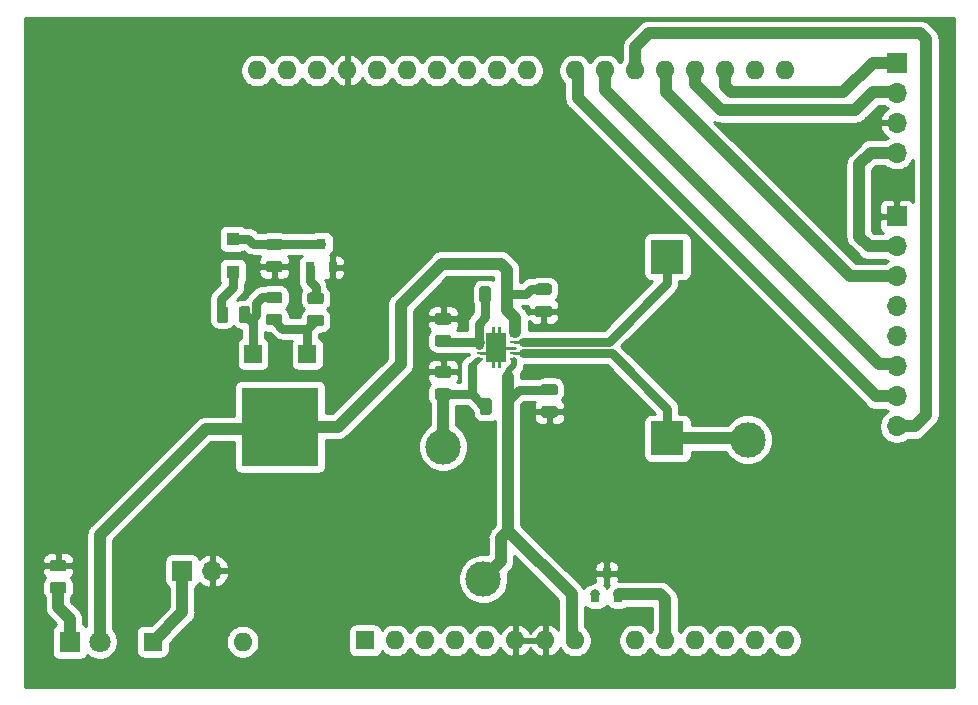
<source format=gbr>
G04 #@! TF.GenerationSoftware,KiCad,Pcbnew,(5.1.5)-3*
G04 #@! TF.CreationDate,2020-12-11T17:28:03+02:00*
G04 #@! TF.ProjectId,led_02,6c65645f-3032-42e6-9b69-6361645f7063,rev?*
G04 #@! TF.SameCoordinates,Original*
G04 #@! TF.FileFunction,Copper,L1,Top*
G04 #@! TF.FilePolarity,Positive*
%FSLAX46Y46*%
G04 Gerber Fmt 4.6, Leading zero omitted, Abs format (unit mm)*
G04 Created by KiCad (PCBNEW (5.1.5)-3) date 2020-12-11 17:28:03*
%MOMM*%
%LPD*%
G04 APERTURE LIST*
%ADD10R,0.800000X0.900000*%
%ADD11O,1.600000X1.600000*%
%ADD12R,1.600000X1.600000*%
%ADD13R,1.700000X1.700000*%
%ADD14O,1.700000X1.700000*%
%ADD15R,1.100000X1.100000*%
%ADD16R,1.500000X1.600000*%
%ADD17R,6.500000X6.700000*%
%ADD18C,0.100000*%
%ADD19R,1.800000X1.800000*%
%ADD20C,1.800000*%
%ADD21R,2.790000X2.920000*%
%ADD22R,0.600000X0.240000*%
%ADD23C,0.500000*%
%ADD24C,3.000000*%
%ADD25C,0.800000*%
%ADD26C,1.000000*%
%ADD27C,0.250000*%
%ADD28C,0.500000*%
%ADD29C,0.750000*%
%ADD30C,0.254000*%
G04 APERTURE END LIST*
D10*
X57450000Y-57200000D03*
X58400000Y-59200000D03*
X56500000Y-59200000D03*
D11*
X27860000Y-14640000D03*
X30400000Y-14640000D03*
D12*
X37000000Y-62900000D03*
D11*
X67480000Y-14640000D03*
X39540000Y-62900000D03*
X64940000Y-14640000D03*
X42080000Y-62900000D03*
X62400000Y-14640000D03*
X44620000Y-62900000D03*
X59860000Y-14640000D03*
X47160000Y-62900000D03*
X57320000Y-14640000D03*
X49700000Y-62900000D03*
X54780000Y-14640000D03*
X52240000Y-62900000D03*
X50720000Y-14640000D03*
X54780000Y-62900000D03*
X48180000Y-14640000D03*
X59860000Y-62900000D03*
X45640000Y-14640000D03*
X62400000Y-62900000D03*
X43100000Y-14640000D03*
X64940000Y-62900000D03*
X40560000Y-14640000D03*
X67480000Y-62900000D03*
X38020000Y-14640000D03*
X70020000Y-62900000D03*
X35480000Y-14640000D03*
X72560000Y-62900000D03*
X32940000Y-14640000D03*
X72560000Y-14640000D03*
X70020000Y-14640000D03*
D13*
X21500000Y-57000000D03*
D14*
X24040000Y-57000000D03*
D15*
X25800000Y-31700000D03*
X25800000Y-28900000D03*
D13*
X82000000Y-14000000D03*
D14*
X82000000Y-16540000D03*
X82000000Y-19080000D03*
X82000000Y-21620000D03*
D13*
X82000000Y-27000000D03*
D14*
X82000000Y-29540000D03*
X82000000Y-32080000D03*
X82000000Y-34620000D03*
X82000000Y-37160000D03*
X82000000Y-39700000D03*
X82000000Y-42240000D03*
X82000000Y-44780000D03*
D10*
X32350000Y-31300000D03*
X34250000Y-31300000D03*
X33300000Y-29300000D03*
D16*
X32100000Y-38650000D03*
X27500000Y-38650000D03*
D17*
X29800000Y-44800000D03*
G04 #@! TA.AperFunction,SMDPad,CuDef*
D18*
G36*
X27067642Y-34601174D02*
G01*
X27091303Y-34604684D01*
X27114507Y-34610496D01*
X27137029Y-34618554D01*
X27158653Y-34628782D01*
X27179170Y-34641079D01*
X27198383Y-34655329D01*
X27216107Y-34671393D01*
X27232171Y-34689117D01*
X27246421Y-34708330D01*
X27258718Y-34728847D01*
X27268946Y-34750471D01*
X27277004Y-34772993D01*
X27282816Y-34796197D01*
X27286326Y-34819858D01*
X27287500Y-34843750D01*
X27287500Y-35756250D01*
X27286326Y-35780142D01*
X27282816Y-35803803D01*
X27277004Y-35827007D01*
X27268946Y-35849529D01*
X27258718Y-35871153D01*
X27246421Y-35891670D01*
X27232171Y-35910883D01*
X27216107Y-35928607D01*
X27198383Y-35944671D01*
X27179170Y-35958921D01*
X27158653Y-35971218D01*
X27137029Y-35981446D01*
X27114507Y-35989504D01*
X27091303Y-35995316D01*
X27067642Y-35998826D01*
X27043750Y-36000000D01*
X26556250Y-36000000D01*
X26532358Y-35998826D01*
X26508697Y-35995316D01*
X26485493Y-35989504D01*
X26462971Y-35981446D01*
X26441347Y-35971218D01*
X26420830Y-35958921D01*
X26401617Y-35944671D01*
X26383893Y-35928607D01*
X26367829Y-35910883D01*
X26353579Y-35891670D01*
X26341282Y-35871153D01*
X26331054Y-35849529D01*
X26322996Y-35827007D01*
X26317184Y-35803803D01*
X26313674Y-35780142D01*
X26312500Y-35756250D01*
X26312500Y-34843750D01*
X26313674Y-34819858D01*
X26317184Y-34796197D01*
X26322996Y-34772993D01*
X26331054Y-34750471D01*
X26341282Y-34728847D01*
X26353579Y-34708330D01*
X26367829Y-34689117D01*
X26383893Y-34671393D01*
X26401617Y-34655329D01*
X26420830Y-34641079D01*
X26441347Y-34628782D01*
X26462971Y-34618554D01*
X26485493Y-34610496D01*
X26508697Y-34604684D01*
X26532358Y-34601174D01*
X26556250Y-34600000D01*
X27043750Y-34600000D01*
X27067642Y-34601174D01*
G37*
G04 #@! TD.AperFunction*
G04 #@! TA.AperFunction,SMDPad,CuDef*
G36*
X25192642Y-34601174D02*
G01*
X25216303Y-34604684D01*
X25239507Y-34610496D01*
X25262029Y-34618554D01*
X25283653Y-34628782D01*
X25304170Y-34641079D01*
X25323383Y-34655329D01*
X25341107Y-34671393D01*
X25357171Y-34689117D01*
X25371421Y-34708330D01*
X25383718Y-34728847D01*
X25393946Y-34750471D01*
X25402004Y-34772993D01*
X25407816Y-34796197D01*
X25411326Y-34819858D01*
X25412500Y-34843750D01*
X25412500Y-35756250D01*
X25411326Y-35780142D01*
X25407816Y-35803803D01*
X25402004Y-35827007D01*
X25393946Y-35849529D01*
X25383718Y-35871153D01*
X25371421Y-35891670D01*
X25357171Y-35910883D01*
X25341107Y-35928607D01*
X25323383Y-35944671D01*
X25304170Y-35958921D01*
X25283653Y-35971218D01*
X25262029Y-35981446D01*
X25239507Y-35989504D01*
X25216303Y-35995316D01*
X25192642Y-35998826D01*
X25168750Y-36000000D01*
X24681250Y-36000000D01*
X24657358Y-35998826D01*
X24633697Y-35995316D01*
X24610493Y-35989504D01*
X24587971Y-35981446D01*
X24566347Y-35971218D01*
X24545830Y-35958921D01*
X24526617Y-35944671D01*
X24508893Y-35928607D01*
X24492829Y-35910883D01*
X24478579Y-35891670D01*
X24466282Y-35871153D01*
X24456054Y-35849529D01*
X24447996Y-35827007D01*
X24442184Y-35803803D01*
X24438674Y-35780142D01*
X24437500Y-35756250D01*
X24437500Y-34843750D01*
X24438674Y-34819858D01*
X24442184Y-34796197D01*
X24447996Y-34772993D01*
X24456054Y-34750471D01*
X24466282Y-34728847D01*
X24478579Y-34708330D01*
X24492829Y-34689117D01*
X24508893Y-34671393D01*
X24526617Y-34655329D01*
X24545830Y-34641079D01*
X24566347Y-34628782D01*
X24587971Y-34618554D01*
X24610493Y-34610496D01*
X24633697Y-34604684D01*
X24657358Y-34601174D01*
X24681250Y-34600000D01*
X25168750Y-34600000D01*
X25192642Y-34601174D01*
G37*
G04 #@! TD.AperFunction*
G04 #@! TA.AperFunction,SMDPad,CuDef*
G36*
X29780142Y-28876174D02*
G01*
X29803803Y-28879684D01*
X29827007Y-28885496D01*
X29849529Y-28893554D01*
X29871153Y-28903782D01*
X29891670Y-28916079D01*
X29910883Y-28930329D01*
X29928607Y-28946393D01*
X29944671Y-28964117D01*
X29958921Y-28983330D01*
X29971218Y-29003847D01*
X29981446Y-29025471D01*
X29989504Y-29047993D01*
X29995316Y-29071197D01*
X29998826Y-29094858D01*
X30000000Y-29118750D01*
X30000000Y-29606250D01*
X29998826Y-29630142D01*
X29995316Y-29653803D01*
X29989504Y-29677007D01*
X29981446Y-29699529D01*
X29971218Y-29721153D01*
X29958921Y-29741670D01*
X29944671Y-29760883D01*
X29928607Y-29778607D01*
X29910883Y-29794671D01*
X29891670Y-29808921D01*
X29871153Y-29821218D01*
X29849529Y-29831446D01*
X29827007Y-29839504D01*
X29803803Y-29845316D01*
X29780142Y-29848826D01*
X29756250Y-29850000D01*
X28843750Y-29850000D01*
X28819858Y-29848826D01*
X28796197Y-29845316D01*
X28772993Y-29839504D01*
X28750471Y-29831446D01*
X28728847Y-29821218D01*
X28708330Y-29808921D01*
X28689117Y-29794671D01*
X28671393Y-29778607D01*
X28655329Y-29760883D01*
X28641079Y-29741670D01*
X28628782Y-29721153D01*
X28618554Y-29699529D01*
X28610496Y-29677007D01*
X28604684Y-29653803D01*
X28601174Y-29630142D01*
X28600000Y-29606250D01*
X28600000Y-29118750D01*
X28601174Y-29094858D01*
X28604684Y-29071197D01*
X28610496Y-29047993D01*
X28618554Y-29025471D01*
X28628782Y-29003847D01*
X28641079Y-28983330D01*
X28655329Y-28964117D01*
X28671393Y-28946393D01*
X28689117Y-28930329D01*
X28708330Y-28916079D01*
X28728847Y-28903782D01*
X28750471Y-28893554D01*
X28772993Y-28885496D01*
X28796197Y-28879684D01*
X28819858Y-28876174D01*
X28843750Y-28875000D01*
X29756250Y-28875000D01*
X29780142Y-28876174D01*
G37*
G04 #@! TD.AperFunction*
G04 #@! TA.AperFunction,SMDPad,CuDef*
G36*
X29780142Y-30751174D02*
G01*
X29803803Y-30754684D01*
X29827007Y-30760496D01*
X29849529Y-30768554D01*
X29871153Y-30778782D01*
X29891670Y-30791079D01*
X29910883Y-30805329D01*
X29928607Y-30821393D01*
X29944671Y-30839117D01*
X29958921Y-30858330D01*
X29971218Y-30878847D01*
X29981446Y-30900471D01*
X29989504Y-30922993D01*
X29995316Y-30946197D01*
X29998826Y-30969858D01*
X30000000Y-30993750D01*
X30000000Y-31481250D01*
X29998826Y-31505142D01*
X29995316Y-31528803D01*
X29989504Y-31552007D01*
X29981446Y-31574529D01*
X29971218Y-31596153D01*
X29958921Y-31616670D01*
X29944671Y-31635883D01*
X29928607Y-31653607D01*
X29910883Y-31669671D01*
X29891670Y-31683921D01*
X29871153Y-31696218D01*
X29849529Y-31706446D01*
X29827007Y-31714504D01*
X29803803Y-31720316D01*
X29780142Y-31723826D01*
X29756250Y-31725000D01*
X28843750Y-31725000D01*
X28819858Y-31723826D01*
X28796197Y-31720316D01*
X28772993Y-31714504D01*
X28750471Y-31706446D01*
X28728847Y-31696218D01*
X28708330Y-31683921D01*
X28689117Y-31669671D01*
X28671393Y-31653607D01*
X28655329Y-31635883D01*
X28641079Y-31616670D01*
X28628782Y-31596153D01*
X28618554Y-31574529D01*
X28610496Y-31552007D01*
X28604684Y-31528803D01*
X28601174Y-31505142D01*
X28600000Y-31481250D01*
X28600000Y-30993750D01*
X28601174Y-30969858D01*
X28604684Y-30946197D01*
X28610496Y-30922993D01*
X28618554Y-30900471D01*
X28628782Y-30878847D01*
X28641079Y-30858330D01*
X28655329Y-30839117D01*
X28671393Y-30821393D01*
X28689117Y-30805329D01*
X28708330Y-30791079D01*
X28728847Y-30778782D01*
X28750471Y-30768554D01*
X28772993Y-30760496D01*
X28796197Y-30754684D01*
X28819858Y-30751174D01*
X28843750Y-30750000D01*
X29756250Y-30750000D01*
X29780142Y-30751174D01*
G37*
G04 #@! TD.AperFunction*
G04 #@! TA.AperFunction,SMDPad,CuDef*
G36*
X29780142Y-33376174D02*
G01*
X29803803Y-33379684D01*
X29827007Y-33385496D01*
X29849529Y-33393554D01*
X29871153Y-33403782D01*
X29891670Y-33416079D01*
X29910883Y-33430329D01*
X29928607Y-33446393D01*
X29944671Y-33464117D01*
X29958921Y-33483330D01*
X29971218Y-33503847D01*
X29981446Y-33525471D01*
X29989504Y-33547993D01*
X29995316Y-33571197D01*
X29998826Y-33594858D01*
X30000000Y-33618750D01*
X30000000Y-34106250D01*
X29998826Y-34130142D01*
X29995316Y-34153803D01*
X29989504Y-34177007D01*
X29981446Y-34199529D01*
X29971218Y-34221153D01*
X29958921Y-34241670D01*
X29944671Y-34260883D01*
X29928607Y-34278607D01*
X29910883Y-34294671D01*
X29891670Y-34308921D01*
X29871153Y-34321218D01*
X29849529Y-34331446D01*
X29827007Y-34339504D01*
X29803803Y-34345316D01*
X29780142Y-34348826D01*
X29756250Y-34350000D01*
X28843750Y-34350000D01*
X28819858Y-34348826D01*
X28796197Y-34345316D01*
X28772993Y-34339504D01*
X28750471Y-34331446D01*
X28728847Y-34321218D01*
X28708330Y-34308921D01*
X28689117Y-34294671D01*
X28671393Y-34278607D01*
X28655329Y-34260883D01*
X28641079Y-34241670D01*
X28628782Y-34221153D01*
X28618554Y-34199529D01*
X28610496Y-34177007D01*
X28604684Y-34153803D01*
X28601174Y-34130142D01*
X28600000Y-34106250D01*
X28600000Y-33618750D01*
X28601174Y-33594858D01*
X28604684Y-33571197D01*
X28610496Y-33547993D01*
X28618554Y-33525471D01*
X28628782Y-33503847D01*
X28641079Y-33483330D01*
X28655329Y-33464117D01*
X28671393Y-33446393D01*
X28689117Y-33430329D01*
X28708330Y-33416079D01*
X28728847Y-33403782D01*
X28750471Y-33393554D01*
X28772993Y-33385496D01*
X28796197Y-33379684D01*
X28819858Y-33376174D01*
X28843750Y-33375000D01*
X29756250Y-33375000D01*
X29780142Y-33376174D01*
G37*
G04 #@! TD.AperFunction*
G04 #@! TA.AperFunction,SMDPad,CuDef*
G36*
X29780142Y-35251174D02*
G01*
X29803803Y-35254684D01*
X29827007Y-35260496D01*
X29849529Y-35268554D01*
X29871153Y-35278782D01*
X29891670Y-35291079D01*
X29910883Y-35305329D01*
X29928607Y-35321393D01*
X29944671Y-35339117D01*
X29958921Y-35358330D01*
X29971218Y-35378847D01*
X29981446Y-35400471D01*
X29989504Y-35422993D01*
X29995316Y-35446197D01*
X29998826Y-35469858D01*
X30000000Y-35493750D01*
X30000000Y-35981250D01*
X29998826Y-36005142D01*
X29995316Y-36028803D01*
X29989504Y-36052007D01*
X29981446Y-36074529D01*
X29971218Y-36096153D01*
X29958921Y-36116670D01*
X29944671Y-36135883D01*
X29928607Y-36153607D01*
X29910883Y-36169671D01*
X29891670Y-36183921D01*
X29871153Y-36196218D01*
X29849529Y-36206446D01*
X29827007Y-36214504D01*
X29803803Y-36220316D01*
X29780142Y-36223826D01*
X29756250Y-36225000D01*
X28843750Y-36225000D01*
X28819858Y-36223826D01*
X28796197Y-36220316D01*
X28772993Y-36214504D01*
X28750471Y-36206446D01*
X28728847Y-36196218D01*
X28708330Y-36183921D01*
X28689117Y-36169671D01*
X28671393Y-36153607D01*
X28655329Y-36135883D01*
X28641079Y-36116670D01*
X28628782Y-36096153D01*
X28618554Y-36074529D01*
X28610496Y-36052007D01*
X28604684Y-36028803D01*
X28601174Y-36005142D01*
X28600000Y-35981250D01*
X28600000Y-35493750D01*
X28601174Y-35469858D01*
X28604684Y-35446197D01*
X28610496Y-35422993D01*
X28618554Y-35400471D01*
X28628782Y-35378847D01*
X28641079Y-35358330D01*
X28655329Y-35339117D01*
X28671393Y-35321393D01*
X28689117Y-35305329D01*
X28708330Y-35291079D01*
X28728847Y-35278782D01*
X28750471Y-35268554D01*
X28772993Y-35260496D01*
X28796197Y-35254684D01*
X28819858Y-35251174D01*
X28843750Y-35250000D01*
X29756250Y-35250000D01*
X29780142Y-35251174D01*
G37*
G04 #@! TD.AperFunction*
G04 #@! TA.AperFunction,SMDPad,CuDef*
G36*
X33280142Y-33438674D02*
G01*
X33303803Y-33442184D01*
X33327007Y-33447996D01*
X33349529Y-33456054D01*
X33371153Y-33466282D01*
X33391670Y-33478579D01*
X33410883Y-33492829D01*
X33428607Y-33508893D01*
X33444671Y-33526617D01*
X33458921Y-33545830D01*
X33471218Y-33566347D01*
X33481446Y-33587971D01*
X33489504Y-33610493D01*
X33495316Y-33633697D01*
X33498826Y-33657358D01*
X33500000Y-33681250D01*
X33500000Y-34168750D01*
X33498826Y-34192642D01*
X33495316Y-34216303D01*
X33489504Y-34239507D01*
X33481446Y-34262029D01*
X33471218Y-34283653D01*
X33458921Y-34304170D01*
X33444671Y-34323383D01*
X33428607Y-34341107D01*
X33410883Y-34357171D01*
X33391670Y-34371421D01*
X33371153Y-34383718D01*
X33349529Y-34393946D01*
X33327007Y-34402004D01*
X33303803Y-34407816D01*
X33280142Y-34411326D01*
X33256250Y-34412500D01*
X32343750Y-34412500D01*
X32319858Y-34411326D01*
X32296197Y-34407816D01*
X32272993Y-34402004D01*
X32250471Y-34393946D01*
X32228847Y-34383718D01*
X32208330Y-34371421D01*
X32189117Y-34357171D01*
X32171393Y-34341107D01*
X32155329Y-34323383D01*
X32141079Y-34304170D01*
X32128782Y-34283653D01*
X32118554Y-34262029D01*
X32110496Y-34239507D01*
X32104684Y-34216303D01*
X32101174Y-34192642D01*
X32100000Y-34168750D01*
X32100000Y-33681250D01*
X32101174Y-33657358D01*
X32104684Y-33633697D01*
X32110496Y-33610493D01*
X32118554Y-33587971D01*
X32128782Y-33566347D01*
X32141079Y-33545830D01*
X32155329Y-33526617D01*
X32171393Y-33508893D01*
X32189117Y-33492829D01*
X32208330Y-33478579D01*
X32228847Y-33466282D01*
X32250471Y-33456054D01*
X32272993Y-33447996D01*
X32296197Y-33442184D01*
X32319858Y-33438674D01*
X32343750Y-33437500D01*
X33256250Y-33437500D01*
X33280142Y-33438674D01*
G37*
G04 #@! TD.AperFunction*
G04 #@! TA.AperFunction,SMDPad,CuDef*
G36*
X33280142Y-35313674D02*
G01*
X33303803Y-35317184D01*
X33327007Y-35322996D01*
X33349529Y-35331054D01*
X33371153Y-35341282D01*
X33391670Y-35353579D01*
X33410883Y-35367829D01*
X33428607Y-35383893D01*
X33444671Y-35401617D01*
X33458921Y-35420830D01*
X33471218Y-35441347D01*
X33481446Y-35462971D01*
X33489504Y-35485493D01*
X33495316Y-35508697D01*
X33498826Y-35532358D01*
X33500000Y-35556250D01*
X33500000Y-36043750D01*
X33498826Y-36067642D01*
X33495316Y-36091303D01*
X33489504Y-36114507D01*
X33481446Y-36137029D01*
X33471218Y-36158653D01*
X33458921Y-36179170D01*
X33444671Y-36198383D01*
X33428607Y-36216107D01*
X33410883Y-36232171D01*
X33391670Y-36246421D01*
X33371153Y-36258718D01*
X33349529Y-36268946D01*
X33327007Y-36277004D01*
X33303803Y-36282816D01*
X33280142Y-36286326D01*
X33256250Y-36287500D01*
X32343750Y-36287500D01*
X32319858Y-36286326D01*
X32296197Y-36282816D01*
X32272993Y-36277004D01*
X32250471Y-36268946D01*
X32228847Y-36258718D01*
X32208330Y-36246421D01*
X32189117Y-36232171D01*
X32171393Y-36216107D01*
X32155329Y-36198383D01*
X32141079Y-36179170D01*
X32128782Y-36158653D01*
X32118554Y-36137029D01*
X32110496Y-36114507D01*
X32104684Y-36091303D01*
X32101174Y-36067642D01*
X32100000Y-36043750D01*
X32100000Y-35556250D01*
X32101174Y-35532358D01*
X32104684Y-35508697D01*
X32110496Y-35485493D01*
X32118554Y-35462971D01*
X32128782Y-35441347D01*
X32141079Y-35420830D01*
X32155329Y-35401617D01*
X32171393Y-35383893D01*
X32189117Y-35367829D01*
X32208330Y-35353579D01*
X32228847Y-35341282D01*
X32250471Y-35331054D01*
X32272993Y-35322996D01*
X32296197Y-35317184D01*
X32319858Y-35313674D01*
X32343750Y-35312500D01*
X33256250Y-35312500D01*
X33280142Y-35313674D01*
G37*
G04 #@! TD.AperFunction*
D12*
X19000000Y-63000000D03*
D11*
X26620000Y-63000000D03*
D19*
X12000000Y-63000000D03*
D20*
X14540000Y-63000000D03*
G04 #@! TA.AperFunction,SMDPad,CuDef*
D18*
G36*
X44080142Y-35176174D02*
G01*
X44103803Y-35179684D01*
X44127007Y-35185496D01*
X44149529Y-35193554D01*
X44171153Y-35203782D01*
X44191670Y-35216079D01*
X44210883Y-35230329D01*
X44228607Y-35246393D01*
X44244671Y-35264117D01*
X44258921Y-35283330D01*
X44271218Y-35303847D01*
X44281446Y-35325471D01*
X44289504Y-35347993D01*
X44295316Y-35371197D01*
X44298826Y-35394858D01*
X44300000Y-35418750D01*
X44300000Y-35906250D01*
X44298826Y-35930142D01*
X44295316Y-35953803D01*
X44289504Y-35977007D01*
X44281446Y-35999529D01*
X44271218Y-36021153D01*
X44258921Y-36041670D01*
X44244671Y-36060883D01*
X44228607Y-36078607D01*
X44210883Y-36094671D01*
X44191670Y-36108921D01*
X44171153Y-36121218D01*
X44149529Y-36131446D01*
X44127007Y-36139504D01*
X44103803Y-36145316D01*
X44080142Y-36148826D01*
X44056250Y-36150000D01*
X43143750Y-36150000D01*
X43119858Y-36148826D01*
X43096197Y-36145316D01*
X43072993Y-36139504D01*
X43050471Y-36131446D01*
X43028847Y-36121218D01*
X43008330Y-36108921D01*
X42989117Y-36094671D01*
X42971393Y-36078607D01*
X42955329Y-36060883D01*
X42941079Y-36041670D01*
X42928782Y-36021153D01*
X42918554Y-35999529D01*
X42910496Y-35977007D01*
X42904684Y-35953803D01*
X42901174Y-35930142D01*
X42900000Y-35906250D01*
X42900000Y-35418750D01*
X42901174Y-35394858D01*
X42904684Y-35371197D01*
X42910496Y-35347993D01*
X42918554Y-35325471D01*
X42928782Y-35303847D01*
X42941079Y-35283330D01*
X42955329Y-35264117D01*
X42971393Y-35246393D01*
X42989117Y-35230329D01*
X43008330Y-35216079D01*
X43028847Y-35203782D01*
X43050471Y-35193554D01*
X43072993Y-35185496D01*
X43096197Y-35179684D01*
X43119858Y-35176174D01*
X43143750Y-35175000D01*
X44056250Y-35175000D01*
X44080142Y-35176174D01*
G37*
G04 #@! TD.AperFunction*
G04 #@! TA.AperFunction,SMDPad,CuDef*
G36*
X44080142Y-37051174D02*
G01*
X44103803Y-37054684D01*
X44127007Y-37060496D01*
X44149529Y-37068554D01*
X44171153Y-37078782D01*
X44191670Y-37091079D01*
X44210883Y-37105329D01*
X44228607Y-37121393D01*
X44244671Y-37139117D01*
X44258921Y-37158330D01*
X44271218Y-37178847D01*
X44281446Y-37200471D01*
X44289504Y-37222993D01*
X44295316Y-37246197D01*
X44298826Y-37269858D01*
X44300000Y-37293750D01*
X44300000Y-37781250D01*
X44298826Y-37805142D01*
X44295316Y-37828803D01*
X44289504Y-37852007D01*
X44281446Y-37874529D01*
X44271218Y-37896153D01*
X44258921Y-37916670D01*
X44244671Y-37935883D01*
X44228607Y-37953607D01*
X44210883Y-37969671D01*
X44191670Y-37983921D01*
X44171153Y-37996218D01*
X44149529Y-38006446D01*
X44127007Y-38014504D01*
X44103803Y-38020316D01*
X44080142Y-38023826D01*
X44056250Y-38025000D01*
X43143750Y-38025000D01*
X43119858Y-38023826D01*
X43096197Y-38020316D01*
X43072993Y-38014504D01*
X43050471Y-38006446D01*
X43028847Y-37996218D01*
X43008330Y-37983921D01*
X42989117Y-37969671D01*
X42971393Y-37953607D01*
X42955329Y-37935883D01*
X42941079Y-37916670D01*
X42928782Y-37896153D01*
X42918554Y-37874529D01*
X42910496Y-37852007D01*
X42904684Y-37828803D01*
X42901174Y-37805142D01*
X42900000Y-37781250D01*
X42900000Y-37293750D01*
X42901174Y-37269858D01*
X42904684Y-37246197D01*
X42910496Y-37222993D01*
X42918554Y-37200471D01*
X42928782Y-37178847D01*
X42941079Y-37158330D01*
X42955329Y-37139117D01*
X42971393Y-37121393D01*
X42989117Y-37105329D01*
X43008330Y-37091079D01*
X43028847Y-37078782D01*
X43050471Y-37068554D01*
X43072993Y-37060496D01*
X43096197Y-37054684D01*
X43119858Y-37051174D01*
X43143750Y-37050000D01*
X44056250Y-37050000D01*
X44080142Y-37051174D01*
G37*
G04 #@! TD.AperFunction*
G04 #@! TA.AperFunction,SMDPad,CuDef*
G36*
X53080142Y-41176174D02*
G01*
X53103803Y-41179684D01*
X53127007Y-41185496D01*
X53149529Y-41193554D01*
X53171153Y-41203782D01*
X53191670Y-41216079D01*
X53210883Y-41230329D01*
X53228607Y-41246393D01*
X53244671Y-41264117D01*
X53258921Y-41283330D01*
X53271218Y-41303847D01*
X53281446Y-41325471D01*
X53289504Y-41347993D01*
X53295316Y-41371197D01*
X53298826Y-41394858D01*
X53300000Y-41418750D01*
X53300000Y-41906250D01*
X53298826Y-41930142D01*
X53295316Y-41953803D01*
X53289504Y-41977007D01*
X53281446Y-41999529D01*
X53271218Y-42021153D01*
X53258921Y-42041670D01*
X53244671Y-42060883D01*
X53228607Y-42078607D01*
X53210883Y-42094671D01*
X53191670Y-42108921D01*
X53171153Y-42121218D01*
X53149529Y-42131446D01*
X53127007Y-42139504D01*
X53103803Y-42145316D01*
X53080142Y-42148826D01*
X53056250Y-42150000D01*
X52143750Y-42150000D01*
X52119858Y-42148826D01*
X52096197Y-42145316D01*
X52072993Y-42139504D01*
X52050471Y-42131446D01*
X52028847Y-42121218D01*
X52008330Y-42108921D01*
X51989117Y-42094671D01*
X51971393Y-42078607D01*
X51955329Y-42060883D01*
X51941079Y-42041670D01*
X51928782Y-42021153D01*
X51918554Y-41999529D01*
X51910496Y-41977007D01*
X51904684Y-41953803D01*
X51901174Y-41930142D01*
X51900000Y-41906250D01*
X51900000Y-41418750D01*
X51901174Y-41394858D01*
X51904684Y-41371197D01*
X51910496Y-41347993D01*
X51918554Y-41325471D01*
X51928782Y-41303847D01*
X51941079Y-41283330D01*
X51955329Y-41264117D01*
X51971393Y-41246393D01*
X51989117Y-41230329D01*
X52008330Y-41216079D01*
X52028847Y-41203782D01*
X52050471Y-41193554D01*
X52072993Y-41185496D01*
X52096197Y-41179684D01*
X52119858Y-41176174D01*
X52143750Y-41175000D01*
X53056250Y-41175000D01*
X53080142Y-41176174D01*
G37*
G04 #@! TD.AperFunction*
G04 #@! TA.AperFunction,SMDPad,CuDef*
G36*
X53080142Y-43051174D02*
G01*
X53103803Y-43054684D01*
X53127007Y-43060496D01*
X53149529Y-43068554D01*
X53171153Y-43078782D01*
X53191670Y-43091079D01*
X53210883Y-43105329D01*
X53228607Y-43121393D01*
X53244671Y-43139117D01*
X53258921Y-43158330D01*
X53271218Y-43178847D01*
X53281446Y-43200471D01*
X53289504Y-43222993D01*
X53295316Y-43246197D01*
X53298826Y-43269858D01*
X53300000Y-43293750D01*
X53300000Y-43781250D01*
X53298826Y-43805142D01*
X53295316Y-43828803D01*
X53289504Y-43852007D01*
X53281446Y-43874529D01*
X53271218Y-43896153D01*
X53258921Y-43916670D01*
X53244671Y-43935883D01*
X53228607Y-43953607D01*
X53210883Y-43969671D01*
X53191670Y-43983921D01*
X53171153Y-43996218D01*
X53149529Y-44006446D01*
X53127007Y-44014504D01*
X53103803Y-44020316D01*
X53080142Y-44023826D01*
X53056250Y-44025000D01*
X52143750Y-44025000D01*
X52119858Y-44023826D01*
X52096197Y-44020316D01*
X52072993Y-44014504D01*
X52050471Y-44006446D01*
X52028847Y-43996218D01*
X52008330Y-43983921D01*
X51989117Y-43969671D01*
X51971393Y-43953607D01*
X51955329Y-43935883D01*
X51941079Y-43916670D01*
X51928782Y-43896153D01*
X51918554Y-43874529D01*
X51910496Y-43852007D01*
X51904684Y-43828803D01*
X51901174Y-43805142D01*
X51900000Y-43781250D01*
X51900000Y-43293750D01*
X51901174Y-43269858D01*
X51904684Y-43246197D01*
X51910496Y-43222993D01*
X51918554Y-43200471D01*
X51928782Y-43178847D01*
X51941079Y-43158330D01*
X51955329Y-43139117D01*
X51971393Y-43121393D01*
X51989117Y-43105329D01*
X52008330Y-43091079D01*
X52028847Y-43078782D01*
X52050471Y-43068554D01*
X52072993Y-43060496D01*
X52096197Y-43054684D01*
X52119858Y-43051174D01*
X52143750Y-43050000D01*
X53056250Y-43050000D01*
X53080142Y-43051174D01*
G37*
G04 #@! TD.AperFunction*
G04 #@! TA.AperFunction,SMDPad,CuDef*
G36*
X52580142Y-32676174D02*
G01*
X52603803Y-32679684D01*
X52627007Y-32685496D01*
X52649529Y-32693554D01*
X52671153Y-32703782D01*
X52691670Y-32716079D01*
X52710883Y-32730329D01*
X52728607Y-32746393D01*
X52744671Y-32764117D01*
X52758921Y-32783330D01*
X52771218Y-32803847D01*
X52781446Y-32825471D01*
X52789504Y-32847993D01*
X52795316Y-32871197D01*
X52798826Y-32894858D01*
X52800000Y-32918750D01*
X52800000Y-33406250D01*
X52798826Y-33430142D01*
X52795316Y-33453803D01*
X52789504Y-33477007D01*
X52781446Y-33499529D01*
X52771218Y-33521153D01*
X52758921Y-33541670D01*
X52744671Y-33560883D01*
X52728607Y-33578607D01*
X52710883Y-33594671D01*
X52691670Y-33608921D01*
X52671153Y-33621218D01*
X52649529Y-33631446D01*
X52627007Y-33639504D01*
X52603803Y-33645316D01*
X52580142Y-33648826D01*
X52556250Y-33650000D01*
X51643750Y-33650000D01*
X51619858Y-33648826D01*
X51596197Y-33645316D01*
X51572993Y-33639504D01*
X51550471Y-33631446D01*
X51528847Y-33621218D01*
X51508330Y-33608921D01*
X51489117Y-33594671D01*
X51471393Y-33578607D01*
X51455329Y-33560883D01*
X51441079Y-33541670D01*
X51428782Y-33521153D01*
X51418554Y-33499529D01*
X51410496Y-33477007D01*
X51404684Y-33453803D01*
X51401174Y-33430142D01*
X51400000Y-33406250D01*
X51400000Y-32918750D01*
X51401174Y-32894858D01*
X51404684Y-32871197D01*
X51410496Y-32847993D01*
X51418554Y-32825471D01*
X51428782Y-32803847D01*
X51441079Y-32783330D01*
X51455329Y-32764117D01*
X51471393Y-32746393D01*
X51489117Y-32730329D01*
X51508330Y-32716079D01*
X51528847Y-32703782D01*
X51550471Y-32693554D01*
X51572993Y-32685496D01*
X51596197Y-32679684D01*
X51619858Y-32676174D01*
X51643750Y-32675000D01*
X52556250Y-32675000D01*
X52580142Y-32676174D01*
G37*
G04 #@! TD.AperFunction*
G04 #@! TA.AperFunction,SMDPad,CuDef*
G36*
X52580142Y-34551174D02*
G01*
X52603803Y-34554684D01*
X52627007Y-34560496D01*
X52649529Y-34568554D01*
X52671153Y-34578782D01*
X52691670Y-34591079D01*
X52710883Y-34605329D01*
X52728607Y-34621393D01*
X52744671Y-34639117D01*
X52758921Y-34658330D01*
X52771218Y-34678847D01*
X52781446Y-34700471D01*
X52789504Y-34722993D01*
X52795316Y-34746197D01*
X52798826Y-34769858D01*
X52800000Y-34793750D01*
X52800000Y-35281250D01*
X52798826Y-35305142D01*
X52795316Y-35328803D01*
X52789504Y-35352007D01*
X52781446Y-35374529D01*
X52771218Y-35396153D01*
X52758921Y-35416670D01*
X52744671Y-35435883D01*
X52728607Y-35453607D01*
X52710883Y-35469671D01*
X52691670Y-35483921D01*
X52671153Y-35496218D01*
X52649529Y-35506446D01*
X52627007Y-35514504D01*
X52603803Y-35520316D01*
X52580142Y-35523826D01*
X52556250Y-35525000D01*
X51643750Y-35525000D01*
X51619858Y-35523826D01*
X51596197Y-35520316D01*
X51572993Y-35514504D01*
X51550471Y-35506446D01*
X51528847Y-35496218D01*
X51508330Y-35483921D01*
X51489117Y-35469671D01*
X51471393Y-35453607D01*
X51455329Y-35435883D01*
X51441079Y-35416670D01*
X51428782Y-35396153D01*
X51418554Y-35374529D01*
X51410496Y-35352007D01*
X51404684Y-35328803D01*
X51401174Y-35305142D01*
X51400000Y-35281250D01*
X51400000Y-34793750D01*
X51401174Y-34769858D01*
X51404684Y-34746197D01*
X51410496Y-34722993D01*
X51418554Y-34700471D01*
X51428782Y-34678847D01*
X51441079Y-34658330D01*
X51455329Y-34639117D01*
X51471393Y-34621393D01*
X51489117Y-34605329D01*
X51508330Y-34591079D01*
X51528847Y-34578782D01*
X51550471Y-34568554D01*
X51572993Y-34560496D01*
X51596197Y-34554684D01*
X51619858Y-34551174D01*
X51643750Y-34550000D01*
X52556250Y-34550000D01*
X52580142Y-34551174D01*
G37*
G04 #@! TD.AperFunction*
D21*
X62600000Y-30400000D03*
X62600000Y-45800000D03*
G04 #@! TA.AperFunction,SMDPad,CuDef*
D18*
G36*
X11480142Y-56076174D02*
G01*
X11503803Y-56079684D01*
X11527007Y-56085496D01*
X11549529Y-56093554D01*
X11571153Y-56103782D01*
X11591670Y-56116079D01*
X11610883Y-56130329D01*
X11628607Y-56146393D01*
X11644671Y-56164117D01*
X11658921Y-56183330D01*
X11671218Y-56203847D01*
X11681446Y-56225471D01*
X11689504Y-56247993D01*
X11695316Y-56271197D01*
X11698826Y-56294858D01*
X11700000Y-56318750D01*
X11700000Y-56806250D01*
X11698826Y-56830142D01*
X11695316Y-56853803D01*
X11689504Y-56877007D01*
X11681446Y-56899529D01*
X11671218Y-56921153D01*
X11658921Y-56941670D01*
X11644671Y-56960883D01*
X11628607Y-56978607D01*
X11610883Y-56994671D01*
X11591670Y-57008921D01*
X11571153Y-57021218D01*
X11549529Y-57031446D01*
X11527007Y-57039504D01*
X11503803Y-57045316D01*
X11480142Y-57048826D01*
X11456250Y-57050000D01*
X10543750Y-57050000D01*
X10519858Y-57048826D01*
X10496197Y-57045316D01*
X10472993Y-57039504D01*
X10450471Y-57031446D01*
X10428847Y-57021218D01*
X10408330Y-57008921D01*
X10389117Y-56994671D01*
X10371393Y-56978607D01*
X10355329Y-56960883D01*
X10341079Y-56941670D01*
X10328782Y-56921153D01*
X10318554Y-56899529D01*
X10310496Y-56877007D01*
X10304684Y-56853803D01*
X10301174Y-56830142D01*
X10300000Y-56806250D01*
X10300000Y-56318750D01*
X10301174Y-56294858D01*
X10304684Y-56271197D01*
X10310496Y-56247993D01*
X10318554Y-56225471D01*
X10328782Y-56203847D01*
X10341079Y-56183330D01*
X10355329Y-56164117D01*
X10371393Y-56146393D01*
X10389117Y-56130329D01*
X10408330Y-56116079D01*
X10428847Y-56103782D01*
X10450471Y-56093554D01*
X10472993Y-56085496D01*
X10496197Y-56079684D01*
X10519858Y-56076174D01*
X10543750Y-56075000D01*
X11456250Y-56075000D01*
X11480142Y-56076174D01*
G37*
G04 #@! TD.AperFunction*
G04 #@! TA.AperFunction,SMDPad,CuDef*
G36*
X11480142Y-57951174D02*
G01*
X11503803Y-57954684D01*
X11527007Y-57960496D01*
X11549529Y-57968554D01*
X11571153Y-57978782D01*
X11591670Y-57991079D01*
X11610883Y-58005329D01*
X11628607Y-58021393D01*
X11644671Y-58039117D01*
X11658921Y-58058330D01*
X11671218Y-58078847D01*
X11681446Y-58100471D01*
X11689504Y-58122993D01*
X11695316Y-58146197D01*
X11698826Y-58169858D01*
X11700000Y-58193750D01*
X11700000Y-58681250D01*
X11698826Y-58705142D01*
X11695316Y-58728803D01*
X11689504Y-58752007D01*
X11681446Y-58774529D01*
X11671218Y-58796153D01*
X11658921Y-58816670D01*
X11644671Y-58835883D01*
X11628607Y-58853607D01*
X11610883Y-58869671D01*
X11591670Y-58883921D01*
X11571153Y-58896218D01*
X11549529Y-58906446D01*
X11527007Y-58914504D01*
X11503803Y-58920316D01*
X11480142Y-58923826D01*
X11456250Y-58925000D01*
X10543750Y-58925000D01*
X10519858Y-58923826D01*
X10496197Y-58920316D01*
X10472993Y-58914504D01*
X10450471Y-58906446D01*
X10428847Y-58896218D01*
X10408330Y-58883921D01*
X10389117Y-58869671D01*
X10371393Y-58853607D01*
X10355329Y-58835883D01*
X10341079Y-58816670D01*
X10328782Y-58796153D01*
X10318554Y-58774529D01*
X10310496Y-58752007D01*
X10304684Y-58728803D01*
X10301174Y-58705142D01*
X10300000Y-58681250D01*
X10300000Y-58193750D01*
X10301174Y-58169858D01*
X10304684Y-58146197D01*
X10310496Y-58122993D01*
X10318554Y-58100471D01*
X10328782Y-58078847D01*
X10341079Y-58058330D01*
X10355329Y-58039117D01*
X10371393Y-58021393D01*
X10389117Y-58005329D01*
X10408330Y-57991079D01*
X10428847Y-57978782D01*
X10450471Y-57968554D01*
X10472993Y-57960496D01*
X10496197Y-57954684D01*
X10519858Y-57951174D01*
X10543750Y-57950000D01*
X11456250Y-57950000D01*
X11480142Y-57951174D01*
G37*
G04 #@! TD.AperFunction*
G04 #@! TA.AperFunction,SMDPad,CuDef*
G36*
X47492642Y-42401174D02*
G01*
X47516303Y-42404684D01*
X47539507Y-42410496D01*
X47562029Y-42418554D01*
X47583653Y-42428782D01*
X47604170Y-42441079D01*
X47623383Y-42455329D01*
X47641107Y-42471393D01*
X47657171Y-42489117D01*
X47671421Y-42508330D01*
X47683718Y-42528847D01*
X47693946Y-42550471D01*
X47702004Y-42572993D01*
X47707816Y-42596197D01*
X47711326Y-42619858D01*
X47712500Y-42643750D01*
X47712500Y-43556250D01*
X47711326Y-43580142D01*
X47707816Y-43603803D01*
X47702004Y-43627007D01*
X47693946Y-43649529D01*
X47683718Y-43671153D01*
X47671421Y-43691670D01*
X47657171Y-43710883D01*
X47641107Y-43728607D01*
X47623383Y-43744671D01*
X47604170Y-43758921D01*
X47583653Y-43771218D01*
X47562029Y-43781446D01*
X47539507Y-43789504D01*
X47516303Y-43795316D01*
X47492642Y-43798826D01*
X47468750Y-43800000D01*
X46981250Y-43800000D01*
X46957358Y-43798826D01*
X46933697Y-43795316D01*
X46910493Y-43789504D01*
X46887971Y-43781446D01*
X46866347Y-43771218D01*
X46845830Y-43758921D01*
X46826617Y-43744671D01*
X46808893Y-43728607D01*
X46792829Y-43710883D01*
X46778579Y-43691670D01*
X46766282Y-43671153D01*
X46756054Y-43649529D01*
X46747996Y-43627007D01*
X46742184Y-43603803D01*
X46738674Y-43580142D01*
X46737500Y-43556250D01*
X46737500Y-42643750D01*
X46738674Y-42619858D01*
X46742184Y-42596197D01*
X46747996Y-42572993D01*
X46756054Y-42550471D01*
X46766282Y-42528847D01*
X46778579Y-42508330D01*
X46792829Y-42489117D01*
X46808893Y-42471393D01*
X46826617Y-42455329D01*
X46845830Y-42441079D01*
X46866347Y-42428782D01*
X46887971Y-42418554D01*
X46910493Y-42410496D01*
X46933697Y-42404684D01*
X46957358Y-42401174D01*
X46981250Y-42400000D01*
X47468750Y-42400000D01*
X47492642Y-42401174D01*
G37*
G04 #@! TD.AperFunction*
G04 #@! TA.AperFunction,SMDPad,CuDef*
G36*
X49367642Y-42401174D02*
G01*
X49391303Y-42404684D01*
X49414507Y-42410496D01*
X49437029Y-42418554D01*
X49458653Y-42428782D01*
X49479170Y-42441079D01*
X49498383Y-42455329D01*
X49516107Y-42471393D01*
X49532171Y-42489117D01*
X49546421Y-42508330D01*
X49558718Y-42528847D01*
X49568946Y-42550471D01*
X49577004Y-42572993D01*
X49582816Y-42596197D01*
X49586326Y-42619858D01*
X49587500Y-42643750D01*
X49587500Y-43556250D01*
X49586326Y-43580142D01*
X49582816Y-43603803D01*
X49577004Y-43627007D01*
X49568946Y-43649529D01*
X49558718Y-43671153D01*
X49546421Y-43691670D01*
X49532171Y-43710883D01*
X49516107Y-43728607D01*
X49498383Y-43744671D01*
X49479170Y-43758921D01*
X49458653Y-43771218D01*
X49437029Y-43781446D01*
X49414507Y-43789504D01*
X49391303Y-43795316D01*
X49367642Y-43798826D01*
X49343750Y-43800000D01*
X48856250Y-43800000D01*
X48832358Y-43798826D01*
X48808697Y-43795316D01*
X48785493Y-43789504D01*
X48762971Y-43781446D01*
X48741347Y-43771218D01*
X48720830Y-43758921D01*
X48701617Y-43744671D01*
X48683893Y-43728607D01*
X48667829Y-43710883D01*
X48653579Y-43691670D01*
X48641282Y-43671153D01*
X48631054Y-43649529D01*
X48622996Y-43627007D01*
X48617184Y-43603803D01*
X48613674Y-43580142D01*
X48612500Y-43556250D01*
X48612500Y-42643750D01*
X48613674Y-42619858D01*
X48617184Y-42596197D01*
X48622996Y-42572993D01*
X48631054Y-42550471D01*
X48641282Y-42528847D01*
X48653579Y-42508330D01*
X48667829Y-42489117D01*
X48683893Y-42471393D01*
X48701617Y-42455329D01*
X48720830Y-42441079D01*
X48741347Y-42428782D01*
X48762971Y-42418554D01*
X48785493Y-42410496D01*
X48808697Y-42404684D01*
X48832358Y-42401174D01*
X48856250Y-42400000D01*
X49343750Y-42400000D01*
X49367642Y-42401174D01*
G37*
G04 #@! TD.AperFunction*
G04 #@! TA.AperFunction,SMDPad,CuDef*
G36*
X44080142Y-41551174D02*
G01*
X44103803Y-41554684D01*
X44127007Y-41560496D01*
X44149529Y-41568554D01*
X44171153Y-41578782D01*
X44191670Y-41591079D01*
X44210883Y-41605329D01*
X44228607Y-41621393D01*
X44244671Y-41639117D01*
X44258921Y-41658330D01*
X44271218Y-41678847D01*
X44281446Y-41700471D01*
X44289504Y-41722993D01*
X44295316Y-41746197D01*
X44298826Y-41769858D01*
X44300000Y-41793750D01*
X44300000Y-42281250D01*
X44298826Y-42305142D01*
X44295316Y-42328803D01*
X44289504Y-42352007D01*
X44281446Y-42374529D01*
X44271218Y-42396153D01*
X44258921Y-42416670D01*
X44244671Y-42435883D01*
X44228607Y-42453607D01*
X44210883Y-42469671D01*
X44191670Y-42483921D01*
X44171153Y-42496218D01*
X44149529Y-42506446D01*
X44127007Y-42514504D01*
X44103803Y-42520316D01*
X44080142Y-42523826D01*
X44056250Y-42525000D01*
X43143750Y-42525000D01*
X43119858Y-42523826D01*
X43096197Y-42520316D01*
X43072993Y-42514504D01*
X43050471Y-42506446D01*
X43028847Y-42496218D01*
X43008330Y-42483921D01*
X42989117Y-42469671D01*
X42971393Y-42453607D01*
X42955329Y-42435883D01*
X42941079Y-42416670D01*
X42928782Y-42396153D01*
X42918554Y-42374529D01*
X42910496Y-42352007D01*
X42904684Y-42328803D01*
X42901174Y-42305142D01*
X42900000Y-42281250D01*
X42900000Y-41793750D01*
X42901174Y-41769858D01*
X42904684Y-41746197D01*
X42910496Y-41722993D01*
X42918554Y-41700471D01*
X42928782Y-41678847D01*
X42941079Y-41658330D01*
X42955329Y-41639117D01*
X42971393Y-41621393D01*
X42989117Y-41605329D01*
X43008330Y-41591079D01*
X43028847Y-41578782D01*
X43050471Y-41568554D01*
X43072993Y-41560496D01*
X43096197Y-41554684D01*
X43119858Y-41551174D01*
X43143750Y-41550000D01*
X44056250Y-41550000D01*
X44080142Y-41551174D01*
G37*
G04 #@! TD.AperFunction*
G04 #@! TA.AperFunction,SMDPad,CuDef*
G36*
X44080142Y-39676174D02*
G01*
X44103803Y-39679684D01*
X44127007Y-39685496D01*
X44149529Y-39693554D01*
X44171153Y-39703782D01*
X44191670Y-39716079D01*
X44210883Y-39730329D01*
X44228607Y-39746393D01*
X44244671Y-39764117D01*
X44258921Y-39783330D01*
X44271218Y-39803847D01*
X44281446Y-39825471D01*
X44289504Y-39847993D01*
X44295316Y-39871197D01*
X44298826Y-39894858D01*
X44300000Y-39918750D01*
X44300000Y-40406250D01*
X44298826Y-40430142D01*
X44295316Y-40453803D01*
X44289504Y-40477007D01*
X44281446Y-40499529D01*
X44271218Y-40521153D01*
X44258921Y-40541670D01*
X44244671Y-40560883D01*
X44228607Y-40578607D01*
X44210883Y-40594671D01*
X44191670Y-40608921D01*
X44171153Y-40621218D01*
X44149529Y-40631446D01*
X44127007Y-40639504D01*
X44103803Y-40645316D01*
X44080142Y-40648826D01*
X44056250Y-40650000D01*
X43143750Y-40650000D01*
X43119858Y-40648826D01*
X43096197Y-40645316D01*
X43072993Y-40639504D01*
X43050471Y-40631446D01*
X43028847Y-40621218D01*
X43008330Y-40608921D01*
X42989117Y-40594671D01*
X42971393Y-40578607D01*
X42955329Y-40560883D01*
X42941079Y-40541670D01*
X42928782Y-40521153D01*
X42918554Y-40499529D01*
X42910496Y-40477007D01*
X42904684Y-40453803D01*
X42901174Y-40430142D01*
X42900000Y-40406250D01*
X42900000Y-39918750D01*
X42901174Y-39894858D01*
X42904684Y-39871197D01*
X42910496Y-39847993D01*
X42918554Y-39825471D01*
X42928782Y-39803847D01*
X42941079Y-39783330D01*
X42955329Y-39764117D01*
X42971393Y-39746393D01*
X42989117Y-39730329D01*
X43008330Y-39716079D01*
X43028847Y-39703782D01*
X43050471Y-39693554D01*
X43072993Y-39685496D01*
X43096197Y-39679684D01*
X43119858Y-39676174D01*
X43143750Y-39675000D01*
X44056250Y-39675000D01*
X44080142Y-39676174D01*
G37*
G04 #@! TD.AperFunction*
G04 #@! TA.AperFunction,SMDPad,CuDef*
G36*
X49305142Y-32901174D02*
G01*
X49328803Y-32904684D01*
X49352007Y-32910496D01*
X49374529Y-32918554D01*
X49396153Y-32928782D01*
X49416670Y-32941079D01*
X49435883Y-32955329D01*
X49453607Y-32971393D01*
X49469671Y-32989117D01*
X49483921Y-33008330D01*
X49496218Y-33028847D01*
X49506446Y-33050471D01*
X49514504Y-33072993D01*
X49520316Y-33096197D01*
X49523826Y-33119858D01*
X49525000Y-33143750D01*
X49525000Y-34056250D01*
X49523826Y-34080142D01*
X49520316Y-34103803D01*
X49514504Y-34127007D01*
X49506446Y-34149529D01*
X49496218Y-34171153D01*
X49483921Y-34191670D01*
X49469671Y-34210883D01*
X49453607Y-34228607D01*
X49435883Y-34244671D01*
X49416670Y-34258921D01*
X49396153Y-34271218D01*
X49374529Y-34281446D01*
X49352007Y-34289504D01*
X49328803Y-34295316D01*
X49305142Y-34298826D01*
X49281250Y-34300000D01*
X48793750Y-34300000D01*
X48769858Y-34298826D01*
X48746197Y-34295316D01*
X48722993Y-34289504D01*
X48700471Y-34281446D01*
X48678847Y-34271218D01*
X48658330Y-34258921D01*
X48639117Y-34244671D01*
X48621393Y-34228607D01*
X48605329Y-34210883D01*
X48591079Y-34191670D01*
X48578782Y-34171153D01*
X48568554Y-34149529D01*
X48560496Y-34127007D01*
X48554684Y-34103803D01*
X48551174Y-34080142D01*
X48550000Y-34056250D01*
X48550000Y-33143750D01*
X48551174Y-33119858D01*
X48554684Y-33096197D01*
X48560496Y-33072993D01*
X48568554Y-33050471D01*
X48578782Y-33028847D01*
X48591079Y-33008330D01*
X48605329Y-32989117D01*
X48621393Y-32971393D01*
X48639117Y-32955329D01*
X48658330Y-32941079D01*
X48678847Y-32928782D01*
X48700471Y-32918554D01*
X48722993Y-32910496D01*
X48746197Y-32904684D01*
X48769858Y-32901174D01*
X48793750Y-32900000D01*
X49281250Y-32900000D01*
X49305142Y-32901174D01*
G37*
G04 #@! TD.AperFunction*
G04 #@! TA.AperFunction,SMDPad,CuDef*
G36*
X47430142Y-32901174D02*
G01*
X47453803Y-32904684D01*
X47477007Y-32910496D01*
X47499529Y-32918554D01*
X47521153Y-32928782D01*
X47541670Y-32941079D01*
X47560883Y-32955329D01*
X47578607Y-32971393D01*
X47594671Y-32989117D01*
X47608921Y-33008330D01*
X47621218Y-33028847D01*
X47631446Y-33050471D01*
X47639504Y-33072993D01*
X47645316Y-33096197D01*
X47648826Y-33119858D01*
X47650000Y-33143750D01*
X47650000Y-34056250D01*
X47648826Y-34080142D01*
X47645316Y-34103803D01*
X47639504Y-34127007D01*
X47631446Y-34149529D01*
X47621218Y-34171153D01*
X47608921Y-34191670D01*
X47594671Y-34210883D01*
X47578607Y-34228607D01*
X47560883Y-34244671D01*
X47541670Y-34258921D01*
X47521153Y-34271218D01*
X47499529Y-34281446D01*
X47477007Y-34289504D01*
X47453803Y-34295316D01*
X47430142Y-34298826D01*
X47406250Y-34300000D01*
X46918750Y-34300000D01*
X46894858Y-34298826D01*
X46871197Y-34295316D01*
X46847993Y-34289504D01*
X46825471Y-34281446D01*
X46803847Y-34271218D01*
X46783330Y-34258921D01*
X46764117Y-34244671D01*
X46746393Y-34228607D01*
X46730329Y-34210883D01*
X46716079Y-34191670D01*
X46703782Y-34171153D01*
X46693554Y-34149529D01*
X46685496Y-34127007D01*
X46679684Y-34103803D01*
X46676174Y-34080142D01*
X46675000Y-34056250D01*
X46675000Y-33143750D01*
X46676174Y-33119858D01*
X46679684Y-33096197D01*
X46685496Y-33072993D01*
X46693554Y-33050471D01*
X46703782Y-33028847D01*
X46716079Y-33008330D01*
X46730329Y-32989117D01*
X46746393Y-32971393D01*
X46764117Y-32955329D01*
X46783330Y-32941079D01*
X46803847Y-32928782D01*
X46825471Y-32918554D01*
X46847993Y-32910496D01*
X46871197Y-32904684D01*
X46894858Y-32901174D01*
X46918750Y-32900000D01*
X47406250Y-32900000D01*
X47430142Y-32901174D01*
G37*
G04 #@! TD.AperFunction*
D22*
X49500000Y-39100000D03*
X49500000Y-38600000D03*
X49500000Y-38100000D03*
X49500000Y-37600000D03*
X49500000Y-37100000D03*
X46700000Y-37100000D03*
X46700000Y-37600000D03*
X46700000Y-38100000D03*
X46700000Y-38600000D03*
X46700000Y-39100000D03*
G04 #@! TA.AperFunction,SMDPad,CuDef*
D18*
G36*
X48225000Y-39300000D02*
G01*
X47975000Y-39300000D01*
X47975000Y-39800000D01*
X47725000Y-39800000D01*
X47725000Y-39300000D01*
X47275000Y-39300000D01*
X47275000Y-36900000D01*
X47725000Y-36900000D01*
X47725000Y-36400000D01*
X47975000Y-36400000D01*
X47975000Y-36900000D01*
X48225000Y-36900000D01*
X48225000Y-36400000D01*
X48475000Y-36400000D01*
X48475000Y-36900000D01*
X48925000Y-36900000D01*
X48925000Y-39300000D01*
X48475000Y-39300000D01*
X48475000Y-39800000D01*
X48225000Y-39800000D01*
X48225000Y-39300000D01*
G37*
G04 #@! TD.AperFunction*
D23*
X48100000Y-37150000D03*
X48675000Y-38100000D03*
X47525000Y-38100000D03*
X48100000Y-39050000D03*
D24*
X69400000Y-45900000D03*
X47000000Y-57700000D03*
X43600000Y-46500000D03*
D25*
X56500000Y-59000000D03*
X52600000Y-43550000D03*
X27500000Y-38650000D03*
D26*
X64940000Y-15771370D02*
X67168630Y-18000000D01*
X64940000Y-14640000D02*
X64940000Y-15771370D01*
X67168630Y-18000000D02*
X78500000Y-18000000D01*
X78500000Y-18000000D02*
X80000000Y-16500000D01*
X80000000Y-16500000D02*
X82000000Y-16500000D01*
X67480000Y-14640000D02*
X67480000Y-15980000D01*
X67480000Y-15980000D02*
X68000000Y-16500000D01*
X68000000Y-16500000D02*
X77500000Y-16500000D01*
X77500000Y-16500000D02*
X80000000Y-14000000D01*
X80000000Y-14000000D02*
X82000000Y-14000000D01*
X78080000Y-32080000D02*
X62500000Y-16500000D01*
X62500000Y-16500000D02*
X62500000Y-14500000D01*
X78080000Y-32080000D02*
X81920000Y-32080000D01*
X81920000Y-32080000D02*
X82100000Y-31900000D01*
X59860000Y-13508630D02*
X59860000Y-14640000D01*
X84500000Y-12000000D02*
X84000000Y-11500000D01*
X84500000Y-43800000D02*
X84500000Y-12000000D01*
X84000000Y-11500000D02*
X61000000Y-11500000D01*
X61000000Y-11500000D02*
X59860000Y-12640000D01*
X59860000Y-12640000D02*
X59860000Y-13508630D01*
X83520000Y-44780000D02*
X84500000Y-43800000D01*
X82000000Y-44780000D02*
X83520000Y-44780000D01*
X82080000Y-21620000D02*
X82100000Y-21600000D01*
X79800000Y-21600000D02*
X82000000Y-21600000D01*
X82000000Y-29540000D02*
X79640000Y-29540000D01*
X78800000Y-22600000D02*
X79800000Y-21600000D01*
X78800000Y-28700000D02*
X78800000Y-22600000D01*
X79640000Y-29540000D02*
X78800000Y-28700000D01*
X57320000Y-14640000D02*
X57320000Y-16320000D01*
X57320000Y-16320000D02*
X80500000Y-39500000D01*
X80500000Y-39500000D02*
X82000000Y-39500000D01*
D27*
X49700000Y-38100000D02*
X48850000Y-38100000D01*
X46700000Y-38600000D02*
X47650000Y-38600000D01*
D26*
X80240000Y-42240000D02*
X55000000Y-17000000D01*
X55000000Y-17000000D02*
X55000000Y-14500000D01*
X80240000Y-42240000D02*
X81940000Y-42240000D01*
X81940000Y-42240000D02*
X82000000Y-42300000D01*
X49100000Y-43600000D02*
X49100000Y-43100000D01*
X49100000Y-43100000D02*
X49100000Y-40600000D01*
D28*
X49100000Y-40600000D02*
X49100000Y-40100000D01*
X49100000Y-40100000D02*
X49600000Y-39600000D01*
X49600000Y-39600000D02*
X49600000Y-39175010D01*
D29*
X52600000Y-41662500D02*
X50037500Y-41662500D01*
X50037500Y-41662500D02*
X49100000Y-42600000D01*
D26*
X49100000Y-43100000D02*
X49100000Y-53600000D01*
X49100000Y-53600000D02*
X54500000Y-59000000D01*
X54500000Y-59000000D02*
X54500000Y-63000000D01*
X48499999Y-54200001D02*
X49100000Y-53600000D01*
X48499999Y-56200001D02*
X48499999Y-54200001D01*
X47000000Y-57700000D02*
X48499999Y-56200001D01*
X62400000Y-62900000D02*
X62400000Y-59400000D01*
X62400000Y-59400000D02*
X62000000Y-59000000D01*
X62000000Y-59000000D02*
X58500000Y-59000000D01*
X21500000Y-57000000D02*
X21500000Y-60500000D01*
X21500000Y-60500000D02*
X19000000Y-63000000D01*
D29*
X47162500Y-33600000D02*
X47162500Y-35537500D01*
X47162500Y-35537500D02*
X46600000Y-36100000D01*
X46600000Y-36100000D02*
X46600000Y-37904999D01*
X46700000Y-37600000D02*
X43600000Y-37600000D01*
X52100000Y-33162500D02*
X51037500Y-33162500D01*
X51037500Y-33162500D02*
X50600000Y-33600000D01*
X50600000Y-33600000D02*
X49100000Y-33600000D01*
D26*
X14540000Y-63000000D02*
X14540000Y-53960000D01*
X14540000Y-53960000D02*
X23500000Y-45000000D01*
X23500000Y-45000000D02*
X30000000Y-45000000D01*
X29800000Y-44800000D02*
X34700000Y-44800000D01*
X34700000Y-44800000D02*
X40000000Y-39500000D01*
X40000000Y-39500000D02*
X40000000Y-34500000D01*
X40000000Y-34500000D02*
X43500000Y-31000000D01*
X43500000Y-31000000D02*
X48500000Y-31000000D01*
X48500000Y-31000000D02*
X49000000Y-31500000D01*
X49000000Y-31500000D02*
X49000000Y-34000000D01*
X49037500Y-33600000D02*
X49037500Y-34937500D01*
X49700000Y-35600000D02*
X49700000Y-36754708D01*
X49037500Y-34937500D02*
X49700000Y-35600000D01*
D29*
X25800000Y-33000000D02*
X24800000Y-34000000D01*
X25800000Y-31700000D02*
X25800000Y-33000000D01*
X24800000Y-34000000D02*
X24800000Y-35300000D01*
X27100000Y-28900000D02*
X27500000Y-29300000D01*
X25800000Y-28900000D02*
X27100000Y-28900000D01*
X27500000Y-29300000D02*
X29800000Y-29300000D01*
X29800000Y-29300000D02*
X33300000Y-29300000D01*
D26*
X12000000Y-61100000D02*
X11000000Y-60100000D01*
X12000000Y-63000000D02*
X12000000Y-61100000D01*
X11000000Y-60100000D02*
X11000000Y-58500000D01*
D29*
X32350000Y-32500000D02*
X32800000Y-32950000D01*
X32350000Y-31300000D02*
X32350000Y-32500000D01*
X32800000Y-32950000D02*
X32800000Y-33800000D01*
X32100000Y-38650000D02*
X32100000Y-36500000D01*
X32100000Y-36500000D02*
X32800000Y-35800000D01*
X32100000Y-36500000D02*
X30000000Y-36500000D01*
X30000000Y-36500000D02*
X29300000Y-35800000D01*
X27500000Y-38650000D02*
X27500000Y-38650000D01*
X27500000Y-36000000D02*
X26800000Y-35300000D01*
X27500000Y-35679596D02*
X27800000Y-35379596D01*
X27500000Y-36000000D02*
X27500000Y-35679596D01*
X27800000Y-35379596D02*
X27800000Y-34300000D01*
X27800000Y-34300000D02*
X28300000Y-33800000D01*
X28300000Y-33800000D02*
X29300000Y-33800000D01*
X27500000Y-38650000D02*
X27500000Y-36000000D01*
X43600000Y-42037500D02*
X46037500Y-42037500D01*
X46037500Y-42037500D02*
X47100000Y-43100000D01*
X46037500Y-42037500D02*
X46037500Y-39662500D01*
D28*
X46037500Y-39662500D02*
X46529999Y-39170001D01*
X46529999Y-39170001D02*
X46600000Y-39170001D01*
D26*
X43600000Y-46500000D02*
X43600000Y-44378680D01*
X43600000Y-44378680D02*
X43600000Y-42100000D01*
D27*
X51100000Y-37600000D02*
X50403186Y-37600000D01*
D29*
X51100000Y-37600000D02*
X50400000Y-37600000D01*
X50400000Y-37600000D02*
X50375001Y-37600000D01*
D28*
X50400000Y-37600000D02*
X50230002Y-37600000D01*
D27*
X50400000Y-37600000D02*
X50000000Y-37600000D01*
X50000000Y-37600000D02*
X49600000Y-37600000D01*
D29*
X62600000Y-32610000D02*
X57610000Y-37600000D01*
X62600000Y-30400000D02*
X62600000Y-32610000D01*
X57610000Y-37600000D02*
X51100000Y-37600000D01*
X53600000Y-38600000D02*
X50375001Y-38600000D01*
D27*
X49600000Y-38600000D02*
X49550010Y-38550010D01*
X50375001Y-38600000D02*
X49600000Y-38600000D01*
D29*
X62600000Y-45800000D02*
X62600000Y-43300000D01*
X57900000Y-38600000D02*
X53600000Y-38600000D01*
X62600000Y-43300000D02*
X57900000Y-38600000D01*
D26*
X62600000Y-45800000D02*
X69400000Y-45800000D01*
D30*
G36*
X86815001Y-66815000D02*
G01*
X8185000Y-66815000D01*
X8185000Y-57050000D01*
X9661928Y-57050000D01*
X9674188Y-57174482D01*
X9710498Y-57294180D01*
X9769463Y-57404494D01*
X9848815Y-57501185D01*
X9926564Y-57564992D01*
X9920208Y-57570208D01*
X9810542Y-57703836D01*
X9729053Y-57856291D01*
X9678872Y-58021715D01*
X9661928Y-58193750D01*
X9661928Y-58681250D01*
X9678872Y-58853285D01*
X9729053Y-59018709D01*
X9810542Y-59171164D01*
X9865000Y-59237521D01*
X9865000Y-60044249D01*
X9859509Y-60100000D01*
X9865000Y-60155751D01*
X9881423Y-60322498D01*
X9946324Y-60536446D01*
X10051716Y-60733623D01*
X10193551Y-60906449D01*
X10236864Y-60941995D01*
X10822941Y-61528073D01*
X10745506Y-61569463D01*
X10648815Y-61648815D01*
X10569463Y-61745506D01*
X10510498Y-61855820D01*
X10474188Y-61975518D01*
X10461928Y-62100000D01*
X10461928Y-63900000D01*
X10474188Y-64024482D01*
X10510498Y-64144180D01*
X10569463Y-64254494D01*
X10648815Y-64351185D01*
X10745506Y-64430537D01*
X10855820Y-64489502D01*
X10975518Y-64525812D01*
X11100000Y-64538072D01*
X12900000Y-64538072D01*
X13024482Y-64525812D01*
X13144180Y-64489502D01*
X13254494Y-64430537D01*
X13351185Y-64351185D01*
X13430537Y-64254494D01*
X13489502Y-64144180D01*
X13495056Y-64125873D01*
X13561495Y-64192312D01*
X13812905Y-64360299D01*
X14092257Y-64476011D01*
X14388816Y-64535000D01*
X14691184Y-64535000D01*
X14987743Y-64476011D01*
X15267095Y-64360299D01*
X15518505Y-64192312D01*
X15732312Y-63978505D01*
X15900299Y-63727095D01*
X16016011Y-63447743D01*
X16075000Y-63151184D01*
X16075000Y-62848816D01*
X16016011Y-62552257D01*
X15900299Y-62272905D01*
X15851586Y-62200000D01*
X17561928Y-62200000D01*
X17561928Y-63800000D01*
X17574188Y-63924482D01*
X17610498Y-64044180D01*
X17669463Y-64154494D01*
X17748815Y-64251185D01*
X17845506Y-64330537D01*
X17955820Y-64389502D01*
X18075518Y-64425812D01*
X18200000Y-64438072D01*
X19800000Y-64438072D01*
X19924482Y-64425812D01*
X20044180Y-64389502D01*
X20154494Y-64330537D01*
X20251185Y-64251185D01*
X20330537Y-64154494D01*
X20389502Y-64044180D01*
X20425812Y-63924482D01*
X20438072Y-63800000D01*
X20438072Y-63167059D01*
X20746466Y-62858665D01*
X25185000Y-62858665D01*
X25185000Y-63141335D01*
X25240147Y-63418574D01*
X25348320Y-63679727D01*
X25505363Y-63914759D01*
X25705241Y-64114637D01*
X25940273Y-64271680D01*
X26201426Y-64379853D01*
X26478665Y-64435000D01*
X26761335Y-64435000D01*
X27038574Y-64379853D01*
X27299727Y-64271680D01*
X27534759Y-64114637D01*
X27734637Y-63914759D01*
X27891680Y-63679727D01*
X27999853Y-63418574D01*
X28055000Y-63141335D01*
X28055000Y-62858665D01*
X27999853Y-62581426D01*
X27891680Y-62320273D01*
X27744499Y-62100000D01*
X35561928Y-62100000D01*
X35561928Y-63700000D01*
X35574188Y-63824482D01*
X35610498Y-63944180D01*
X35669463Y-64054494D01*
X35748815Y-64151185D01*
X35845506Y-64230537D01*
X35955820Y-64289502D01*
X36075518Y-64325812D01*
X36200000Y-64338072D01*
X37800000Y-64338072D01*
X37924482Y-64325812D01*
X38044180Y-64289502D01*
X38154494Y-64230537D01*
X38251185Y-64151185D01*
X38330537Y-64054494D01*
X38389502Y-63944180D01*
X38425812Y-63824482D01*
X38426643Y-63816039D01*
X38625241Y-64014637D01*
X38860273Y-64171680D01*
X39121426Y-64279853D01*
X39398665Y-64335000D01*
X39681335Y-64335000D01*
X39958574Y-64279853D01*
X40219727Y-64171680D01*
X40454759Y-64014637D01*
X40654637Y-63814759D01*
X40810000Y-63582241D01*
X40965363Y-63814759D01*
X41165241Y-64014637D01*
X41400273Y-64171680D01*
X41661426Y-64279853D01*
X41938665Y-64335000D01*
X42221335Y-64335000D01*
X42498574Y-64279853D01*
X42759727Y-64171680D01*
X42994759Y-64014637D01*
X43194637Y-63814759D01*
X43350000Y-63582241D01*
X43505363Y-63814759D01*
X43705241Y-64014637D01*
X43940273Y-64171680D01*
X44201426Y-64279853D01*
X44478665Y-64335000D01*
X44761335Y-64335000D01*
X45038574Y-64279853D01*
X45299727Y-64171680D01*
X45534759Y-64014637D01*
X45734637Y-63814759D01*
X45890000Y-63582241D01*
X46045363Y-63814759D01*
X46245241Y-64014637D01*
X46480273Y-64171680D01*
X46741426Y-64279853D01*
X47018665Y-64335000D01*
X47301335Y-64335000D01*
X47578574Y-64279853D01*
X47839727Y-64171680D01*
X48074759Y-64014637D01*
X48274637Y-63814759D01*
X48431680Y-63579727D01*
X48436067Y-63569135D01*
X48547615Y-63755131D01*
X48736586Y-63963519D01*
X48962580Y-64131037D01*
X49216913Y-64251246D01*
X49350961Y-64291904D01*
X49573000Y-64169915D01*
X49573000Y-63027000D01*
X49827000Y-63027000D01*
X49827000Y-64169915D01*
X50049039Y-64291904D01*
X50183087Y-64251246D01*
X50437420Y-64131037D01*
X50663414Y-63963519D01*
X50852385Y-63755131D01*
X50970000Y-63559018D01*
X51087615Y-63755131D01*
X51276586Y-63963519D01*
X51502580Y-64131037D01*
X51756913Y-64251246D01*
X51890961Y-64291904D01*
X52113000Y-64169915D01*
X52113000Y-63027000D01*
X49827000Y-63027000D01*
X49573000Y-63027000D01*
X49553000Y-63027000D01*
X49553000Y-62773000D01*
X49573000Y-62773000D01*
X49573000Y-61630085D01*
X49827000Y-61630085D01*
X49827000Y-62773000D01*
X52113000Y-62773000D01*
X52113000Y-61630085D01*
X51890961Y-61508096D01*
X51756913Y-61548754D01*
X51502580Y-61668963D01*
X51276586Y-61836481D01*
X51087615Y-62044869D01*
X50970000Y-62240982D01*
X50852385Y-62044869D01*
X50663414Y-61836481D01*
X50437420Y-61668963D01*
X50183087Y-61548754D01*
X50049039Y-61508096D01*
X49827000Y-61630085D01*
X49573000Y-61630085D01*
X49350961Y-61508096D01*
X49216913Y-61548754D01*
X48962580Y-61668963D01*
X48736586Y-61836481D01*
X48547615Y-62044869D01*
X48436067Y-62230865D01*
X48431680Y-62220273D01*
X48274637Y-61985241D01*
X48074759Y-61785363D01*
X47839727Y-61628320D01*
X47578574Y-61520147D01*
X47301335Y-61465000D01*
X47018665Y-61465000D01*
X46741426Y-61520147D01*
X46480273Y-61628320D01*
X46245241Y-61785363D01*
X46045363Y-61985241D01*
X45890000Y-62217759D01*
X45734637Y-61985241D01*
X45534759Y-61785363D01*
X45299727Y-61628320D01*
X45038574Y-61520147D01*
X44761335Y-61465000D01*
X44478665Y-61465000D01*
X44201426Y-61520147D01*
X43940273Y-61628320D01*
X43705241Y-61785363D01*
X43505363Y-61985241D01*
X43350000Y-62217759D01*
X43194637Y-61985241D01*
X42994759Y-61785363D01*
X42759727Y-61628320D01*
X42498574Y-61520147D01*
X42221335Y-61465000D01*
X41938665Y-61465000D01*
X41661426Y-61520147D01*
X41400273Y-61628320D01*
X41165241Y-61785363D01*
X40965363Y-61985241D01*
X40810000Y-62217759D01*
X40654637Y-61985241D01*
X40454759Y-61785363D01*
X40219727Y-61628320D01*
X39958574Y-61520147D01*
X39681335Y-61465000D01*
X39398665Y-61465000D01*
X39121426Y-61520147D01*
X38860273Y-61628320D01*
X38625241Y-61785363D01*
X38426643Y-61983961D01*
X38425812Y-61975518D01*
X38389502Y-61855820D01*
X38330537Y-61745506D01*
X38251185Y-61648815D01*
X38154494Y-61569463D01*
X38044180Y-61510498D01*
X37924482Y-61474188D01*
X37800000Y-61461928D01*
X36200000Y-61461928D01*
X36075518Y-61474188D01*
X35955820Y-61510498D01*
X35845506Y-61569463D01*
X35748815Y-61648815D01*
X35669463Y-61745506D01*
X35610498Y-61855820D01*
X35574188Y-61975518D01*
X35561928Y-62100000D01*
X27744499Y-62100000D01*
X27734637Y-62085241D01*
X27534759Y-61885363D01*
X27299727Y-61728320D01*
X27038574Y-61620147D01*
X26761335Y-61565000D01*
X26478665Y-61565000D01*
X26201426Y-61620147D01*
X25940273Y-61728320D01*
X25705241Y-61885363D01*
X25505363Y-62085241D01*
X25348320Y-62320273D01*
X25240147Y-62581426D01*
X25185000Y-62858665D01*
X20746466Y-62858665D01*
X22263141Y-61341991D01*
X22306449Y-61306449D01*
X22448284Y-61133623D01*
X22553676Y-60936447D01*
X22618577Y-60722499D01*
X22635000Y-60555752D01*
X22640491Y-60500000D01*
X22635000Y-60444249D01*
X22635000Y-58417683D01*
X22704494Y-58380537D01*
X22801185Y-58301185D01*
X22880537Y-58204494D01*
X22939502Y-58094180D01*
X22963966Y-58013534D01*
X23039731Y-58097588D01*
X23273080Y-58271641D01*
X23535901Y-58396825D01*
X23683110Y-58441476D01*
X23913000Y-58320155D01*
X23913000Y-57127000D01*
X24167000Y-57127000D01*
X24167000Y-58320155D01*
X24396890Y-58441476D01*
X24544099Y-58396825D01*
X24806920Y-58271641D01*
X25040269Y-58097588D01*
X25235178Y-57881355D01*
X25384157Y-57631252D01*
X25481481Y-57356891D01*
X25360814Y-57127000D01*
X24167000Y-57127000D01*
X23913000Y-57127000D01*
X23893000Y-57127000D01*
X23893000Y-56873000D01*
X23913000Y-56873000D01*
X23913000Y-55679845D01*
X24167000Y-55679845D01*
X24167000Y-56873000D01*
X25360814Y-56873000D01*
X25481481Y-56643109D01*
X25384157Y-56368748D01*
X25235178Y-56118645D01*
X25040269Y-55902412D01*
X24806920Y-55728359D01*
X24544099Y-55603175D01*
X24396890Y-55558524D01*
X24167000Y-55679845D01*
X23913000Y-55679845D01*
X23683110Y-55558524D01*
X23535901Y-55603175D01*
X23273080Y-55728359D01*
X23039731Y-55902412D01*
X22963966Y-55986466D01*
X22939502Y-55905820D01*
X22880537Y-55795506D01*
X22801185Y-55698815D01*
X22704494Y-55619463D01*
X22594180Y-55560498D01*
X22474482Y-55524188D01*
X22350000Y-55511928D01*
X20650000Y-55511928D01*
X20525518Y-55524188D01*
X20405820Y-55560498D01*
X20295506Y-55619463D01*
X20198815Y-55698815D01*
X20119463Y-55795506D01*
X20060498Y-55905820D01*
X20024188Y-56025518D01*
X20011928Y-56150000D01*
X20011928Y-57850000D01*
X20024188Y-57974482D01*
X20060498Y-58094180D01*
X20119463Y-58204494D01*
X20198815Y-58301185D01*
X20295506Y-58380537D01*
X20365000Y-58417683D01*
X20365001Y-60029867D01*
X18832941Y-61561928D01*
X18200000Y-61561928D01*
X18075518Y-61574188D01*
X17955820Y-61610498D01*
X17845506Y-61669463D01*
X17748815Y-61748815D01*
X17669463Y-61845506D01*
X17610498Y-61955820D01*
X17574188Y-62075518D01*
X17561928Y-62200000D01*
X15851586Y-62200000D01*
X15732312Y-62021495D01*
X15675000Y-61964183D01*
X15675000Y-54430131D01*
X23970133Y-46135000D01*
X25911928Y-46135000D01*
X25911928Y-48150000D01*
X25924188Y-48274482D01*
X25960498Y-48394180D01*
X26019463Y-48504494D01*
X26098815Y-48601185D01*
X26195506Y-48680537D01*
X26305820Y-48739502D01*
X26425518Y-48775812D01*
X26550000Y-48788072D01*
X33050000Y-48788072D01*
X33174482Y-48775812D01*
X33294180Y-48739502D01*
X33404494Y-48680537D01*
X33501185Y-48601185D01*
X33580537Y-48504494D01*
X33639502Y-48394180D01*
X33675812Y-48274482D01*
X33688072Y-48150000D01*
X33688072Y-45935000D01*
X34644249Y-45935000D01*
X34700000Y-45940491D01*
X34755751Y-45935000D01*
X34755752Y-45935000D01*
X34922499Y-45918577D01*
X35136447Y-45853676D01*
X35333623Y-45748284D01*
X35506449Y-45606449D01*
X35541996Y-45563135D01*
X40763141Y-40341991D01*
X40806449Y-40306449D01*
X40948284Y-40133623D01*
X41053676Y-39936447D01*
X41118577Y-39722499D01*
X41123255Y-39675000D01*
X42261928Y-39675000D01*
X42265000Y-39876750D01*
X42423750Y-40035500D01*
X43473000Y-40035500D01*
X43473000Y-39198750D01*
X43727000Y-39198750D01*
X43727000Y-40035500D01*
X44776250Y-40035500D01*
X44935000Y-39876750D01*
X44938072Y-39675000D01*
X44925812Y-39550518D01*
X44889502Y-39430820D01*
X44830537Y-39320506D01*
X44751185Y-39223815D01*
X44654494Y-39144463D01*
X44544180Y-39085498D01*
X44424482Y-39049188D01*
X44300000Y-39036928D01*
X43885750Y-39040000D01*
X43727000Y-39198750D01*
X43473000Y-39198750D01*
X43314250Y-39040000D01*
X42900000Y-39036928D01*
X42775518Y-39049188D01*
X42655820Y-39085498D01*
X42545506Y-39144463D01*
X42448815Y-39223815D01*
X42369463Y-39320506D01*
X42310498Y-39430820D01*
X42274188Y-39550518D01*
X42261928Y-39675000D01*
X41123255Y-39675000D01*
X41135000Y-39555752D01*
X41135000Y-39555751D01*
X41140491Y-39500000D01*
X41135000Y-39444248D01*
X41135000Y-35175000D01*
X42261928Y-35175000D01*
X42265000Y-35376750D01*
X42423750Y-35535500D01*
X43473000Y-35535500D01*
X43473000Y-34698750D01*
X43727000Y-34698750D01*
X43727000Y-35535500D01*
X44776250Y-35535500D01*
X44935000Y-35376750D01*
X44938072Y-35175000D01*
X44925812Y-35050518D01*
X44889502Y-34930820D01*
X44830537Y-34820506D01*
X44751185Y-34723815D01*
X44654494Y-34644463D01*
X44544180Y-34585498D01*
X44424482Y-34549188D01*
X44300000Y-34536928D01*
X43885750Y-34540000D01*
X43727000Y-34698750D01*
X43473000Y-34698750D01*
X43314250Y-34540000D01*
X42900000Y-34536928D01*
X42775518Y-34549188D01*
X42655820Y-34585498D01*
X42545506Y-34644463D01*
X42448815Y-34723815D01*
X42369463Y-34820506D01*
X42310498Y-34930820D01*
X42274188Y-35050518D01*
X42261928Y-35175000D01*
X41135000Y-35175000D01*
X41135000Y-34970131D01*
X43970132Y-32135000D01*
X47865000Y-32135000D01*
X47865000Y-32393885D01*
X47743709Y-32329053D01*
X47578285Y-32278872D01*
X47406250Y-32261928D01*
X46918750Y-32261928D01*
X46746715Y-32278872D01*
X46581291Y-32329053D01*
X46428836Y-32410542D01*
X46295208Y-32520208D01*
X46185542Y-32653836D01*
X46104053Y-32806291D01*
X46053872Y-32971715D01*
X46036928Y-33143750D01*
X46036928Y-34056250D01*
X46053872Y-34228285D01*
X46104053Y-34393709D01*
X46152500Y-34484348D01*
X46152501Y-35119145D01*
X45920906Y-35350739D01*
X45882367Y-35382367D01*
X45756153Y-35536160D01*
X45668236Y-35700643D01*
X45662368Y-35711621D01*
X45604615Y-35902006D01*
X45585114Y-36100000D01*
X45590000Y-36149608D01*
X45590000Y-36590000D01*
X44760364Y-36590000D01*
X44830537Y-36504494D01*
X44889502Y-36394180D01*
X44925812Y-36274482D01*
X44938072Y-36150000D01*
X44935000Y-35948250D01*
X44776250Y-35789500D01*
X43727000Y-35789500D01*
X43727000Y-35809500D01*
X43473000Y-35809500D01*
X43473000Y-35789500D01*
X42423750Y-35789500D01*
X42265000Y-35948250D01*
X42261928Y-36150000D01*
X42274188Y-36274482D01*
X42310498Y-36394180D01*
X42369463Y-36504494D01*
X42448815Y-36601185D01*
X42526564Y-36664992D01*
X42520208Y-36670208D01*
X42410542Y-36803836D01*
X42329053Y-36956291D01*
X42278872Y-37121715D01*
X42261928Y-37293750D01*
X42261928Y-37781250D01*
X42278872Y-37953285D01*
X42329053Y-38118709D01*
X42410542Y-38271164D01*
X42520208Y-38404792D01*
X42653836Y-38514458D01*
X42806291Y-38595947D01*
X42971715Y-38646128D01*
X43143750Y-38663072D01*
X44056250Y-38663072D01*
X44228285Y-38646128D01*
X44347383Y-38610000D01*
X45765000Y-38610000D01*
X45765000Y-38683422D01*
X45755965Y-38692457D01*
X45649121Y-38724868D01*
X45473661Y-38818653D01*
X45319868Y-38944867D01*
X45193654Y-39098660D01*
X45099869Y-39274120D01*
X45042116Y-39464506D01*
X45027501Y-39612892D01*
X45027500Y-41027500D01*
X44811657Y-41027500D01*
X44830537Y-41004494D01*
X44889502Y-40894180D01*
X44925812Y-40774482D01*
X44938072Y-40650000D01*
X44935000Y-40448250D01*
X44776250Y-40289500D01*
X43727000Y-40289500D01*
X43727000Y-40309500D01*
X43473000Y-40309500D01*
X43473000Y-40289500D01*
X42423750Y-40289500D01*
X42265000Y-40448250D01*
X42261928Y-40650000D01*
X42274188Y-40774482D01*
X42310498Y-40894180D01*
X42369463Y-41004494D01*
X42448815Y-41101185D01*
X42526564Y-41164992D01*
X42520208Y-41170208D01*
X42410542Y-41303836D01*
X42329053Y-41456291D01*
X42278872Y-41621715D01*
X42261928Y-41793750D01*
X42261928Y-42281250D01*
X42278872Y-42453285D01*
X42329053Y-42618709D01*
X42410542Y-42771164D01*
X42465001Y-42837522D01*
X42465000Y-44434431D01*
X42465001Y-44434441D01*
X42465001Y-44690640D01*
X42239017Y-44841637D01*
X41941637Y-45139017D01*
X41707988Y-45488698D01*
X41547047Y-45877244D01*
X41465000Y-46289721D01*
X41465000Y-46710279D01*
X41547047Y-47122756D01*
X41707988Y-47511302D01*
X41941637Y-47860983D01*
X42239017Y-48158363D01*
X42588698Y-48392012D01*
X42977244Y-48552953D01*
X43389721Y-48635000D01*
X43810279Y-48635000D01*
X44222756Y-48552953D01*
X44611302Y-48392012D01*
X44960983Y-48158363D01*
X45258363Y-47860983D01*
X45492012Y-47511302D01*
X45652953Y-47122756D01*
X45735000Y-46710279D01*
X45735000Y-46289721D01*
X45652953Y-45877244D01*
X45492012Y-45488698D01*
X45258363Y-45139017D01*
X44960983Y-44841637D01*
X44735000Y-44690640D01*
X44735000Y-43047500D01*
X45619145Y-43047500D01*
X46099428Y-43527784D01*
X46099428Y-43556250D01*
X46116372Y-43728285D01*
X46166553Y-43893709D01*
X46248042Y-44046164D01*
X46357708Y-44179792D01*
X46491336Y-44289458D01*
X46643791Y-44370947D01*
X46809215Y-44421128D01*
X46981250Y-44438072D01*
X47468750Y-44438072D01*
X47640785Y-44421128D01*
X47806209Y-44370947D01*
X47958664Y-44289458D01*
X47965000Y-44284258D01*
X47965001Y-53129868D01*
X47736859Y-53358010D01*
X47693551Y-53393552D01*
X47551716Y-53566378D01*
X47533745Y-53600000D01*
X47446323Y-53763555D01*
X47381422Y-53977503D01*
X47359508Y-54200001D01*
X47365000Y-54255762D01*
X47364999Y-55595776D01*
X47210279Y-55565000D01*
X46789721Y-55565000D01*
X46377244Y-55647047D01*
X45988698Y-55807988D01*
X45639017Y-56041637D01*
X45341637Y-56339017D01*
X45107988Y-56688698D01*
X44947047Y-57077244D01*
X44865000Y-57489721D01*
X44865000Y-57910279D01*
X44947047Y-58322756D01*
X45107988Y-58711302D01*
X45341637Y-59060983D01*
X45639017Y-59358363D01*
X45988698Y-59592012D01*
X46377244Y-59752953D01*
X46789721Y-59835000D01*
X47210279Y-59835000D01*
X47622756Y-59752953D01*
X48011302Y-59592012D01*
X48360983Y-59358363D01*
X48658363Y-59060983D01*
X48892012Y-58711302D01*
X49052953Y-58322756D01*
X49135000Y-57910279D01*
X49135000Y-57489721D01*
X49081977Y-57223155D01*
X49263139Y-57041993D01*
X49306448Y-57006450D01*
X49448283Y-56833624D01*
X49553675Y-56636448D01*
X49618576Y-56422500D01*
X49634999Y-56255753D01*
X49634999Y-56255752D01*
X49640490Y-56200001D01*
X49634999Y-56144250D01*
X49634999Y-55740130D01*
X53365000Y-59470132D01*
X53365001Y-62014671D01*
X53203414Y-61836481D01*
X52977420Y-61668963D01*
X52723087Y-61548754D01*
X52589039Y-61508096D01*
X52367000Y-61630085D01*
X52367000Y-62773000D01*
X52387000Y-62773000D01*
X52387000Y-63027000D01*
X52367000Y-63027000D01*
X52367000Y-64169915D01*
X52589039Y-64291904D01*
X52723087Y-64251246D01*
X52977420Y-64131037D01*
X53203414Y-63963519D01*
X53392385Y-63755131D01*
X53503933Y-63569135D01*
X53508320Y-63579727D01*
X53665363Y-63814759D01*
X53865241Y-64014637D01*
X54100273Y-64171680D01*
X54361426Y-64279853D01*
X54638665Y-64335000D01*
X54921335Y-64335000D01*
X55198574Y-64279853D01*
X55459727Y-64171680D01*
X55694759Y-64014637D01*
X55894637Y-63814759D01*
X56051680Y-63579727D01*
X56159853Y-63318574D01*
X56215000Y-63041335D01*
X56215000Y-62758665D01*
X56159853Y-62481426D01*
X56051680Y-62220273D01*
X55894637Y-61985241D01*
X55694759Y-61785363D01*
X55635000Y-61745433D01*
X55635000Y-60084351D01*
X55648815Y-60101185D01*
X55745506Y-60180537D01*
X55855820Y-60239502D01*
X55975518Y-60275812D01*
X56100000Y-60288072D01*
X56900000Y-60288072D01*
X57024482Y-60275812D01*
X57144180Y-60239502D01*
X57254494Y-60180537D01*
X57351185Y-60101185D01*
X57430537Y-60004494D01*
X57450000Y-59968082D01*
X57469463Y-60004494D01*
X57548815Y-60101185D01*
X57645506Y-60180537D01*
X57755820Y-60239502D01*
X57875518Y-60275812D01*
X58000000Y-60288072D01*
X58800000Y-60288072D01*
X58924482Y-60275812D01*
X59044180Y-60239502D01*
X59154494Y-60180537D01*
X59209981Y-60135000D01*
X61265001Y-60135000D01*
X61265000Y-62015716D01*
X61130000Y-62217759D01*
X60974637Y-61985241D01*
X60774759Y-61785363D01*
X60539727Y-61628320D01*
X60278574Y-61520147D01*
X60001335Y-61465000D01*
X59718665Y-61465000D01*
X59441426Y-61520147D01*
X59180273Y-61628320D01*
X58945241Y-61785363D01*
X58745363Y-61985241D01*
X58588320Y-62220273D01*
X58480147Y-62481426D01*
X58425000Y-62758665D01*
X58425000Y-63041335D01*
X58480147Y-63318574D01*
X58588320Y-63579727D01*
X58745363Y-63814759D01*
X58945241Y-64014637D01*
X59180273Y-64171680D01*
X59441426Y-64279853D01*
X59718665Y-64335000D01*
X60001335Y-64335000D01*
X60278574Y-64279853D01*
X60539727Y-64171680D01*
X60774759Y-64014637D01*
X60974637Y-63814759D01*
X61130000Y-63582241D01*
X61285363Y-63814759D01*
X61485241Y-64014637D01*
X61720273Y-64171680D01*
X61981426Y-64279853D01*
X62258665Y-64335000D01*
X62541335Y-64335000D01*
X62818574Y-64279853D01*
X63079727Y-64171680D01*
X63314759Y-64014637D01*
X63514637Y-63814759D01*
X63670000Y-63582241D01*
X63825363Y-63814759D01*
X64025241Y-64014637D01*
X64260273Y-64171680D01*
X64521426Y-64279853D01*
X64798665Y-64335000D01*
X65081335Y-64335000D01*
X65358574Y-64279853D01*
X65619727Y-64171680D01*
X65854759Y-64014637D01*
X66054637Y-63814759D01*
X66210000Y-63582241D01*
X66365363Y-63814759D01*
X66565241Y-64014637D01*
X66800273Y-64171680D01*
X67061426Y-64279853D01*
X67338665Y-64335000D01*
X67621335Y-64335000D01*
X67898574Y-64279853D01*
X68159727Y-64171680D01*
X68394759Y-64014637D01*
X68594637Y-63814759D01*
X68750000Y-63582241D01*
X68905363Y-63814759D01*
X69105241Y-64014637D01*
X69340273Y-64171680D01*
X69601426Y-64279853D01*
X69878665Y-64335000D01*
X70161335Y-64335000D01*
X70438574Y-64279853D01*
X70699727Y-64171680D01*
X70934759Y-64014637D01*
X71134637Y-63814759D01*
X71290000Y-63582241D01*
X71445363Y-63814759D01*
X71645241Y-64014637D01*
X71880273Y-64171680D01*
X72141426Y-64279853D01*
X72418665Y-64335000D01*
X72701335Y-64335000D01*
X72978574Y-64279853D01*
X73239727Y-64171680D01*
X73474759Y-64014637D01*
X73674637Y-63814759D01*
X73831680Y-63579727D01*
X73939853Y-63318574D01*
X73995000Y-63041335D01*
X73995000Y-62758665D01*
X73939853Y-62481426D01*
X73831680Y-62220273D01*
X73674637Y-61985241D01*
X73474759Y-61785363D01*
X73239727Y-61628320D01*
X72978574Y-61520147D01*
X72701335Y-61465000D01*
X72418665Y-61465000D01*
X72141426Y-61520147D01*
X71880273Y-61628320D01*
X71645241Y-61785363D01*
X71445363Y-61985241D01*
X71290000Y-62217759D01*
X71134637Y-61985241D01*
X70934759Y-61785363D01*
X70699727Y-61628320D01*
X70438574Y-61520147D01*
X70161335Y-61465000D01*
X69878665Y-61465000D01*
X69601426Y-61520147D01*
X69340273Y-61628320D01*
X69105241Y-61785363D01*
X68905363Y-61985241D01*
X68750000Y-62217759D01*
X68594637Y-61985241D01*
X68394759Y-61785363D01*
X68159727Y-61628320D01*
X67898574Y-61520147D01*
X67621335Y-61465000D01*
X67338665Y-61465000D01*
X67061426Y-61520147D01*
X66800273Y-61628320D01*
X66565241Y-61785363D01*
X66365363Y-61985241D01*
X66210000Y-62217759D01*
X66054637Y-61985241D01*
X65854759Y-61785363D01*
X65619727Y-61628320D01*
X65358574Y-61520147D01*
X65081335Y-61465000D01*
X64798665Y-61465000D01*
X64521426Y-61520147D01*
X64260273Y-61628320D01*
X64025241Y-61785363D01*
X63825363Y-61985241D01*
X63670000Y-62217759D01*
X63535000Y-62015716D01*
X63535000Y-59455741D01*
X63540490Y-59399999D01*
X63535000Y-59344257D01*
X63535000Y-59344248D01*
X63518577Y-59177501D01*
X63453676Y-58963553D01*
X63348284Y-58766377D01*
X63206449Y-58593551D01*
X63163135Y-58558004D01*
X62841996Y-58236865D01*
X62806449Y-58193551D01*
X62633623Y-58051716D01*
X62436447Y-57946324D01*
X62222499Y-57881423D01*
X62055752Y-57865000D01*
X62055751Y-57865000D01*
X62000000Y-57859509D01*
X61944249Y-57865000D01*
X58448354Y-57865000D01*
X58475812Y-57774482D01*
X58488072Y-57650000D01*
X58485000Y-57485750D01*
X58326250Y-57327000D01*
X57577000Y-57327000D01*
X57577000Y-58126250D01*
X57661607Y-58210857D01*
X57645506Y-58219463D01*
X57548815Y-58298815D01*
X57469463Y-58395506D01*
X57450000Y-58431918D01*
X57430537Y-58395506D01*
X57351185Y-58298815D01*
X57254494Y-58219463D01*
X57238393Y-58210857D01*
X57323000Y-58126250D01*
X57323000Y-57327000D01*
X56573750Y-57327000D01*
X56415000Y-57485750D01*
X56411928Y-57650000D01*
X56424188Y-57774482D01*
X56460498Y-57894180D01*
X56498353Y-57965000D01*
X56398061Y-57965000D01*
X56198102Y-58004774D01*
X56009744Y-58082795D01*
X55924744Y-58139590D01*
X55855820Y-58160498D01*
X55745506Y-58219463D01*
X55648815Y-58298815D01*
X55569463Y-58395506D01*
X55516658Y-58494296D01*
X55448284Y-58366377D01*
X55306449Y-58193551D01*
X55263141Y-58158009D01*
X53855132Y-56750000D01*
X56411928Y-56750000D01*
X56415000Y-56914250D01*
X56573750Y-57073000D01*
X57323000Y-57073000D01*
X57323000Y-56273750D01*
X57577000Y-56273750D01*
X57577000Y-57073000D01*
X58326250Y-57073000D01*
X58485000Y-56914250D01*
X58488072Y-56750000D01*
X58475812Y-56625518D01*
X58439502Y-56505820D01*
X58380537Y-56395506D01*
X58301185Y-56298815D01*
X58204494Y-56219463D01*
X58094180Y-56160498D01*
X57974482Y-56124188D01*
X57850000Y-56111928D01*
X57735750Y-56115000D01*
X57577000Y-56273750D01*
X57323000Y-56273750D01*
X57164250Y-56115000D01*
X57050000Y-56111928D01*
X56925518Y-56124188D01*
X56805820Y-56160498D01*
X56695506Y-56219463D01*
X56598815Y-56298815D01*
X56519463Y-56395506D01*
X56460498Y-56505820D01*
X56424188Y-56625518D01*
X56411928Y-56750000D01*
X53855132Y-56750000D01*
X50235000Y-53129869D01*
X50235000Y-44025000D01*
X51261928Y-44025000D01*
X51274188Y-44149482D01*
X51310498Y-44269180D01*
X51369463Y-44379494D01*
X51448815Y-44476185D01*
X51545506Y-44555537D01*
X51655820Y-44614502D01*
X51775518Y-44650812D01*
X51900000Y-44663072D01*
X52314250Y-44660000D01*
X52473000Y-44501250D01*
X52473000Y-43664500D01*
X52727000Y-43664500D01*
X52727000Y-44501250D01*
X52885750Y-44660000D01*
X53300000Y-44663072D01*
X53424482Y-44650812D01*
X53544180Y-44614502D01*
X53654494Y-44555537D01*
X53751185Y-44476185D01*
X53830537Y-44379494D01*
X53889502Y-44269180D01*
X53925812Y-44149482D01*
X53938072Y-44025000D01*
X53935000Y-43823250D01*
X53776250Y-43664500D01*
X52727000Y-43664500D01*
X52473000Y-43664500D01*
X51423750Y-43664500D01*
X51265000Y-43823250D01*
X51261928Y-44025000D01*
X50235000Y-44025000D01*
X50235000Y-42893355D01*
X50455855Y-42672500D01*
X51388343Y-42672500D01*
X51369463Y-42695506D01*
X51310498Y-42805820D01*
X51274188Y-42925518D01*
X51261928Y-43050000D01*
X51265000Y-43251750D01*
X51423750Y-43410500D01*
X52473000Y-43410500D01*
X52473000Y-43390500D01*
X52727000Y-43390500D01*
X52727000Y-43410500D01*
X53776250Y-43410500D01*
X53935000Y-43251750D01*
X53938072Y-43050000D01*
X53925812Y-42925518D01*
X53889502Y-42805820D01*
X53830537Y-42695506D01*
X53751185Y-42598815D01*
X53673436Y-42535008D01*
X53679792Y-42529792D01*
X53789458Y-42396164D01*
X53870947Y-42243709D01*
X53921128Y-42078285D01*
X53938072Y-41906250D01*
X53938072Y-41418750D01*
X53921128Y-41246715D01*
X53870947Y-41081291D01*
X53789458Y-40928836D01*
X53679792Y-40795208D01*
X53546164Y-40685542D01*
X53393709Y-40604053D01*
X53228285Y-40553872D01*
X53056250Y-40536928D01*
X52143750Y-40536928D01*
X51971715Y-40553872D01*
X51806291Y-40604053D01*
X51715653Y-40652500D01*
X50235000Y-40652500D01*
X50235000Y-40544248D01*
X50218577Y-40377501D01*
X50184945Y-40266633D01*
X50195045Y-40256533D01*
X50228817Y-40228817D01*
X50339411Y-40094059D01*
X50421589Y-39940313D01*
X50472195Y-39773490D01*
X50485000Y-39643477D01*
X50485000Y-39643469D01*
X50488296Y-39610000D01*
X57481645Y-39610000D01*
X61573572Y-43701928D01*
X61205000Y-43701928D01*
X61080518Y-43714188D01*
X60960820Y-43750498D01*
X60850506Y-43809463D01*
X60753815Y-43888815D01*
X60674463Y-43985506D01*
X60615498Y-44095820D01*
X60579188Y-44215518D01*
X60566928Y-44340000D01*
X60566928Y-47260000D01*
X60579188Y-47384482D01*
X60615498Y-47504180D01*
X60674463Y-47614494D01*
X60753815Y-47711185D01*
X60850506Y-47790537D01*
X60960820Y-47849502D01*
X61080518Y-47885812D01*
X61205000Y-47898072D01*
X63995000Y-47898072D01*
X64119482Y-47885812D01*
X64239180Y-47849502D01*
X64349494Y-47790537D01*
X64446185Y-47711185D01*
X64525537Y-47614494D01*
X64584502Y-47504180D01*
X64620812Y-47384482D01*
X64633072Y-47260000D01*
X64633072Y-46935000D01*
X67523822Y-46935000D01*
X67741637Y-47260983D01*
X68039017Y-47558363D01*
X68388698Y-47792012D01*
X68777244Y-47952953D01*
X69189721Y-48035000D01*
X69610279Y-48035000D01*
X70022756Y-47952953D01*
X70411302Y-47792012D01*
X70760983Y-47558363D01*
X71058363Y-47260983D01*
X71292012Y-46911302D01*
X71452953Y-46522756D01*
X71535000Y-46110279D01*
X71535000Y-45689721D01*
X71452953Y-45277244D01*
X71292012Y-44888698D01*
X71058363Y-44539017D01*
X70760983Y-44241637D01*
X70411302Y-44007988D01*
X70022756Y-43847047D01*
X69610279Y-43765000D01*
X69189721Y-43765000D01*
X68777244Y-43847047D01*
X68388698Y-44007988D01*
X68039017Y-44241637D01*
X67741637Y-44539017D01*
X67657458Y-44665000D01*
X64633072Y-44665000D01*
X64633072Y-44340000D01*
X64620812Y-44215518D01*
X64584502Y-44095820D01*
X64525537Y-43985506D01*
X64446185Y-43888815D01*
X64349494Y-43809463D01*
X64239180Y-43750498D01*
X64119482Y-43714188D01*
X63995000Y-43701928D01*
X63610000Y-43701928D01*
X63610000Y-43349608D01*
X63614886Y-43300000D01*
X63595385Y-43102005D01*
X63537632Y-42911620D01*
X63462557Y-42771164D01*
X63443847Y-42736160D01*
X63317633Y-42582367D01*
X63279100Y-42550744D01*
X58683355Y-37955000D01*
X63279100Y-33359256D01*
X63317633Y-33327633D01*
X63443847Y-33173840D01*
X63537632Y-32998380D01*
X63567356Y-32900393D01*
X63595385Y-32807995D01*
X63614886Y-32610000D01*
X63610000Y-32560392D01*
X63610000Y-32498072D01*
X63995000Y-32498072D01*
X64119482Y-32485812D01*
X64239180Y-32449502D01*
X64349494Y-32390537D01*
X64446185Y-32311185D01*
X64525537Y-32214494D01*
X64584502Y-32104180D01*
X64620812Y-31984482D01*
X64633072Y-31860000D01*
X64633072Y-28940000D01*
X64620812Y-28815518D01*
X64584502Y-28695820D01*
X64525537Y-28585506D01*
X64446185Y-28488815D01*
X64349494Y-28409463D01*
X64239180Y-28350498D01*
X64119482Y-28314188D01*
X63995000Y-28301928D01*
X61205000Y-28301928D01*
X61080518Y-28314188D01*
X60960820Y-28350498D01*
X60850506Y-28409463D01*
X60753815Y-28488815D01*
X60674463Y-28585506D01*
X60615498Y-28695820D01*
X60579188Y-28815518D01*
X60566928Y-28940000D01*
X60566928Y-31860000D01*
X60579188Y-31984482D01*
X60615498Y-32104180D01*
X60674463Y-32214494D01*
X60753815Y-32311185D01*
X60850506Y-32390537D01*
X60960820Y-32449502D01*
X61080518Y-32485812D01*
X61205000Y-32498072D01*
X61283572Y-32498072D01*
X57191645Y-36590000D01*
X50835000Y-36590000D01*
X50835000Y-35815019D01*
X50869463Y-35879494D01*
X50948815Y-35976185D01*
X51045506Y-36055537D01*
X51155820Y-36114502D01*
X51275518Y-36150812D01*
X51400000Y-36163072D01*
X51814250Y-36160000D01*
X51973000Y-36001250D01*
X51973000Y-35164500D01*
X52227000Y-35164500D01*
X52227000Y-36001250D01*
X52385750Y-36160000D01*
X52800000Y-36163072D01*
X52924482Y-36150812D01*
X53044180Y-36114502D01*
X53154494Y-36055537D01*
X53251185Y-35976185D01*
X53330537Y-35879494D01*
X53389502Y-35769180D01*
X53425812Y-35649482D01*
X53438072Y-35525000D01*
X53435000Y-35323250D01*
X53276250Y-35164500D01*
X52227000Y-35164500D01*
X51973000Y-35164500D01*
X50923750Y-35164500D01*
X50793480Y-35294770D01*
X50753676Y-35163553D01*
X50648284Y-34966377D01*
X50506449Y-34793551D01*
X50463135Y-34758004D01*
X50315131Y-34610000D01*
X50550392Y-34610000D01*
X50600000Y-34614886D01*
X50762672Y-34598864D01*
X50765000Y-34751750D01*
X50923750Y-34910500D01*
X51973000Y-34910500D01*
X51973000Y-34890500D01*
X52227000Y-34890500D01*
X52227000Y-34910500D01*
X53276250Y-34910500D01*
X53435000Y-34751750D01*
X53438072Y-34550000D01*
X53425812Y-34425518D01*
X53389502Y-34305820D01*
X53330537Y-34195506D01*
X53251185Y-34098815D01*
X53173436Y-34035008D01*
X53179792Y-34029792D01*
X53289458Y-33896164D01*
X53370947Y-33743709D01*
X53421128Y-33578285D01*
X53438072Y-33406250D01*
X53438072Y-32918750D01*
X53421128Y-32746715D01*
X53370947Y-32581291D01*
X53289458Y-32428836D01*
X53179792Y-32295208D01*
X53046164Y-32185542D01*
X52893709Y-32104053D01*
X52728285Y-32053872D01*
X52556250Y-32036928D01*
X51643750Y-32036928D01*
X51471715Y-32053872D01*
X51306291Y-32104053D01*
X51215653Y-32152500D01*
X51087104Y-32152500D01*
X51037499Y-32147614D01*
X50987894Y-32152500D01*
X50987892Y-32152500D01*
X50839506Y-32167115D01*
X50649120Y-32224868D01*
X50473660Y-32318653D01*
X50319867Y-32444867D01*
X50288239Y-32483406D01*
X50181645Y-32590000D01*
X50135000Y-32590000D01*
X50135000Y-31555752D01*
X50140491Y-31500000D01*
X50118577Y-31277501D01*
X50053676Y-31063553D01*
X50002566Y-30967932D01*
X49948284Y-30866377D01*
X49806449Y-30693551D01*
X49763135Y-30658004D01*
X49341996Y-30236865D01*
X49306449Y-30193551D01*
X49133623Y-30051716D01*
X48936447Y-29946324D01*
X48722499Y-29881423D01*
X48555752Y-29865000D01*
X48555751Y-29865000D01*
X48500000Y-29859509D01*
X48444249Y-29865000D01*
X43555741Y-29865000D01*
X43499999Y-29859510D01*
X43444257Y-29865000D01*
X43444248Y-29865000D01*
X43277501Y-29881423D01*
X43063553Y-29946324D01*
X42866377Y-30051716D01*
X42693551Y-30193551D01*
X42658009Y-30236859D01*
X39236860Y-33658009D01*
X39193552Y-33693551D01*
X39051717Y-33866377D01*
X39020817Y-33924188D01*
X38946324Y-34063554D01*
X38881423Y-34277502D01*
X38859509Y-34500000D01*
X38865001Y-34555761D01*
X38865000Y-39029868D01*
X34229869Y-43665000D01*
X33688072Y-43665000D01*
X33688072Y-41450000D01*
X33675812Y-41325518D01*
X33639502Y-41205820D01*
X33580537Y-41095506D01*
X33501185Y-40998815D01*
X33404494Y-40919463D01*
X33294180Y-40860498D01*
X33174482Y-40824188D01*
X33050000Y-40811928D01*
X26550000Y-40811928D01*
X26425518Y-40824188D01*
X26305820Y-40860498D01*
X26195506Y-40919463D01*
X26098815Y-40998815D01*
X26019463Y-41095506D01*
X25960498Y-41205820D01*
X25924188Y-41325518D01*
X25911928Y-41450000D01*
X25911928Y-43865000D01*
X23555752Y-43865000D01*
X23500000Y-43859509D01*
X23277501Y-43881423D01*
X23063553Y-43946324D01*
X22866377Y-44051716D01*
X22736856Y-44158011D01*
X22736854Y-44158013D01*
X22693551Y-44193551D01*
X22658013Y-44236854D01*
X13776860Y-53118009D01*
X13733552Y-53153551D01*
X13591717Y-53326377D01*
X13535384Y-53431770D01*
X13486324Y-53523554D01*
X13421423Y-53737502D01*
X13399509Y-53960000D01*
X13405001Y-54015761D01*
X13405000Y-61714389D01*
X13351185Y-61648815D01*
X13254494Y-61569463D01*
X13144180Y-61510498D01*
X13135000Y-61507713D01*
X13135000Y-61155752D01*
X13140491Y-61100000D01*
X13118577Y-60877501D01*
X13053676Y-60663553D01*
X12948284Y-60466377D01*
X12841989Y-60336856D01*
X12841987Y-60336854D01*
X12806449Y-60293551D01*
X12763145Y-60258013D01*
X12135000Y-59629868D01*
X12135000Y-59237521D01*
X12189458Y-59171164D01*
X12270947Y-59018709D01*
X12321128Y-58853285D01*
X12338072Y-58681250D01*
X12338072Y-58193750D01*
X12321128Y-58021715D01*
X12270947Y-57856291D01*
X12189458Y-57703836D01*
X12079792Y-57570208D01*
X12073436Y-57564992D01*
X12151185Y-57501185D01*
X12230537Y-57404494D01*
X12289502Y-57294180D01*
X12325812Y-57174482D01*
X12338072Y-57050000D01*
X12335000Y-56848250D01*
X12176250Y-56689500D01*
X11127000Y-56689500D01*
X11127000Y-56709500D01*
X10873000Y-56709500D01*
X10873000Y-56689500D01*
X9823750Y-56689500D01*
X9665000Y-56848250D01*
X9661928Y-57050000D01*
X8185000Y-57050000D01*
X8185000Y-56075000D01*
X9661928Y-56075000D01*
X9665000Y-56276750D01*
X9823750Y-56435500D01*
X10873000Y-56435500D01*
X10873000Y-55598750D01*
X11127000Y-55598750D01*
X11127000Y-56435500D01*
X12176250Y-56435500D01*
X12335000Y-56276750D01*
X12338072Y-56075000D01*
X12325812Y-55950518D01*
X12289502Y-55830820D01*
X12230537Y-55720506D01*
X12151185Y-55623815D01*
X12054494Y-55544463D01*
X11944180Y-55485498D01*
X11824482Y-55449188D01*
X11700000Y-55436928D01*
X11285750Y-55440000D01*
X11127000Y-55598750D01*
X10873000Y-55598750D01*
X10714250Y-55440000D01*
X10300000Y-55436928D01*
X10175518Y-55449188D01*
X10055820Y-55485498D01*
X9945506Y-55544463D01*
X9848815Y-55623815D01*
X9769463Y-55720506D01*
X9710498Y-55830820D01*
X9674188Y-55950518D01*
X9661928Y-56075000D01*
X8185000Y-56075000D01*
X8185000Y-34000000D01*
X23785114Y-34000000D01*
X23790000Y-34049608D01*
X23790001Y-35349608D01*
X23799428Y-35445320D01*
X23799428Y-35756250D01*
X23816372Y-35928285D01*
X23866553Y-36093709D01*
X23948042Y-36246164D01*
X24057708Y-36379792D01*
X24191336Y-36489458D01*
X24343791Y-36570947D01*
X24509215Y-36621128D01*
X24681250Y-36638072D01*
X25168750Y-36638072D01*
X25340785Y-36621128D01*
X25506209Y-36570947D01*
X25658664Y-36489458D01*
X25792292Y-36379792D01*
X25862500Y-36294244D01*
X25932708Y-36379792D01*
X26066336Y-36489458D01*
X26218791Y-36570947D01*
X26384215Y-36621128D01*
X26490001Y-36631547D01*
X26490001Y-37268954D01*
X26395506Y-37319463D01*
X26298815Y-37398815D01*
X26219463Y-37495506D01*
X26160498Y-37605820D01*
X26124188Y-37725518D01*
X26111928Y-37850000D01*
X26111928Y-39450000D01*
X26124188Y-39574482D01*
X26160498Y-39694180D01*
X26219463Y-39804494D01*
X26298815Y-39901185D01*
X26395506Y-39980537D01*
X26505820Y-40039502D01*
X26625518Y-40075812D01*
X26750000Y-40088072D01*
X28250000Y-40088072D01*
X28374482Y-40075812D01*
X28494180Y-40039502D01*
X28604494Y-39980537D01*
X28701185Y-39901185D01*
X28780537Y-39804494D01*
X28839502Y-39694180D01*
X28875812Y-39574482D01*
X28888072Y-39450000D01*
X28888072Y-37850000D01*
X28875812Y-37725518D01*
X28839502Y-37605820D01*
X28780537Y-37495506D01*
X28701185Y-37398815D01*
X28604494Y-37319463D01*
X28510000Y-37268954D01*
X28510000Y-36797072D01*
X28671715Y-36846128D01*
X28843750Y-36863072D01*
X28934717Y-36863072D01*
X29250743Y-37179099D01*
X29282367Y-37217633D01*
X29436160Y-37343847D01*
X29611620Y-37437632D01*
X29802006Y-37495385D01*
X29950392Y-37510000D01*
X29950401Y-37510000D01*
X29999999Y-37514885D01*
X30049597Y-37510000D01*
X30811716Y-37510000D01*
X30760498Y-37605820D01*
X30724188Y-37725518D01*
X30711928Y-37850000D01*
X30711928Y-39450000D01*
X30724188Y-39574482D01*
X30760498Y-39694180D01*
X30819463Y-39804494D01*
X30898815Y-39901185D01*
X30995506Y-39980537D01*
X31105820Y-40039502D01*
X31225518Y-40075812D01*
X31350000Y-40088072D01*
X32850000Y-40088072D01*
X32974482Y-40075812D01*
X33094180Y-40039502D01*
X33204494Y-39980537D01*
X33301185Y-39901185D01*
X33380537Y-39804494D01*
X33439502Y-39694180D01*
X33475812Y-39574482D01*
X33488072Y-39450000D01*
X33488072Y-37850000D01*
X33475812Y-37725518D01*
X33439502Y-37605820D01*
X33380537Y-37495506D01*
X33301185Y-37398815D01*
X33204494Y-37319463D01*
X33110000Y-37268954D01*
X33110000Y-36925572D01*
X33256250Y-36925572D01*
X33428285Y-36908628D01*
X33593709Y-36858447D01*
X33746164Y-36776958D01*
X33879792Y-36667292D01*
X33989458Y-36533664D01*
X34070947Y-36381209D01*
X34121128Y-36215785D01*
X34138072Y-36043750D01*
X34138072Y-35556250D01*
X34121128Y-35384215D01*
X34070947Y-35218791D01*
X33989458Y-35066336D01*
X33879792Y-34932708D01*
X33794244Y-34862500D01*
X33879792Y-34792292D01*
X33989458Y-34658664D01*
X34070947Y-34506209D01*
X34121128Y-34340785D01*
X34138072Y-34168750D01*
X34138072Y-33681250D01*
X34121128Y-33509215D01*
X34070947Y-33343791D01*
X33989458Y-33191336D01*
X33879792Y-33057708D01*
X33810000Y-33000431D01*
X33810000Y-32999604D01*
X33814886Y-32949999D01*
X33808817Y-32888379D01*
X33795385Y-32752006D01*
X33737632Y-32561620D01*
X33643847Y-32386160D01*
X33605350Y-32339251D01*
X33605820Y-32339502D01*
X33725518Y-32375812D01*
X33850000Y-32388072D01*
X33964250Y-32385000D01*
X34123000Y-32226250D01*
X34123000Y-31427000D01*
X34377000Y-31427000D01*
X34377000Y-32226250D01*
X34535750Y-32385000D01*
X34650000Y-32388072D01*
X34774482Y-32375812D01*
X34894180Y-32339502D01*
X35004494Y-32280537D01*
X35101185Y-32201185D01*
X35180537Y-32104494D01*
X35239502Y-31994180D01*
X35275812Y-31874482D01*
X35288072Y-31750000D01*
X35285000Y-31585750D01*
X35126250Y-31427000D01*
X34377000Y-31427000D01*
X34123000Y-31427000D01*
X34103000Y-31427000D01*
X34103000Y-31173000D01*
X34123000Y-31173000D01*
X34123000Y-30373750D01*
X34377000Y-30373750D01*
X34377000Y-31173000D01*
X35126250Y-31173000D01*
X35285000Y-31014250D01*
X35288072Y-30850000D01*
X35275812Y-30725518D01*
X35239502Y-30605820D01*
X35180537Y-30495506D01*
X35101185Y-30398815D01*
X35004494Y-30319463D01*
X34894180Y-30260498D01*
X34774482Y-30224188D01*
X34650000Y-30211928D01*
X34535750Y-30215000D01*
X34377000Y-30373750D01*
X34123000Y-30373750D01*
X34038393Y-30289143D01*
X34054494Y-30280537D01*
X34151185Y-30201185D01*
X34230537Y-30104494D01*
X34289502Y-29994180D01*
X34325812Y-29874482D01*
X34338072Y-29750000D01*
X34338072Y-28850000D01*
X34325812Y-28725518D01*
X34289502Y-28605820D01*
X34230537Y-28495506D01*
X34151185Y-28398815D01*
X34054494Y-28319463D01*
X33944180Y-28260498D01*
X33824482Y-28224188D01*
X33700000Y-28211928D01*
X32900000Y-28211928D01*
X32775518Y-28224188D01*
X32655820Y-28260498D01*
X32600627Y-28290000D01*
X30047383Y-28290000D01*
X29928285Y-28253872D01*
X29756250Y-28236928D01*
X28843750Y-28236928D01*
X28671715Y-28253872D01*
X28552617Y-28290000D01*
X27918355Y-28290000D01*
X27849262Y-28220907D01*
X27817633Y-28182367D01*
X27663840Y-28056153D01*
X27488380Y-27962368D01*
X27297994Y-27904615D01*
X27149608Y-27890000D01*
X27100000Y-27885114D01*
X27050392Y-27890000D01*
X26790444Y-27890000D01*
X26704494Y-27819463D01*
X26594180Y-27760498D01*
X26474482Y-27724188D01*
X26350000Y-27711928D01*
X25250000Y-27711928D01*
X25125518Y-27724188D01*
X25005820Y-27760498D01*
X24895506Y-27819463D01*
X24798815Y-27898815D01*
X24719463Y-27995506D01*
X24660498Y-28105820D01*
X24624188Y-28225518D01*
X24611928Y-28350000D01*
X24611928Y-29450000D01*
X24624188Y-29574482D01*
X24660498Y-29694180D01*
X24719463Y-29804494D01*
X24798815Y-29901185D01*
X24895506Y-29980537D01*
X25005820Y-30039502D01*
X25125518Y-30075812D01*
X25250000Y-30088072D01*
X26350000Y-30088072D01*
X26474482Y-30075812D01*
X26594180Y-30039502D01*
X26704494Y-29980537D01*
X26730687Y-29959041D01*
X26750735Y-29979089D01*
X26782367Y-30017633D01*
X26936160Y-30143847D01*
X27111620Y-30237632D01*
X27302006Y-30295385D01*
X27450392Y-30310000D01*
X27450394Y-30310000D01*
X27499999Y-30314886D01*
X27549604Y-30310000D01*
X28139636Y-30310000D01*
X28069463Y-30395506D01*
X28010498Y-30505820D01*
X27974188Y-30625518D01*
X27961928Y-30750000D01*
X27965000Y-30951750D01*
X28123750Y-31110500D01*
X29173000Y-31110500D01*
X29173000Y-31090500D01*
X29427000Y-31090500D01*
X29427000Y-31110500D01*
X30476250Y-31110500D01*
X30635000Y-30951750D01*
X30638072Y-30750000D01*
X30625812Y-30625518D01*
X30589502Y-30505820D01*
X30530537Y-30395506D01*
X30460364Y-30310000D01*
X31613210Y-30310000D01*
X31595506Y-30319463D01*
X31498815Y-30398815D01*
X31419463Y-30495506D01*
X31360498Y-30605820D01*
X31324188Y-30725518D01*
X31311928Y-30850000D01*
X31311928Y-31750000D01*
X31324188Y-31874482D01*
X31340001Y-31926609D01*
X31340001Y-32450383D01*
X31335114Y-32500000D01*
X31354615Y-32697994D01*
X31412368Y-32888379D01*
X31506154Y-33063840D01*
X31587123Y-33162501D01*
X31610664Y-33191187D01*
X31610542Y-33191336D01*
X31529053Y-33343791D01*
X31478872Y-33509215D01*
X31461928Y-33681250D01*
X31461928Y-34168750D01*
X31478872Y-34340785D01*
X31529053Y-34506209D01*
X31610542Y-34658664D01*
X31720208Y-34792292D01*
X31805756Y-34862500D01*
X31720208Y-34932708D01*
X31610542Y-35066336D01*
X31529053Y-35218791D01*
X31478872Y-35384215D01*
X31468453Y-35490000D01*
X30637703Y-35490000D01*
X30621128Y-35321715D01*
X30570947Y-35156291D01*
X30489458Y-35003836D01*
X30379792Y-34870208D01*
X30294244Y-34800000D01*
X30379792Y-34729792D01*
X30489458Y-34596164D01*
X30570947Y-34443709D01*
X30621128Y-34278285D01*
X30638072Y-34106250D01*
X30638072Y-33618750D01*
X30621128Y-33446715D01*
X30570947Y-33281291D01*
X30489458Y-33128836D01*
X30379792Y-32995208D01*
X30246164Y-32885542D01*
X30093709Y-32804053D01*
X29928285Y-32753872D01*
X29756250Y-32736928D01*
X28843750Y-32736928D01*
X28671715Y-32753872D01*
X28552617Y-32790000D01*
X28349608Y-32790000D01*
X28300000Y-32785114D01*
X28102005Y-32804615D01*
X28063248Y-32816372D01*
X27911620Y-32862368D01*
X27736160Y-32956153D01*
X27582367Y-33082367D01*
X27550739Y-33120906D01*
X27120901Y-33550744D01*
X27082368Y-33582367D01*
X27050745Y-33620900D01*
X27050744Y-33620901D01*
X26956154Y-33736160D01*
X26862368Y-33911621D01*
X26847107Y-33961928D01*
X26556250Y-33961928D01*
X26384215Y-33978872D01*
X26218791Y-34029053D01*
X26176925Y-34051431D01*
X26479099Y-33749257D01*
X26517633Y-33717633D01*
X26643847Y-33563840D01*
X26737632Y-33388380D01*
X26752800Y-33338379D01*
X26795385Y-33197995D01*
X26814886Y-33000000D01*
X26810000Y-32950392D01*
X26810000Y-32690444D01*
X26880537Y-32604494D01*
X26939502Y-32494180D01*
X26975812Y-32374482D01*
X26988072Y-32250000D01*
X26988072Y-31725000D01*
X27961928Y-31725000D01*
X27974188Y-31849482D01*
X28010498Y-31969180D01*
X28069463Y-32079494D01*
X28148815Y-32176185D01*
X28245506Y-32255537D01*
X28355820Y-32314502D01*
X28475518Y-32350812D01*
X28600000Y-32363072D01*
X29014250Y-32360000D01*
X29173000Y-32201250D01*
X29173000Y-31364500D01*
X29427000Y-31364500D01*
X29427000Y-32201250D01*
X29585750Y-32360000D01*
X30000000Y-32363072D01*
X30124482Y-32350812D01*
X30244180Y-32314502D01*
X30354494Y-32255537D01*
X30451185Y-32176185D01*
X30530537Y-32079494D01*
X30589502Y-31969180D01*
X30625812Y-31849482D01*
X30638072Y-31725000D01*
X30635000Y-31523250D01*
X30476250Y-31364500D01*
X29427000Y-31364500D01*
X29173000Y-31364500D01*
X28123750Y-31364500D01*
X27965000Y-31523250D01*
X27961928Y-31725000D01*
X26988072Y-31725000D01*
X26988072Y-31150000D01*
X26975812Y-31025518D01*
X26939502Y-30905820D01*
X26880537Y-30795506D01*
X26801185Y-30698815D01*
X26704494Y-30619463D01*
X26594180Y-30560498D01*
X26474482Y-30524188D01*
X26350000Y-30511928D01*
X25250000Y-30511928D01*
X25125518Y-30524188D01*
X25005820Y-30560498D01*
X24895506Y-30619463D01*
X24798815Y-30698815D01*
X24719463Y-30795506D01*
X24660498Y-30905820D01*
X24624188Y-31025518D01*
X24611928Y-31150000D01*
X24611928Y-32250000D01*
X24624188Y-32374482D01*
X24660498Y-32494180D01*
X24719463Y-32604494D01*
X24740958Y-32630686D01*
X24120906Y-33250739D01*
X24082367Y-33282367D01*
X23956153Y-33436160D01*
X23867508Y-33602005D01*
X23862368Y-33611621D01*
X23804615Y-33802006D01*
X23785114Y-34000000D01*
X8185000Y-34000000D01*
X8185000Y-14498665D01*
X26425000Y-14498665D01*
X26425000Y-14781335D01*
X26480147Y-15058574D01*
X26588320Y-15319727D01*
X26745363Y-15554759D01*
X26945241Y-15754637D01*
X27180273Y-15911680D01*
X27441426Y-16019853D01*
X27718665Y-16075000D01*
X28001335Y-16075000D01*
X28278574Y-16019853D01*
X28539727Y-15911680D01*
X28774759Y-15754637D01*
X28974637Y-15554759D01*
X29130000Y-15322241D01*
X29285363Y-15554759D01*
X29485241Y-15754637D01*
X29720273Y-15911680D01*
X29981426Y-16019853D01*
X30258665Y-16075000D01*
X30541335Y-16075000D01*
X30818574Y-16019853D01*
X31079727Y-15911680D01*
X31314759Y-15754637D01*
X31514637Y-15554759D01*
X31670000Y-15322241D01*
X31825363Y-15554759D01*
X32025241Y-15754637D01*
X32260273Y-15911680D01*
X32521426Y-16019853D01*
X32798665Y-16075000D01*
X33081335Y-16075000D01*
X33358574Y-16019853D01*
X33619727Y-15911680D01*
X33854759Y-15754637D01*
X34054637Y-15554759D01*
X34211680Y-15319727D01*
X34216067Y-15309135D01*
X34327615Y-15495131D01*
X34516586Y-15703519D01*
X34742580Y-15871037D01*
X34996913Y-15991246D01*
X35130961Y-16031904D01*
X35353000Y-15909915D01*
X35353000Y-14767000D01*
X35333000Y-14767000D01*
X35333000Y-14513000D01*
X35353000Y-14513000D01*
X35353000Y-13370085D01*
X35607000Y-13370085D01*
X35607000Y-14513000D01*
X35627000Y-14513000D01*
X35627000Y-14767000D01*
X35607000Y-14767000D01*
X35607000Y-15909915D01*
X35829039Y-16031904D01*
X35963087Y-15991246D01*
X36217420Y-15871037D01*
X36443414Y-15703519D01*
X36632385Y-15495131D01*
X36743933Y-15309135D01*
X36748320Y-15319727D01*
X36905363Y-15554759D01*
X37105241Y-15754637D01*
X37340273Y-15911680D01*
X37601426Y-16019853D01*
X37878665Y-16075000D01*
X38161335Y-16075000D01*
X38438574Y-16019853D01*
X38699727Y-15911680D01*
X38934759Y-15754637D01*
X39134637Y-15554759D01*
X39290000Y-15322241D01*
X39445363Y-15554759D01*
X39645241Y-15754637D01*
X39880273Y-15911680D01*
X40141426Y-16019853D01*
X40418665Y-16075000D01*
X40701335Y-16075000D01*
X40978574Y-16019853D01*
X41239727Y-15911680D01*
X41474759Y-15754637D01*
X41674637Y-15554759D01*
X41830000Y-15322241D01*
X41985363Y-15554759D01*
X42185241Y-15754637D01*
X42420273Y-15911680D01*
X42681426Y-16019853D01*
X42958665Y-16075000D01*
X43241335Y-16075000D01*
X43518574Y-16019853D01*
X43779727Y-15911680D01*
X44014759Y-15754637D01*
X44214637Y-15554759D01*
X44370000Y-15322241D01*
X44525363Y-15554759D01*
X44725241Y-15754637D01*
X44960273Y-15911680D01*
X45221426Y-16019853D01*
X45498665Y-16075000D01*
X45781335Y-16075000D01*
X46058574Y-16019853D01*
X46319727Y-15911680D01*
X46554759Y-15754637D01*
X46754637Y-15554759D01*
X46910000Y-15322241D01*
X47065363Y-15554759D01*
X47265241Y-15754637D01*
X47500273Y-15911680D01*
X47761426Y-16019853D01*
X48038665Y-16075000D01*
X48321335Y-16075000D01*
X48598574Y-16019853D01*
X48859727Y-15911680D01*
X49094759Y-15754637D01*
X49294637Y-15554759D01*
X49450000Y-15322241D01*
X49605363Y-15554759D01*
X49805241Y-15754637D01*
X50040273Y-15911680D01*
X50301426Y-16019853D01*
X50578665Y-16075000D01*
X50861335Y-16075000D01*
X51138574Y-16019853D01*
X51399727Y-15911680D01*
X51634759Y-15754637D01*
X51834637Y-15554759D01*
X51991680Y-15319727D01*
X52099853Y-15058574D01*
X52155000Y-14781335D01*
X52155000Y-14498665D01*
X53345000Y-14498665D01*
X53345000Y-14781335D01*
X53400147Y-15058574D01*
X53508320Y-15319727D01*
X53665363Y-15554759D01*
X53865000Y-15754396D01*
X53865000Y-16944248D01*
X53859509Y-17000000D01*
X53865000Y-17055751D01*
X53881423Y-17222498D01*
X53946324Y-17436446D01*
X54051716Y-17633623D01*
X54193551Y-17806449D01*
X54236865Y-17841996D01*
X79398009Y-43003141D01*
X79433551Y-43046449D01*
X79606377Y-43188284D01*
X79803553Y-43293676D01*
X80017501Y-43358577D01*
X80184248Y-43375000D01*
X80184257Y-43375000D01*
X80239999Y-43380490D01*
X80295741Y-43375000D01*
X81034893Y-43375000D01*
X81053368Y-43393475D01*
X81227760Y-43510000D01*
X81053368Y-43626525D01*
X80846525Y-43833368D01*
X80684010Y-44076589D01*
X80572068Y-44346842D01*
X80515000Y-44633740D01*
X80515000Y-44926260D01*
X80572068Y-45213158D01*
X80684010Y-45483411D01*
X80846525Y-45726632D01*
X81053368Y-45933475D01*
X81296589Y-46095990D01*
X81566842Y-46207932D01*
X81853740Y-46265000D01*
X82146260Y-46265000D01*
X82433158Y-46207932D01*
X82703411Y-46095990D01*
X82946632Y-45933475D01*
X82965107Y-45915000D01*
X83464249Y-45915000D01*
X83520000Y-45920491D01*
X83575751Y-45915000D01*
X83575752Y-45915000D01*
X83742499Y-45898577D01*
X83956447Y-45833676D01*
X84153623Y-45728284D01*
X84326449Y-45586449D01*
X84361996Y-45543136D01*
X85263140Y-44641992D01*
X85306449Y-44606449D01*
X85448284Y-44433623D01*
X85553676Y-44236447D01*
X85618577Y-44022499D01*
X85635000Y-43855752D01*
X85635000Y-43855743D01*
X85640490Y-43800001D01*
X85635000Y-43744259D01*
X85635000Y-12055752D01*
X85640491Y-12000000D01*
X85618577Y-11777501D01*
X85553676Y-11563553D01*
X85519444Y-11499509D01*
X85448284Y-11366377D01*
X85306449Y-11193551D01*
X85263135Y-11158004D01*
X84841996Y-10736865D01*
X84806449Y-10693551D01*
X84633623Y-10551716D01*
X84436447Y-10446324D01*
X84222499Y-10381423D01*
X84055752Y-10365000D01*
X84055751Y-10365000D01*
X84000000Y-10359509D01*
X83944249Y-10365000D01*
X61055741Y-10365000D01*
X60999999Y-10359510D01*
X60944257Y-10365000D01*
X60944248Y-10365000D01*
X60777501Y-10381423D01*
X60563553Y-10446324D01*
X60366377Y-10551716D01*
X60193551Y-10693551D01*
X60158008Y-10736860D01*
X59096864Y-11798004D01*
X59053551Y-11833551D01*
X58911716Y-12006377D01*
X58843702Y-12133624D01*
X58806324Y-12203554D01*
X58741423Y-12417502D01*
X58719509Y-12640000D01*
X58725000Y-12695751D01*
X58725000Y-13755716D01*
X58590000Y-13957759D01*
X58434637Y-13725241D01*
X58234759Y-13525363D01*
X57999727Y-13368320D01*
X57738574Y-13260147D01*
X57461335Y-13205000D01*
X57178665Y-13205000D01*
X56901426Y-13260147D01*
X56640273Y-13368320D01*
X56405241Y-13525363D01*
X56205363Y-13725241D01*
X56050000Y-13957759D01*
X55894637Y-13725241D01*
X55694759Y-13525363D01*
X55459727Y-13368320D01*
X55198574Y-13260147D01*
X54921335Y-13205000D01*
X54638665Y-13205000D01*
X54361426Y-13260147D01*
X54100273Y-13368320D01*
X53865241Y-13525363D01*
X53665363Y-13725241D01*
X53508320Y-13960273D01*
X53400147Y-14221426D01*
X53345000Y-14498665D01*
X52155000Y-14498665D01*
X52099853Y-14221426D01*
X51991680Y-13960273D01*
X51834637Y-13725241D01*
X51634759Y-13525363D01*
X51399727Y-13368320D01*
X51138574Y-13260147D01*
X50861335Y-13205000D01*
X50578665Y-13205000D01*
X50301426Y-13260147D01*
X50040273Y-13368320D01*
X49805241Y-13525363D01*
X49605363Y-13725241D01*
X49450000Y-13957759D01*
X49294637Y-13725241D01*
X49094759Y-13525363D01*
X48859727Y-13368320D01*
X48598574Y-13260147D01*
X48321335Y-13205000D01*
X48038665Y-13205000D01*
X47761426Y-13260147D01*
X47500273Y-13368320D01*
X47265241Y-13525363D01*
X47065363Y-13725241D01*
X46910000Y-13957759D01*
X46754637Y-13725241D01*
X46554759Y-13525363D01*
X46319727Y-13368320D01*
X46058574Y-13260147D01*
X45781335Y-13205000D01*
X45498665Y-13205000D01*
X45221426Y-13260147D01*
X44960273Y-13368320D01*
X44725241Y-13525363D01*
X44525363Y-13725241D01*
X44370000Y-13957759D01*
X44214637Y-13725241D01*
X44014759Y-13525363D01*
X43779727Y-13368320D01*
X43518574Y-13260147D01*
X43241335Y-13205000D01*
X42958665Y-13205000D01*
X42681426Y-13260147D01*
X42420273Y-13368320D01*
X42185241Y-13525363D01*
X41985363Y-13725241D01*
X41830000Y-13957759D01*
X41674637Y-13725241D01*
X41474759Y-13525363D01*
X41239727Y-13368320D01*
X40978574Y-13260147D01*
X40701335Y-13205000D01*
X40418665Y-13205000D01*
X40141426Y-13260147D01*
X39880273Y-13368320D01*
X39645241Y-13525363D01*
X39445363Y-13725241D01*
X39290000Y-13957759D01*
X39134637Y-13725241D01*
X38934759Y-13525363D01*
X38699727Y-13368320D01*
X38438574Y-13260147D01*
X38161335Y-13205000D01*
X37878665Y-13205000D01*
X37601426Y-13260147D01*
X37340273Y-13368320D01*
X37105241Y-13525363D01*
X36905363Y-13725241D01*
X36748320Y-13960273D01*
X36743933Y-13970865D01*
X36632385Y-13784869D01*
X36443414Y-13576481D01*
X36217420Y-13408963D01*
X35963087Y-13288754D01*
X35829039Y-13248096D01*
X35607000Y-13370085D01*
X35353000Y-13370085D01*
X35130961Y-13248096D01*
X34996913Y-13288754D01*
X34742580Y-13408963D01*
X34516586Y-13576481D01*
X34327615Y-13784869D01*
X34216067Y-13970865D01*
X34211680Y-13960273D01*
X34054637Y-13725241D01*
X33854759Y-13525363D01*
X33619727Y-13368320D01*
X33358574Y-13260147D01*
X33081335Y-13205000D01*
X32798665Y-13205000D01*
X32521426Y-13260147D01*
X32260273Y-13368320D01*
X32025241Y-13525363D01*
X31825363Y-13725241D01*
X31670000Y-13957759D01*
X31514637Y-13725241D01*
X31314759Y-13525363D01*
X31079727Y-13368320D01*
X30818574Y-13260147D01*
X30541335Y-13205000D01*
X30258665Y-13205000D01*
X29981426Y-13260147D01*
X29720273Y-13368320D01*
X29485241Y-13525363D01*
X29285363Y-13725241D01*
X29130000Y-13957759D01*
X28974637Y-13725241D01*
X28774759Y-13525363D01*
X28539727Y-13368320D01*
X28278574Y-13260147D01*
X28001335Y-13205000D01*
X27718665Y-13205000D01*
X27441426Y-13260147D01*
X27180273Y-13368320D01*
X26945241Y-13525363D01*
X26745363Y-13725241D01*
X26588320Y-13960273D01*
X26480147Y-14221426D01*
X26425000Y-14498665D01*
X8185000Y-14498665D01*
X8185000Y-10185000D01*
X86815000Y-10185000D01*
X86815001Y-66815000D01*
G37*
X86815001Y-66815000D02*
X8185000Y-66815000D01*
X8185000Y-57050000D01*
X9661928Y-57050000D01*
X9674188Y-57174482D01*
X9710498Y-57294180D01*
X9769463Y-57404494D01*
X9848815Y-57501185D01*
X9926564Y-57564992D01*
X9920208Y-57570208D01*
X9810542Y-57703836D01*
X9729053Y-57856291D01*
X9678872Y-58021715D01*
X9661928Y-58193750D01*
X9661928Y-58681250D01*
X9678872Y-58853285D01*
X9729053Y-59018709D01*
X9810542Y-59171164D01*
X9865000Y-59237521D01*
X9865000Y-60044249D01*
X9859509Y-60100000D01*
X9865000Y-60155751D01*
X9881423Y-60322498D01*
X9946324Y-60536446D01*
X10051716Y-60733623D01*
X10193551Y-60906449D01*
X10236864Y-60941995D01*
X10822941Y-61528073D01*
X10745506Y-61569463D01*
X10648815Y-61648815D01*
X10569463Y-61745506D01*
X10510498Y-61855820D01*
X10474188Y-61975518D01*
X10461928Y-62100000D01*
X10461928Y-63900000D01*
X10474188Y-64024482D01*
X10510498Y-64144180D01*
X10569463Y-64254494D01*
X10648815Y-64351185D01*
X10745506Y-64430537D01*
X10855820Y-64489502D01*
X10975518Y-64525812D01*
X11100000Y-64538072D01*
X12900000Y-64538072D01*
X13024482Y-64525812D01*
X13144180Y-64489502D01*
X13254494Y-64430537D01*
X13351185Y-64351185D01*
X13430537Y-64254494D01*
X13489502Y-64144180D01*
X13495056Y-64125873D01*
X13561495Y-64192312D01*
X13812905Y-64360299D01*
X14092257Y-64476011D01*
X14388816Y-64535000D01*
X14691184Y-64535000D01*
X14987743Y-64476011D01*
X15267095Y-64360299D01*
X15518505Y-64192312D01*
X15732312Y-63978505D01*
X15900299Y-63727095D01*
X16016011Y-63447743D01*
X16075000Y-63151184D01*
X16075000Y-62848816D01*
X16016011Y-62552257D01*
X15900299Y-62272905D01*
X15851586Y-62200000D01*
X17561928Y-62200000D01*
X17561928Y-63800000D01*
X17574188Y-63924482D01*
X17610498Y-64044180D01*
X17669463Y-64154494D01*
X17748815Y-64251185D01*
X17845506Y-64330537D01*
X17955820Y-64389502D01*
X18075518Y-64425812D01*
X18200000Y-64438072D01*
X19800000Y-64438072D01*
X19924482Y-64425812D01*
X20044180Y-64389502D01*
X20154494Y-64330537D01*
X20251185Y-64251185D01*
X20330537Y-64154494D01*
X20389502Y-64044180D01*
X20425812Y-63924482D01*
X20438072Y-63800000D01*
X20438072Y-63167059D01*
X20746466Y-62858665D01*
X25185000Y-62858665D01*
X25185000Y-63141335D01*
X25240147Y-63418574D01*
X25348320Y-63679727D01*
X25505363Y-63914759D01*
X25705241Y-64114637D01*
X25940273Y-64271680D01*
X26201426Y-64379853D01*
X26478665Y-64435000D01*
X26761335Y-64435000D01*
X27038574Y-64379853D01*
X27299727Y-64271680D01*
X27534759Y-64114637D01*
X27734637Y-63914759D01*
X27891680Y-63679727D01*
X27999853Y-63418574D01*
X28055000Y-63141335D01*
X28055000Y-62858665D01*
X27999853Y-62581426D01*
X27891680Y-62320273D01*
X27744499Y-62100000D01*
X35561928Y-62100000D01*
X35561928Y-63700000D01*
X35574188Y-63824482D01*
X35610498Y-63944180D01*
X35669463Y-64054494D01*
X35748815Y-64151185D01*
X35845506Y-64230537D01*
X35955820Y-64289502D01*
X36075518Y-64325812D01*
X36200000Y-64338072D01*
X37800000Y-64338072D01*
X37924482Y-64325812D01*
X38044180Y-64289502D01*
X38154494Y-64230537D01*
X38251185Y-64151185D01*
X38330537Y-64054494D01*
X38389502Y-63944180D01*
X38425812Y-63824482D01*
X38426643Y-63816039D01*
X38625241Y-64014637D01*
X38860273Y-64171680D01*
X39121426Y-64279853D01*
X39398665Y-64335000D01*
X39681335Y-64335000D01*
X39958574Y-64279853D01*
X40219727Y-64171680D01*
X40454759Y-64014637D01*
X40654637Y-63814759D01*
X40810000Y-63582241D01*
X40965363Y-63814759D01*
X41165241Y-64014637D01*
X41400273Y-64171680D01*
X41661426Y-64279853D01*
X41938665Y-64335000D01*
X42221335Y-64335000D01*
X42498574Y-64279853D01*
X42759727Y-64171680D01*
X42994759Y-64014637D01*
X43194637Y-63814759D01*
X43350000Y-63582241D01*
X43505363Y-63814759D01*
X43705241Y-64014637D01*
X43940273Y-64171680D01*
X44201426Y-64279853D01*
X44478665Y-64335000D01*
X44761335Y-64335000D01*
X45038574Y-64279853D01*
X45299727Y-64171680D01*
X45534759Y-64014637D01*
X45734637Y-63814759D01*
X45890000Y-63582241D01*
X46045363Y-63814759D01*
X46245241Y-64014637D01*
X46480273Y-64171680D01*
X46741426Y-64279853D01*
X47018665Y-64335000D01*
X47301335Y-64335000D01*
X47578574Y-64279853D01*
X47839727Y-64171680D01*
X48074759Y-64014637D01*
X48274637Y-63814759D01*
X48431680Y-63579727D01*
X48436067Y-63569135D01*
X48547615Y-63755131D01*
X48736586Y-63963519D01*
X48962580Y-64131037D01*
X49216913Y-64251246D01*
X49350961Y-64291904D01*
X49573000Y-64169915D01*
X49573000Y-63027000D01*
X49827000Y-63027000D01*
X49827000Y-64169915D01*
X50049039Y-64291904D01*
X50183087Y-64251246D01*
X50437420Y-64131037D01*
X50663414Y-63963519D01*
X50852385Y-63755131D01*
X50970000Y-63559018D01*
X51087615Y-63755131D01*
X51276586Y-63963519D01*
X51502580Y-64131037D01*
X51756913Y-64251246D01*
X51890961Y-64291904D01*
X52113000Y-64169915D01*
X52113000Y-63027000D01*
X49827000Y-63027000D01*
X49573000Y-63027000D01*
X49553000Y-63027000D01*
X49553000Y-62773000D01*
X49573000Y-62773000D01*
X49573000Y-61630085D01*
X49827000Y-61630085D01*
X49827000Y-62773000D01*
X52113000Y-62773000D01*
X52113000Y-61630085D01*
X51890961Y-61508096D01*
X51756913Y-61548754D01*
X51502580Y-61668963D01*
X51276586Y-61836481D01*
X51087615Y-62044869D01*
X50970000Y-62240982D01*
X50852385Y-62044869D01*
X50663414Y-61836481D01*
X50437420Y-61668963D01*
X50183087Y-61548754D01*
X50049039Y-61508096D01*
X49827000Y-61630085D01*
X49573000Y-61630085D01*
X49350961Y-61508096D01*
X49216913Y-61548754D01*
X48962580Y-61668963D01*
X48736586Y-61836481D01*
X48547615Y-62044869D01*
X48436067Y-62230865D01*
X48431680Y-62220273D01*
X48274637Y-61985241D01*
X48074759Y-61785363D01*
X47839727Y-61628320D01*
X47578574Y-61520147D01*
X47301335Y-61465000D01*
X47018665Y-61465000D01*
X46741426Y-61520147D01*
X46480273Y-61628320D01*
X46245241Y-61785363D01*
X46045363Y-61985241D01*
X45890000Y-62217759D01*
X45734637Y-61985241D01*
X45534759Y-61785363D01*
X45299727Y-61628320D01*
X45038574Y-61520147D01*
X44761335Y-61465000D01*
X44478665Y-61465000D01*
X44201426Y-61520147D01*
X43940273Y-61628320D01*
X43705241Y-61785363D01*
X43505363Y-61985241D01*
X43350000Y-62217759D01*
X43194637Y-61985241D01*
X42994759Y-61785363D01*
X42759727Y-61628320D01*
X42498574Y-61520147D01*
X42221335Y-61465000D01*
X41938665Y-61465000D01*
X41661426Y-61520147D01*
X41400273Y-61628320D01*
X41165241Y-61785363D01*
X40965363Y-61985241D01*
X40810000Y-62217759D01*
X40654637Y-61985241D01*
X40454759Y-61785363D01*
X40219727Y-61628320D01*
X39958574Y-61520147D01*
X39681335Y-61465000D01*
X39398665Y-61465000D01*
X39121426Y-61520147D01*
X38860273Y-61628320D01*
X38625241Y-61785363D01*
X38426643Y-61983961D01*
X38425812Y-61975518D01*
X38389502Y-61855820D01*
X38330537Y-61745506D01*
X38251185Y-61648815D01*
X38154494Y-61569463D01*
X38044180Y-61510498D01*
X37924482Y-61474188D01*
X37800000Y-61461928D01*
X36200000Y-61461928D01*
X36075518Y-61474188D01*
X35955820Y-61510498D01*
X35845506Y-61569463D01*
X35748815Y-61648815D01*
X35669463Y-61745506D01*
X35610498Y-61855820D01*
X35574188Y-61975518D01*
X35561928Y-62100000D01*
X27744499Y-62100000D01*
X27734637Y-62085241D01*
X27534759Y-61885363D01*
X27299727Y-61728320D01*
X27038574Y-61620147D01*
X26761335Y-61565000D01*
X26478665Y-61565000D01*
X26201426Y-61620147D01*
X25940273Y-61728320D01*
X25705241Y-61885363D01*
X25505363Y-62085241D01*
X25348320Y-62320273D01*
X25240147Y-62581426D01*
X25185000Y-62858665D01*
X20746466Y-62858665D01*
X22263141Y-61341991D01*
X22306449Y-61306449D01*
X22448284Y-61133623D01*
X22553676Y-60936447D01*
X22618577Y-60722499D01*
X22635000Y-60555752D01*
X22640491Y-60500000D01*
X22635000Y-60444249D01*
X22635000Y-58417683D01*
X22704494Y-58380537D01*
X22801185Y-58301185D01*
X22880537Y-58204494D01*
X22939502Y-58094180D01*
X22963966Y-58013534D01*
X23039731Y-58097588D01*
X23273080Y-58271641D01*
X23535901Y-58396825D01*
X23683110Y-58441476D01*
X23913000Y-58320155D01*
X23913000Y-57127000D01*
X24167000Y-57127000D01*
X24167000Y-58320155D01*
X24396890Y-58441476D01*
X24544099Y-58396825D01*
X24806920Y-58271641D01*
X25040269Y-58097588D01*
X25235178Y-57881355D01*
X25384157Y-57631252D01*
X25481481Y-57356891D01*
X25360814Y-57127000D01*
X24167000Y-57127000D01*
X23913000Y-57127000D01*
X23893000Y-57127000D01*
X23893000Y-56873000D01*
X23913000Y-56873000D01*
X23913000Y-55679845D01*
X24167000Y-55679845D01*
X24167000Y-56873000D01*
X25360814Y-56873000D01*
X25481481Y-56643109D01*
X25384157Y-56368748D01*
X25235178Y-56118645D01*
X25040269Y-55902412D01*
X24806920Y-55728359D01*
X24544099Y-55603175D01*
X24396890Y-55558524D01*
X24167000Y-55679845D01*
X23913000Y-55679845D01*
X23683110Y-55558524D01*
X23535901Y-55603175D01*
X23273080Y-55728359D01*
X23039731Y-55902412D01*
X22963966Y-55986466D01*
X22939502Y-55905820D01*
X22880537Y-55795506D01*
X22801185Y-55698815D01*
X22704494Y-55619463D01*
X22594180Y-55560498D01*
X22474482Y-55524188D01*
X22350000Y-55511928D01*
X20650000Y-55511928D01*
X20525518Y-55524188D01*
X20405820Y-55560498D01*
X20295506Y-55619463D01*
X20198815Y-55698815D01*
X20119463Y-55795506D01*
X20060498Y-55905820D01*
X20024188Y-56025518D01*
X20011928Y-56150000D01*
X20011928Y-57850000D01*
X20024188Y-57974482D01*
X20060498Y-58094180D01*
X20119463Y-58204494D01*
X20198815Y-58301185D01*
X20295506Y-58380537D01*
X20365000Y-58417683D01*
X20365001Y-60029867D01*
X18832941Y-61561928D01*
X18200000Y-61561928D01*
X18075518Y-61574188D01*
X17955820Y-61610498D01*
X17845506Y-61669463D01*
X17748815Y-61748815D01*
X17669463Y-61845506D01*
X17610498Y-61955820D01*
X17574188Y-62075518D01*
X17561928Y-62200000D01*
X15851586Y-62200000D01*
X15732312Y-62021495D01*
X15675000Y-61964183D01*
X15675000Y-54430131D01*
X23970133Y-46135000D01*
X25911928Y-46135000D01*
X25911928Y-48150000D01*
X25924188Y-48274482D01*
X25960498Y-48394180D01*
X26019463Y-48504494D01*
X26098815Y-48601185D01*
X26195506Y-48680537D01*
X26305820Y-48739502D01*
X26425518Y-48775812D01*
X26550000Y-48788072D01*
X33050000Y-48788072D01*
X33174482Y-48775812D01*
X33294180Y-48739502D01*
X33404494Y-48680537D01*
X33501185Y-48601185D01*
X33580537Y-48504494D01*
X33639502Y-48394180D01*
X33675812Y-48274482D01*
X33688072Y-48150000D01*
X33688072Y-45935000D01*
X34644249Y-45935000D01*
X34700000Y-45940491D01*
X34755751Y-45935000D01*
X34755752Y-45935000D01*
X34922499Y-45918577D01*
X35136447Y-45853676D01*
X35333623Y-45748284D01*
X35506449Y-45606449D01*
X35541996Y-45563135D01*
X40763141Y-40341991D01*
X40806449Y-40306449D01*
X40948284Y-40133623D01*
X41053676Y-39936447D01*
X41118577Y-39722499D01*
X41123255Y-39675000D01*
X42261928Y-39675000D01*
X42265000Y-39876750D01*
X42423750Y-40035500D01*
X43473000Y-40035500D01*
X43473000Y-39198750D01*
X43727000Y-39198750D01*
X43727000Y-40035500D01*
X44776250Y-40035500D01*
X44935000Y-39876750D01*
X44938072Y-39675000D01*
X44925812Y-39550518D01*
X44889502Y-39430820D01*
X44830537Y-39320506D01*
X44751185Y-39223815D01*
X44654494Y-39144463D01*
X44544180Y-39085498D01*
X44424482Y-39049188D01*
X44300000Y-39036928D01*
X43885750Y-39040000D01*
X43727000Y-39198750D01*
X43473000Y-39198750D01*
X43314250Y-39040000D01*
X42900000Y-39036928D01*
X42775518Y-39049188D01*
X42655820Y-39085498D01*
X42545506Y-39144463D01*
X42448815Y-39223815D01*
X42369463Y-39320506D01*
X42310498Y-39430820D01*
X42274188Y-39550518D01*
X42261928Y-39675000D01*
X41123255Y-39675000D01*
X41135000Y-39555752D01*
X41135000Y-39555751D01*
X41140491Y-39500000D01*
X41135000Y-39444248D01*
X41135000Y-35175000D01*
X42261928Y-35175000D01*
X42265000Y-35376750D01*
X42423750Y-35535500D01*
X43473000Y-35535500D01*
X43473000Y-34698750D01*
X43727000Y-34698750D01*
X43727000Y-35535500D01*
X44776250Y-35535500D01*
X44935000Y-35376750D01*
X44938072Y-35175000D01*
X44925812Y-35050518D01*
X44889502Y-34930820D01*
X44830537Y-34820506D01*
X44751185Y-34723815D01*
X44654494Y-34644463D01*
X44544180Y-34585498D01*
X44424482Y-34549188D01*
X44300000Y-34536928D01*
X43885750Y-34540000D01*
X43727000Y-34698750D01*
X43473000Y-34698750D01*
X43314250Y-34540000D01*
X42900000Y-34536928D01*
X42775518Y-34549188D01*
X42655820Y-34585498D01*
X42545506Y-34644463D01*
X42448815Y-34723815D01*
X42369463Y-34820506D01*
X42310498Y-34930820D01*
X42274188Y-35050518D01*
X42261928Y-35175000D01*
X41135000Y-35175000D01*
X41135000Y-34970131D01*
X43970132Y-32135000D01*
X47865000Y-32135000D01*
X47865000Y-32393885D01*
X47743709Y-32329053D01*
X47578285Y-32278872D01*
X47406250Y-32261928D01*
X46918750Y-32261928D01*
X46746715Y-32278872D01*
X46581291Y-32329053D01*
X46428836Y-32410542D01*
X46295208Y-32520208D01*
X46185542Y-32653836D01*
X46104053Y-32806291D01*
X46053872Y-32971715D01*
X46036928Y-33143750D01*
X46036928Y-34056250D01*
X46053872Y-34228285D01*
X46104053Y-34393709D01*
X46152500Y-34484348D01*
X46152501Y-35119145D01*
X45920906Y-35350739D01*
X45882367Y-35382367D01*
X45756153Y-35536160D01*
X45668236Y-35700643D01*
X45662368Y-35711621D01*
X45604615Y-35902006D01*
X45585114Y-36100000D01*
X45590000Y-36149608D01*
X45590000Y-36590000D01*
X44760364Y-36590000D01*
X44830537Y-36504494D01*
X44889502Y-36394180D01*
X44925812Y-36274482D01*
X44938072Y-36150000D01*
X44935000Y-35948250D01*
X44776250Y-35789500D01*
X43727000Y-35789500D01*
X43727000Y-35809500D01*
X43473000Y-35809500D01*
X43473000Y-35789500D01*
X42423750Y-35789500D01*
X42265000Y-35948250D01*
X42261928Y-36150000D01*
X42274188Y-36274482D01*
X42310498Y-36394180D01*
X42369463Y-36504494D01*
X42448815Y-36601185D01*
X42526564Y-36664992D01*
X42520208Y-36670208D01*
X42410542Y-36803836D01*
X42329053Y-36956291D01*
X42278872Y-37121715D01*
X42261928Y-37293750D01*
X42261928Y-37781250D01*
X42278872Y-37953285D01*
X42329053Y-38118709D01*
X42410542Y-38271164D01*
X42520208Y-38404792D01*
X42653836Y-38514458D01*
X42806291Y-38595947D01*
X42971715Y-38646128D01*
X43143750Y-38663072D01*
X44056250Y-38663072D01*
X44228285Y-38646128D01*
X44347383Y-38610000D01*
X45765000Y-38610000D01*
X45765000Y-38683422D01*
X45755965Y-38692457D01*
X45649121Y-38724868D01*
X45473661Y-38818653D01*
X45319868Y-38944867D01*
X45193654Y-39098660D01*
X45099869Y-39274120D01*
X45042116Y-39464506D01*
X45027501Y-39612892D01*
X45027500Y-41027500D01*
X44811657Y-41027500D01*
X44830537Y-41004494D01*
X44889502Y-40894180D01*
X44925812Y-40774482D01*
X44938072Y-40650000D01*
X44935000Y-40448250D01*
X44776250Y-40289500D01*
X43727000Y-40289500D01*
X43727000Y-40309500D01*
X43473000Y-40309500D01*
X43473000Y-40289500D01*
X42423750Y-40289500D01*
X42265000Y-40448250D01*
X42261928Y-40650000D01*
X42274188Y-40774482D01*
X42310498Y-40894180D01*
X42369463Y-41004494D01*
X42448815Y-41101185D01*
X42526564Y-41164992D01*
X42520208Y-41170208D01*
X42410542Y-41303836D01*
X42329053Y-41456291D01*
X42278872Y-41621715D01*
X42261928Y-41793750D01*
X42261928Y-42281250D01*
X42278872Y-42453285D01*
X42329053Y-42618709D01*
X42410542Y-42771164D01*
X42465001Y-42837522D01*
X42465000Y-44434431D01*
X42465001Y-44434441D01*
X42465001Y-44690640D01*
X42239017Y-44841637D01*
X41941637Y-45139017D01*
X41707988Y-45488698D01*
X41547047Y-45877244D01*
X41465000Y-46289721D01*
X41465000Y-46710279D01*
X41547047Y-47122756D01*
X41707988Y-47511302D01*
X41941637Y-47860983D01*
X42239017Y-48158363D01*
X42588698Y-48392012D01*
X42977244Y-48552953D01*
X43389721Y-48635000D01*
X43810279Y-48635000D01*
X44222756Y-48552953D01*
X44611302Y-48392012D01*
X44960983Y-48158363D01*
X45258363Y-47860983D01*
X45492012Y-47511302D01*
X45652953Y-47122756D01*
X45735000Y-46710279D01*
X45735000Y-46289721D01*
X45652953Y-45877244D01*
X45492012Y-45488698D01*
X45258363Y-45139017D01*
X44960983Y-44841637D01*
X44735000Y-44690640D01*
X44735000Y-43047500D01*
X45619145Y-43047500D01*
X46099428Y-43527784D01*
X46099428Y-43556250D01*
X46116372Y-43728285D01*
X46166553Y-43893709D01*
X46248042Y-44046164D01*
X46357708Y-44179792D01*
X46491336Y-44289458D01*
X46643791Y-44370947D01*
X46809215Y-44421128D01*
X46981250Y-44438072D01*
X47468750Y-44438072D01*
X47640785Y-44421128D01*
X47806209Y-44370947D01*
X47958664Y-44289458D01*
X47965000Y-44284258D01*
X47965001Y-53129868D01*
X47736859Y-53358010D01*
X47693551Y-53393552D01*
X47551716Y-53566378D01*
X47533745Y-53600000D01*
X47446323Y-53763555D01*
X47381422Y-53977503D01*
X47359508Y-54200001D01*
X47365000Y-54255762D01*
X47364999Y-55595776D01*
X47210279Y-55565000D01*
X46789721Y-55565000D01*
X46377244Y-55647047D01*
X45988698Y-55807988D01*
X45639017Y-56041637D01*
X45341637Y-56339017D01*
X45107988Y-56688698D01*
X44947047Y-57077244D01*
X44865000Y-57489721D01*
X44865000Y-57910279D01*
X44947047Y-58322756D01*
X45107988Y-58711302D01*
X45341637Y-59060983D01*
X45639017Y-59358363D01*
X45988698Y-59592012D01*
X46377244Y-59752953D01*
X46789721Y-59835000D01*
X47210279Y-59835000D01*
X47622756Y-59752953D01*
X48011302Y-59592012D01*
X48360983Y-59358363D01*
X48658363Y-59060983D01*
X48892012Y-58711302D01*
X49052953Y-58322756D01*
X49135000Y-57910279D01*
X49135000Y-57489721D01*
X49081977Y-57223155D01*
X49263139Y-57041993D01*
X49306448Y-57006450D01*
X49448283Y-56833624D01*
X49553675Y-56636448D01*
X49618576Y-56422500D01*
X49634999Y-56255753D01*
X49634999Y-56255752D01*
X49640490Y-56200001D01*
X49634999Y-56144250D01*
X49634999Y-55740130D01*
X53365000Y-59470132D01*
X53365001Y-62014671D01*
X53203414Y-61836481D01*
X52977420Y-61668963D01*
X52723087Y-61548754D01*
X52589039Y-61508096D01*
X52367000Y-61630085D01*
X52367000Y-62773000D01*
X52387000Y-62773000D01*
X52387000Y-63027000D01*
X52367000Y-63027000D01*
X52367000Y-64169915D01*
X52589039Y-64291904D01*
X52723087Y-64251246D01*
X52977420Y-64131037D01*
X53203414Y-63963519D01*
X53392385Y-63755131D01*
X53503933Y-63569135D01*
X53508320Y-63579727D01*
X53665363Y-63814759D01*
X53865241Y-64014637D01*
X54100273Y-64171680D01*
X54361426Y-64279853D01*
X54638665Y-64335000D01*
X54921335Y-64335000D01*
X55198574Y-64279853D01*
X55459727Y-64171680D01*
X55694759Y-64014637D01*
X55894637Y-63814759D01*
X56051680Y-63579727D01*
X56159853Y-63318574D01*
X56215000Y-63041335D01*
X56215000Y-62758665D01*
X56159853Y-62481426D01*
X56051680Y-62220273D01*
X55894637Y-61985241D01*
X55694759Y-61785363D01*
X55635000Y-61745433D01*
X55635000Y-60084351D01*
X55648815Y-60101185D01*
X55745506Y-60180537D01*
X55855820Y-60239502D01*
X55975518Y-60275812D01*
X56100000Y-60288072D01*
X56900000Y-60288072D01*
X57024482Y-60275812D01*
X57144180Y-60239502D01*
X57254494Y-60180537D01*
X57351185Y-60101185D01*
X57430537Y-60004494D01*
X57450000Y-59968082D01*
X57469463Y-60004494D01*
X57548815Y-60101185D01*
X57645506Y-60180537D01*
X57755820Y-60239502D01*
X57875518Y-60275812D01*
X58000000Y-60288072D01*
X58800000Y-60288072D01*
X58924482Y-60275812D01*
X59044180Y-60239502D01*
X59154494Y-60180537D01*
X59209981Y-60135000D01*
X61265001Y-60135000D01*
X61265000Y-62015716D01*
X61130000Y-62217759D01*
X60974637Y-61985241D01*
X60774759Y-61785363D01*
X60539727Y-61628320D01*
X60278574Y-61520147D01*
X60001335Y-61465000D01*
X59718665Y-61465000D01*
X59441426Y-61520147D01*
X59180273Y-61628320D01*
X58945241Y-61785363D01*
X58745363Y-61985241D01*
X58588320Y-62220273D01*
X58480147Y-62481426D01*
X58425000Y-62758665D01*
X58425000Y-63041335D01*
X58480147Y-63318574D01*
X58588320Y-63579727D01*
X58745363Y-63814759D01*
X58945241Y-64014637D01*
X59180273Y-64171680D01*
X59441426Y-64279853D01*
X59718665Y-64335000D01*
X60001335Y-64335000D01*
X60278574Y-64279853D01*
X60539727Y-64171680D01*
X60774759Y-64014637D01*
X60974637Y-63814759D01*
X61130000Y-63582241D01*
X61285363Y-63814759D01*
X61485241Y-64014637D01*
X61720273Y-64171680D01*
X61981426Y-64279853D01*
X62258665Y-64335000D01*
X62541335Y-64335000D01*
X62818574Y-64279853D01*
X63079727Y-64171680D01*
X63314759Y-64014637D01*
X63514637Y-63814759D01*
X63670000Y-63582241D01*
X63825363Y-63814759D01*
X64025241Y-64014637D01*
X64260273Y-64171680D01*
X64521426Y-64279853D01*
X64798665Y-64335000D01*
X65081335Y-64335000D01*
X65358574Y-64279853D01*
X65619727Y-64171680D01*
X65854759Y-64014637D01*
X66054637Y-63814759D01*
X66210000Y-63582241D01*
X66365363Y-63814759D01*
X66565241Y-64014637D01*
X66800273Y-64171680D01*
X67061426Y-64279853D01*
X67338665Y-64335000D01*
X67621335Y-64335000D01*
X67898574Y-64279853D01*
X68159727Y-64171680D01*
X68394759Y-64014637D01*
X68594637Y-63814759D01*
X68750000Y-63582241D01*
X68905363Y-63814759D01*
X69105241Y-64014637D01*
X69340273Y-64171680D01*
X69601426Y-64279853D01*
X69878665Y-64335000D01*
X70161335Y-64335000D01*
X70438574Y-64279853D01*
X70699727Y-64171680D01*
X70934759Y-64014637D01*
X71134637Y-63814759D01*
X71290000Y-63582241D01*
X71445363Y-63814759D01*
X71645241Y-64014637D01*
X71880273Y-64171680D01*
X72141426Y-64279853D01*
X72418665Y-64335000D01*
X72701335Y-64335000D01*
X72978574Y-64279853D01*
X73239727Y-64171680D01*
X73474759Y-64014637D01*
X73674637Y-63814759D01*
X73831680Y-63579727D01*
X73939853Y-63318574D01*
X73995000Y-63041335D01*
X73995000Y-62758665D01*
X73939853Y-62481426D01*
X73831680Y-62220273D01*
X73674637Y-61985241D01*
X73474759Y-61785363D01*
X73239727Y-61628320D01*
X72978574Y-61520147D01*
X72701335Y-61465000D01*
X72418665Y-61465000D01*
X72141426Y-61520147D01*
X71880273Y-61628320D01*
X71645241Y-61785363D01*
X71445363Y-61985241D01*
X71290000Y-62217759D01*
X71134637Y-61985241D01*
X70934759Y-61785363D01*
X70699727Y-61628320D01*
X70438574Y-61520147D01*
X70161335Y-61465000D01*
X69878665Y-61465000D01*
X69601426Y-61520147D01*
X69340273Y-61628320D01*
X69105241Y-61785363D01*
X68905363Y-61985241D01*
X68750000Y-62217759D01*
X68594637Y-61985241D01*
X68394759Y-61785363D01*
X68159727Y-61628320D01*
X67898574Y-61520147D01*
X67621335Y-61465000D01*
X67338665Y-61465000D01*
X67061426Y-61520147D01*
X66800273Y-61628320D01*
X66565241Y-61785363D01*
X66365363Y-61985241D01*
X66210000Y-62217759D01*
X66054637Y-61985241D01*
X65854759Y-61785363D01*
X65619727Y-61628320D01*
X65358574Y-61520147D01*
X65081335Y-61465000D01*
X64798665Y-61465000D01*
X64521426Y-61520147D01*
X64260273Y-61628320D01*
X64025241Y-61785363D01*
X63825363Y-61985241D01*
X63670000Y-62217759D01*
X63535000Y-62015716D01*
X63535000Y-59455741D01*
X63540490Y-59399999D01*
X63535000Y-59344257D01*
X63535000Y-59344248D01*
X63518577Y-59177501D01*
X63453676Y-58963553D01*
X63348284Y-58766377D01*
X63206449Y-58593551D01*
X63163135Y-58558004D01*
X62841996Y-58236865D01*
X62806449Y-58193551D01*
X62633623Y-58051716D01*
X62436447Y-57946324D01*
X62222499Y-57881423D01*
X62055752Y-57865000D01*
X62055751Y-57865000D01*
X62000000Y-57859509D01*
X61944249Y-57865000D01*
X58448354Y-57865000D01*
X58475812Y-57774482D01*
X58488072Y-57650000D01*
X58485000Y-57485750D01*
X58326250Y-57327000D01*
X57577000Y-57327000D01*
X57577000Y-58126250D01*
X57661607Y-58210857D01*
X57645506Y-58219463D01*
X57548815Y-58298815D01*
X57469463Y-58395506D01*
X57450000Y-58431918D01*
X57430537Y-58395506D01*
X57351185Y-58298815D01*
X57254494Y-58219463D01*
X57238393Y-58210857D01*
X57323000Y-58126250D01*
X57323000Y-57327000D01*
X56573750Y-57327000D01*
X56415000Y-57485750D01*
X56411928Y-57650000D01*
X56424188Y-57774482D01*
X56460498Y-57894180D01*
X56498353Y-57965000D01*
X56398061Y-57965000D01*
X56198102Y-58004774D01*
X56009744Y-58082795D01*
X55924744Y-58139590D01*
X55855820Y-58160498D01*
X55745506Y-58219463D01*
X55648815Y-58298815D01*
X55569463Y-58395506D01*
X55516658Y-58494296D01*
X55448284Y-58366377D01*
X55306449Y-58193551D01*
X55263141Y-58158009D01*
X53855132Y-56750000D01*
X56411928Y-56750000D01*
X56415000Y-56914250D01*
X56573750Y-57073000D01*
X57323000Y-57073000D01*
X57323000Y-56273750D01*
X57577000Y-56273750D01*
X57577000Y-57073000D01*
X58326250Y-57073000D01*
X58485000Y-56914250D01*
X58488072Y-56750000D01*
X58475812Y-56625518D01*
X58439502Y-56505820D01*
X58380537Y-56395506D01*
X58301185Y-56298815D01*
X58204494Y-56219463D01*
X58094180Y-56160498D01*
X57974482Y-56124188D01*
X57850000Y-56111928D01*
X57735750Y-56115000D01*
X57577000Y-56273750D01*
X57323000Y-56273750D01*
X57164250Y-56115000D01*
X57050000Y-56111928D01*
X56925518Y-56124188D01*
X56805820Y-56160498D01*
X56695506Y-56219463D01*
X56598815Y-56298815D01*
X56519463Y-56395506D01*
X56460498Y-56505820D01*
X56424188Y-56625518D01*
X56411928Y-56750000D01*
X53855132Y-56750000D01*
X50235000Y-53129869D01*
X50235000Y-44025000D01*
X51261928Y-44025000D01*
X51274188Y-44149482D01*
X51310498Y-44269180D01*
X51369463Y-44379494D01*
X51448815Y-44476185D01*
X51545506Y-44555537D01*
X51655820Y-44614502D01*
X51775518Y-44650812D01*
X51900000Y-44663072D01*
X52314250Y-44660000D01*
X52473000Y-44501250D01*
X52473000Y-43664500D01*
X52727000Y-43664500D01*
X52727000Y-44501250D01*
X52885750Y-44660000D01*
X53300000Y-44663072D01*
X53424482Y-44650812D01*
X53544180Y-44614502D01*
X53654494Y-44555537D01*
X53751185Y-44476185D01*
X53830537Y-44379494D01*
X53889502Y-44269180D01*
X53925812Y-44149482D01*
X53938072Y-44025000D01*
X53935000Y-43823250D01*
X53776250Y-43664500D01*
X52727000Y-43664500D01*
X52473000Y-43664500D01*
X51423750Y-43664500D01*
X51265000Y-43823250D01*
X51261928Y-44025000D01*
X50235000Y-44025000D01*
X50235000Y-42893355D01*
X50455855Y-42672500D01*
X51388343Y-42672500D01*
X51369463Y-42695506D01*
X51310498Y-42805820D01*
X51274188Y-42925518D01*
X51261928Y-43050000D01*
X51265000Y-43251750D01*
X51423750Y-43410500D01*
X52473000Y-43410500D01*
X52473000Y-43390500D01*
X52727000Y-43390500D01*
X52727000Y-43410500D01*
X53776250Y-43410500D01*
X53935000Y-43251750D01*
X53938072Y-43050000D01*
X53925812Y-42925518D01*
X53889502Y-42805820D01*
X53830537Y-42695506D01*
X53751185Y-42598815D01*
X53673436Y-42535008D01*
X53679792Y-42529792D01*
X53789458Y-42396164D01*
X53870947Y-42243709D01*
X53921128Y-42078285D01*
X53938072Y-41906250D01*
X53938072Y-41418750D01*
X53921128Y-41246715D01*
X53870947Y-41081291D01*
X53789458Y-40928836D01*
X53679792Y-40795208D01*
X53546164Y-40685542D01*
X53393709Y-40604053D01*
X53228285Y-40553872D01*
X53056250Y-40536928D01*
X52143750Y-40536928D01*
X51971715Y-40553872D01*
X51806291Y-40604053D01*
X51715653Y-40652500D01*
X50235000Y-40652500D01*
X50235000Y-40544248D01*
X50218577Y-40377501D01*
X50184945Y-40266633D01*
X50195045Y-40256533D01*
X50228817Y-40228817D01*
X50339411Y-40094059D01*
X50421589Y-39940313D01*
X50472195Y-39773490D01*
X50485000Y-39643477D01*
X50485000Y-39643469D01*
X50488296Y-39610000D01*
X57481645Y-39610000D01*
X61573572Y-43701928D01*
X61205000Y-43701928D01*
X61080518Y-43714188D01*
X60960820Y-43750498D01*
X60850506Y-43809463D01*
X60753815Y-43888815D01*
X60674463Y-43985506D01*
X60615498Y-44095820D01*
X60579188Y-44215518D01*
X60566928Y-44340000D01*
X60566928Y-47260000D01*
X60579188Y-47384482D01*
X60615498Y-47504180D01*
X60674463Y-47614494D01*
X60753815Y-47711185D01*
X60850506Y-47790537D01*
X60960820Y-47849502D01*
X61080518Y-47885812D01*
X61205000Y-47898072D01*
X63995000Y-47898072D01*
X64119482Y-47885812D01*
X64239180Y-47849502D01*
X64349494Y-47790537D01*
X64446185Y-47711185D01*
X64525537Y-47614494D01*
X64584502Y-47504180D01*
X64620812Y-47384482D01*
X64633072Y-47260000D01*
X64633072Y-46935000D01*
X67523822Y-46935000D01*
X67741637Y-47260983D01*
X68039017Y-47558363D01*
X68388698Y-47792012D01*
X68777244Y-47952953D01*
X69189721Y-48035000D01*
X69610279Y-48035000D01*
X70022756Y-47952953D01*
X70411302Y-47792012D01*
X70760983Y-47558363D01*
X71058363Y-47260983D01*
X71292012Y-46911302D01*
X71452953Y-46522756D01*
X71535000Y-46110279D01*
X71535000Y-45689721D01*
X71452953Y-45277244D01*
X71292012Y-44888698D01*
X71058363Y-44539017D01*
X70760983Y-44241637D01*
X70411302Y-44007988D01*
X70022756Y-43847047D01*
X69610279Y-43765000D01*
X69189721Y-43765000D01*
X68777244Y-43847047D01*
X68388698Y-44007988D01*
X68039017Y-44241637D01*
X67741637Y-44539017D01*
X67657458Y-44665000D01*
X64633072Y-44665000D01*
X64633072Y-44340000D01*
X64620812Y-44215518D01*
X64584502Y-44095820D01*
X64525537Y-43985506D01*
X64446185Y-43888815D01*
X64349494Y-43809463D01*
X64239180Y-43750498D01*
X64119482Y-43714188D01*
X63995000Y-43701928D01*
X63610000Y-43701928D01*
X63610000Y-43349608D01*
X63614886Y-43300000D01*
X63595385Y-43102005D01*
X63537632Y-42911620D01*
X63462557Y-42771164D01*
X63443847Y-42736160D01*
X63317633Y-42582367D01*
X63279100Y-42550744D01*
X58683355Y-37955000D01*
X63279100Y-33359256D01*
X63317633Y-33327633D01*
X63443847Y-33173840D01*
X63537632Y-32998380D01*
X63567356Y-32900393D01*
X63595385Y-32807995D01*
X63614886Y-32610000D01*
X63610000Y-32560392D01*
X63610000Y-32498072D01*
X63995000Y-32498072D01*
X64119482Y-32485812D01*
X64239180Y-32449502D01*
X64349494Y-32390537D01*
X64446185Y-32311185D01*
X64525537Y-32214494D01*
X64584502Y-32104180D01*
X64620812Y-31984482D01*
X64633072Y-31860000D01*
X64633072Y-28940000D01*
X64620812Y-28815518D01*
X64584502Y-28695820D01*
X64525537Y-28585506D01*
X64446185Y-28488815D01*
X64349494Y-28409463D01*
X64239180Y-28350498D01*
X64119482Y-28314188D01*
X63995000Y-28301928D01*
X61205000Y-28301928D01*
X61080518Y-28314188D01*
X60960820Y-28350498D01*
X60850506Y-28409463D01*
X60753815Y-28488815D01*
X60674463Y-28585506D01*
X60615498Y-28695820D01*
X60579188Y-28815518D01*
X60566928Y-28940000D01*
X60566928Y-31860000D01*
X60579188Y-31984482D01*
X60615498Y-32104180D01*
X60674463Y-32214494D01*
X60753815Y-32311185D01*
X60850506Y-32390537D01*
X60960820Y-32449502D01*
X61080518Y-32485812D01*
X61205000Y-32498072D01*
X61283572Y-32498072D01*
X57191645Y-36590000D01*
X50835000Y-36590000D01*
X50835000Y-35815019D01*
X50869463Y-35879494D01*
X50948815Y-35976185D01*
X51045506Y-36055537D01*
X51155820Y-36114502D01*
X51275518Y-36150812D01*
X51400000Y-36163072D01*
X51814250Y-36160000D01*
X51973000Y-36001250D01*
X51973000Y-35164500D01*
X52227000Y-35164500D01*
X52227000Y-36001250D01*
X52385750Y-36160000D01*
X52800000Y-36163072D01*
X52924482Y-36150812D01*
X53044180Y-36114502D01*
X53154494Y-36055537D01*
X53251185Y-35976185D01*
X53330537Y-35879494D01*
X53389502Y-35769180D01*
X53425812Y-35649482D01*
X53438072Y-35525000D01*
X53435000Y-35323250D01*
X53276250Y-35164500D01*
X52227000Y-35164500D01*
X51973000Y-35164500D01*
X50923750Y-35164500D01*
X50793480Y-35294770D01*
X50753676Y-35163553D01*
X50648284Y-34966377D01*
X50506449Y-34793551D01*
X50463135Y-34758004D01*
X50315131Y-34610000D01*
X50550392Y-34610000D01*
X50600000Y-34614886D01*
X50762672Y-34598864D01*
X50765000Y-34751750D01*
X50923750Y-34910500D01*
X51973000Y-34910500D01*
X51973000Y-34890500D01*
X52227000Y-34890500D01*
X52227000Y-34910500D01*
X53276250Y-34910500D01*
X53435000Y-34751750D01*
X53438072Y-34550000D01*
X53425812Y-34425518D01*
X53389502Y-34305820D01*
X53330537Y-34195506D01*
X53251185Y-34098815D01*
X53173436Y-34035008D01*
X53179792Y-34029792D01*
X53289458Y-33896164D01*
X53370947Y-33743709D01*
X53421128Y-33578285D01*
X53438072Y-33406250D01*
X53438072Y-32918750D01*
X53421128Y-32746715D01*
X53370947Y-32581291D01*
X53289458Y-32428836D01*
X53179792Y-32295208D01*
X53046164Y-32185542D01*
X52893709Y-32104053D01*
X52728285Y-32053872D01*
X52556250Y-32036928D01*
X51643750Y-32036928D01*
X51471715Y-32053872D01*
X51306291Y-32104053D01*
X51215653Y-32152500D01*
X51087104Y-32152500D01*
X51037499Y-32147614D01*
X50987894Y-32152500D01*
X50987892Y-32152500D01*
X50839506Y-32167115D01*
X50649120Y-32224868D01*
X50473660Y-32318653D01*
X50319867Y-32444867D01*
X50288239Y-32483406D01*
X50181645Y-32590000D01*
X50135000Y-32590000D01*
X50135000Y-31555752D01*
X50140491Y-31500000D01*
X50118577Y-31277501D01*
X50053676Y-31063553D01*
X50002566Y-30967932D01*
X49948284Y-30866377D01*
X49806449Y-30693551D01*
X49763135Y-30658004D01*
X49341996Y-30236865D01*
X49306449Y-30193551D01*
X49133623Y-30051716D01*
X48936447Y-29946324D01*
X48722499Y-29881423D01*
X48555752Y-29865000D01*
X48555751Y-29865000D01*
X48500000Y-29859509D01*
X48444249Y-29865000D01*
X43555741Y-29865000D01*
X43499999Y-29859510D01*
X43444257Y-29865000D01*
X43444248Y-29865000D01*
X43277501Y-29881423D01*
X43063553Y-29946324D01*
X42866377Y-30051716D01*
X42693551Y-30193551D01*
X42658009Y-30236859D01*
X39236860Y-33658009D01*
X39193552Y-33693551D01*
X39051717Y-33866377D01*
X39020817Y-33924188D01*
X38946324Y-34063554D01*
X38881423Y-34277502D01*
X38859509Y-34500000D01*
X38865001Y-34555761D01*
X38865000Y-39029868D01*
X34229869Y-43665000D01*
X33688072Y-43665000D01*
X33688072Y-41450000D01*
X33675812Y-41325518D01*
X33639502Y-41205820D01*
X33580537Y-41095506D01*
X33501185Y-40998815D01*
X33404494Y-40919463D01*
X33294180Y-40860498D01*
X33174482Y-40824188D01*
X33050000Y-40811928D01*
X26550000Y-40811928D01*
X26425518Y-40824188D01*
X26305820Y-40860498D01*
X26195506Y-40919463D01*
X26098815Y-40998815D01*
X26019463Y-41095506D01*
X25960498Y-41205820D01*
X25924188Y-41325518D01*
X25911928Y-41450000D01*
X25911928Y-43865000D01*
X23555752Y-43865000D01*
X23500000Y-43859509D01*
X23277501Y-43881423D01*
X23063553Y-43946324D01*
X22866377Y-44051716D01*
X22736856Y-44158011D01*
X22736854Y-44158013D01*
X22693551Y-44193551D01*
X22658013Y-44236854D01*
X13776860Y-53118009D01*
X13733552Y-53153551D01*
X13591717Y-53326377D01*
X13535384Y-53431770D01*
X13486324Y-53523554D01*
X13421423Y-53737502D01*
X13399509Y-53960000D01*
X13405001Y-54015761D01*
X13405000Y-61714389D01*
X13351185Y-61648815D01*
X13254494Y-61569463D01*
X13144180Y-61510498D01*
X13135000Y-61507713D01*
X13135000Y-61155752D01*
X13140491Y-61100000D01*
X13118577Y-60877501D01*
X13053676Y-60663553D01*
X12948284Y-60466377D01*
X12841989Y-60336856D01*
X12841987Y-60336854D01*
X12806449Y-60293551D01*
X12763145Y-60258013D01*
X12135000Y-59629868D01*
X12135000Y-59237521D01*
X12189458Y-59171164D01*
X12270947Y-59018709D01*
X12321128Y-58853285D01*
X12338072Y-58681250D01*
X12338072Y-58193750D01*
X12321128Y-58021715D01*
X12270947Y-57856291D01*
X12189458Y-57703836D01*
X12079792Y-57570208D01*
X12073436Y-57564992D01*
X12151185Y-57501185D01*
X12230537Y-57404494D01*
X12289502Y-57294180D01*
X12325812Y-57174482D01*
X12338072Y-57050000D01*
X12335000Y-56848250D01*
X12176250Y-56689500D01*
X11127000Y-56689500D01*
X11127000Y-56709500D01*
X10873000Y-56709500D01*
X10873000Y-56689500D01*
X9823750Y-56689500D01*
X9665000Y-56848250D01*
X9661928Y-57050000D01*
X8185000Y-57050000D01*
X8185000Y-56075000D01*
X9661928Y-56075000D01*
X9665000Y-56276750D01*
X9823750Y-56435500D01*
X10873000Y-56435500D01*
X10873000Y-55598750D01*
X11127000Y-55598750D01*
X11127000Y-56435500D01*
X12176250Y-56435500D01*
X12335000Y-56276750D01*
X12338072Y-56075000D01*
X12325812Y-55950518D01*
X12289502Y-55830820D01*
X12230537Y-55720506D01*
X12151185Y-55623815D01*
X12054494Y-55544463D01*
X11944180Y-55485498D01*
X11824482Y-55449188D01*
X11700000Y-55436928D01*
X11285750Y-55440000D01*
X11127000Y-55598750D01*
X10873000Y-55598750D01*
X10714250Y-55440000D01*
X10300000Y-55436928D01*
X10175518Y-55449188D01*
X10055820Y-55485498D01*
X9945506Y-55544463D01*
X9848815Y-55623815D01*
X9769463Y-55720506D01*
X9710498Y-55830820D01*
X9674188Y-55950518D01*
X9661928Y-56075000D01*
X8185000Y-56075000D01*
X8185000Y-34000000D01*
X23785114Y-34000000D01*
X23790000Y-34049608D01*
X23790001Y-35349608D01*
X23799428Y-35445320D01*
X23799428Y-35756250D01*
X23816372Y-35928285D01*
X23866553Y-36093709D01*
X23948042Y-36246164D01*
X24057708Y-36379792D01*
X24191336Y-36489458D01*
X24343791Y-36570947D01*
X24509215Y-36621128D01*
X24681250Y-36638072D01*
X25168750Y-36638072D01*
X25340785Y-36621128D01*
X25506209Y-36570947D01*
X25658664Y-36489458D01*
X25792292Y-36379792D01*
X25862500Y-36294244D01*
X25932708Y-36379792D01*
X26066336Y-36489458D01*
X26218791Y-36570947D01*
X26384215Y-36621128D01*
X26490001Y-36631547D01*
X26490001Y-37268954D01*
X26395506Y-37319463D01*
X26298815Y-37398815D01*
X26219463Y-37495506D01*
X26160498Y-37605820D01*
X26124188Y-37725518D01*
X26111928Y-37850000D01*
X26111928Y-39450000D01*
X26124188Y-39574482D01*
X26160498Y-39694180D01*
X26219463Y-39804494D01*
X26298815Y-39901185D01*
X26395506Y-39980537D01*
X26505820Y-40039502D01*
X26625518Y-40075812D01*
X26750000Y-40088072D01*
X28250000Y-40088072D01*
X28374482Y-40075812D01*
X28494180Y-40039502D01*
X28604494Y-39980537D01*
X28701185Y-39901185D01*
X28780537Y-39804494D01*
X28839502Y-39694180D01*
X28875812Y-39574482D01*
X28888072Y-39450000D01*
X28888072Y-37850000D01*
X28875812Y-37725518D01*
X28839502Y-37605820D01*
X28780537Y-37495506D01*
X28701185Y-37398815D01*
X28604494Y-37319463D01*
X28510000Y-37268954D01*
X28510000Y-36797072D01*
X28671715Y-36846128D01*
X28843750Y-36863072D01*
X28934717Y-36863072D01*
X29250743Y-37179099D01*
X29282367Y-37217633D01*
X29436160Y-37343847D01*
X29611620Y-37437632D01*
X29802006Y-37495385D01*
X29950392Y-37510000D01*
X29950401Y-37510000D01*
X29999999Y-37514885D01*
X30049597Y-37510000D01*
X30811716Y-37510000D01*
X30760498Y-37605820D01*
X30724188Y-37725518D01*
X30711928Y-37850000D01*
X30711928Y-39450000D01*
X30724188Y-39574482D01*
X30760498Y-39694180D01*
X30819463Y-39804494D01*
X30898815Y-39901185D01*
X30995506Y-39980537D01*
X31105820Y-40039502D01*
X31225518Y-40075812D01*
X31350000Y-40088072D01*
X32850000Y-40088072D01*
X32974482Y-40075812D01*
X33094180Y-40039502D01*
X33204494Y-39980537D01*
X33301185Y-39901185D01*
X33380537Y-39804494D01*
X33439502Y-39694180D01*
X33475812Y-39574482D01*
X33488072Y-39450000D01*
X33488072Y-37850000D01*
X33475812Y-37725518D01*
X33439502Y-37605820D01*
X33380537Y-37495506D01*
X33301185Y-37398815D01*
X33204494Y-37319463D01*
X33110000Y-37268954D01*
X33110000Y-36925572D01*
X33256250Y-36925572D01*
X33428285Y-36908628D01*
X33593709Y-36858447D01*
X33746164Y-36776958D01*
X33879792Y-36667292D01*
X33989458Y-36533664D01*
X34070947Y-36381209D01*
X34121128Y-36215785D01*
X34138072Y-36043750D01*
X34138072Y-35556250D01*
X34121128Y-35384215D01*
X34070947Y-35218791D01*
X33989458Y-35066336D01*
X33879792Y-34932708D01*
X33794244Y-34862500D01*
X33879792Y-34792292D01*
X33989458Y-34658664D01*
X34070947Y-34506209D01*
X34121128Y-34340785D01*
X34138072Y-34168750D01*
X34138072Y-33681250D01*
X34121128Y-33509215D01*
X34070947Y-33343791D01*
X33989458Y-33191336D01*
X33879792Y-33057708D01*
X33810000Y-33000431D01*
X33810000Y-32999604D01*
X33814886Y-32949999D01*
X33808817Y-32888379D01*
X33795385Y-32752006D01*
X33737632Y-32561620D01*
X33643847Y-32386160D01*
X33605350Y-32339251D01*
X33605820Y-32339502D01*
X33725518Y-32375812D01*
X33850000Y-32388072D01*
X33964250Y-32385000D01*
X34123000Y-32226250D01*
X34123000Y-31427000D01*
X34377000Y-31427000D01*
X34377000Y-32226250D01*
X34535750Y-32385000D01*
X34650000Y-32388072D01*
X34774482Y-32375812D01*
X34894180Y-32339502D01*
X35004494Y-32280537D01*
X35101185Y-32201185D01*
X35180537Y-32104494D01*
X35239502Y-31994180D01*
X35275812Y-31874482D01*
X35288072Y-31750000D01*
X35285000Y-31585750D01*
X35126250Y-31427000D01*
X34377000Y-31427000D01*
X34123000Y-31427000D01*
X34103000Y-31427000D01*
X34103000Y-31173000D01*
X34123000Y-31173000D01*
X34123000Y-30373750D01*
X34377000Y-30373750D01*
X34377000Y-31173000D01*
X35126250Y-31173000D01*
X35285000Y-31014250D01*
X35288072Y-30850000D01*
X35275812Y-30725518D01*
X35239502Y-30605820D01*
X35180537Y-30495506D01*
X35101185Y-30398815D01*
X35004494Y-30319463D01*
X34894180Y-30260498D01*
X34774482Y-30224188D01*
X34650000Y-30211928D01*
X34535750Y-30215000D01*
X34377000Y-30373750D01*
X34123000Y-30373750D01*
X34038393Y-30289143D01*
X34054494Y-30280537D01*
X34151185Y-30201185D01*
X34230537Y-30104494D01*
X34289502Y-29994180D01*
X34325812Y-29874482D01*
X34338072Y-29750000D01*
X34338072Y-28850000D01*
X34325812Y-28725518D01*
X34289502Y-28605820D01*
X34230537Y-28495506D01*
X34151185Y-28398815D01*
X34054494Y-28319463D01*
X33944180Y-28260498D01*
X33824482Y-28224188D01*
X33700000Y-28211928D01*
X32900000Y-28211928D01*
X32775518Y-28224188D01*
X32655820Y-28260498D01*
X32600627Y-28290000D01*
X30047383Y-28290000D01*
X29928285Y-28253872D01*
X29756250Y-28236928D01*
X28843750Y-28236928D01*
X28671715Y-28253872D01*
X28552617Y-28290000D01*
X27918355Y-28290000D01*
X27849262Y-28220907D01*
X27817633Y-28182367D01*
X27663840Y-28056153D01*
X27488380Y-27962368D01*
X27297994Y-27904615D01*
X27149608Y-27890000D01*
X27100000Y-27885114D01*
X27050392Y-27890000D01*
X26790444Y-27890000D01*
X26704494Y-27819463D01*
X26594180Y-27760498D01*
X26474482Y-27724188D01*
X26350000Y-27711928D01*
X25250000Y-27711928D01*
X25125518Y-27724188D01*
X25005820Y-27760498D01*
X24895506Y-27819463D01*
X24798815Y-27898815D01*
X24719463Y-27995506D01*
X24660498Y-28105820D01*
X24624188Y-28225518D01*
X24611928Y-28350000D01*
X24611928Y-29450000D01*
X24624188Y-29574482D01*
X24660498Y-29694180D01*
X24719463Y-29804494D01*
X24798815Y-29901185D01*
X24895506Y-29980537D01*
X25005820Y-30039502D01*
X25125518Y-30075812D01*
X25250000Y-30088072D01*
X26350000Y-30088072D01*
X26474482Y-30075812D01*
X26594180Y-30039502D01*
X26704494Y-29980537D01*
X26730687Y-29959041D01*
X26750735Y-29979089D01*
X26782367Y-30017633D01*
X26936160Y-30143847D01*
X27111620Y-30237632D01*
X27302006Y-30295385D01*
X27450392Y-30310000D01*
X27450394Y-30310000D01*
X27499999Y-30314886D01*
X27549604Y-30310000D01*
X28139636Y-30310000D01*
X28069463Y-30395506D01*
X28010498Y-30505820D01*
X27974188Y-30625518D01*
X27961928Y-30750000D01*
X27965000Y-30951750D01*
X28123750Y-31110500D01*
X29173000Y-31110500D01*
X29173000Y-31090500D01*
X29427000Y-31090500D01*
X29427000Y-31110500D01*
X30476250Y-31110500D01*
X30635000Y-30951750D01*
X30638072Y-30750000D01*
X30625812Y-30625518D01*
X30589502Y-30505820D01*
X30530537Y-30395506D01*
X30460364Y-30310000D01*
X31613210Y-30310000D01*
X31595506Y-30319463D01*
X31498815Y-30398815D01*
X31419463Y-30495506D01*
X31360498Y-30605820D01*
X31324188Y-30725518D01*
X31311928Y-30850000D01*
X31311928Y-31750000D01*
X31324188Y-31874482D01*
X31340001Y-31926609D01*
X31340001Y-32450383D01*
X31335114Y-32500000D01*
X31354615Y-32697994D01*
X31412368Y-32888379D01*
X31506154Y-33063840D01*
X31587123Y-33162501D01*
X31610664Y-33191187D01*
X31610542Y-33191336D01*
X31529053Y-33343791D01*
X31478872Y-33509215D01*
X31461928Y-33681250D01*
X31461928Y-34168750D01*
X31478872Y-34340785D01*
X31529053Y-34506209D01*
X31610542Y-34658664D01*
X31720208Y-34792292D01*
X31805756Y-34862500D01*
X31720208Y-34932708D01*
X31610542Y-35066336D01*
X31529053Y-35218791D01*
X31478872Y-35384215D01*
X31468453Y-35490000D01*
X30637703Y-35490000D01*
X30621128Y-35321715D01*
X30570947Y-35156291D01*
X30489458Y-35003836D01*
X30379792Y-34870208D01*
X30294244Y-34800000D01*
X30379792Y-34729792D01*
X30489458Y-34596164D01*
X30570947Y-34443709D01*
X30621128Y-34278285D01*
X30638072Y-34106250D01*
X30638072Y-33618750D01*
X30621128Y-33446715D01*
X30570947Y-33281291D01*
X30489458Y-33128836D01*
X30379792Y-32995208D01*
X30246164Y-32885542D01*
X30093709Y-32804053D01*
X29928285Y-32753872D01*
X29756250Y-32736928D01*
X28843750Y-32736928D01*
X28671715Y-32753872D01*
X28552617Y-32790000D01*
X28349608Y-32790000D01*
X28300000Y-32785114D01*
X28102005Y-32804615D01*
X28063248Y-32816372D01*
X27911620Y-32862368D01*
X27736160Y-32956153D01*
X27582367Y-33082367D01*
X27550739Y-33120906D01*
X27120901Y-33550744D01*
X27082368Y-33582367D01*
X27050745Y-33620900D01*
X27050744Y-33620901D01*
X26956154Y-33736160D01*
X26862368Y-33911621D01*
X26847107Y-33961928D01*
X26556250Y-33961928D01*
X26384215Y-33978872D01*
X26218791Y-34029053D01*
X26176925Y-34051431D01*
X26479099Y-33749257D01*
X26517633Y-33717633D01*
X26643847Y-33563840D01*
X26737632Y-33388380D01*
X26752800Y-33338379D01*
X26795385Y-33197995D01*
X26814886Y-33000000D01*
X26810000Y-32950392D01*
X26810000Y-32690444D01*
X26880537Y-32604494D01*
X26939502Y-32494180D01*
X26975812Y-32374482D01*
X26988072Y-32250000D01*
X26988072Y-31725000D01*
X27961928Y-31725000D01*
X27974188Y-31849482D01*
X28010498Y-31969180D01*
X28069463Y-32079494D01*
X28148815Y-32176185D01*
X28245506Y-32255537D01*
X28355820Y-32314502D01*
X28475518Y-32350812D01*
X28600000Y-32363072D01*
X29014250Y-32360000D01*
X29173000Y-32201250D01*
X29173000Y-31364500D01*
X29427000Y-31364500D01*
X29427000Y-32201250D01*
X29585750Y-32360000D01*
X30000000Y-32363072D01*
X30124482Y-32350812D01*
X30244180Y-32314502D01*
X30354494Y-32255537D01*
X30451185Y-32176185D01*
X30530537Y-32079494D01*
X30589502Y-31969180D01*
X30625812Y-31849482D01*
X30638072Y-31725000D01*
X30635000Y-31523250D01*
X30476250Y-31364500D01*
X29427000Y-31364500D01*
X29173000Y-31364500D01*
X28123750Y-31364500D01*
X27965000Y-31523250D01*
X27961928Y-31725000D01*
X26988072Y-31725000D01*
X26988072Y-31150000D01*
X26975812Y-31025518D01*
X26939502Y-30905820D01*
X26880537Y-30795506D01*
X26801185Y-30698815D01*
X26704494Y-30619463D01*
X26594180Y-30560498D01*
X26474482Y-30524188D01*
X26350000Y-30511928D01*
X25250000Y-30511928D01*
X25125518Y-30524188D01*
X25005820Y-30560498D01*
X24895506Y-30619463D01*
X24798815Y-30698815D01*
X24719463Y-30795506D01*
X24660498Y-30905820D01*
X24624188Y-31025518D01*
X24611928Y-31150000D01*
X24611928Y-32250000D01*
X24624188Y-32374482D01*
X24660498Y-32494180D01*
X24719463Y-32604494D01*
X24740958Y-32630686D01*
X24120906Y-33250739D01*
X24082367Y-33282367D01*
X23956153Y-33436160D01*
X23867508Y-33602005D01*
X23862368Y-33611621D01*
X23804615Y-33802006D01*
X23785114Y-34000000D01*
X8185000Y-34000000D01*
X8185000Y-14498665D01*
X26425000Y-14498665D01*
X26425000Y-14781335D01*
X26480147Y-15058574D01*
X26588320Y-15319727D01*
X26745363Y-15554759D01*
X26945241Y-15754637D01*
X27180273Y-15911680D01*
X27441426Y-16019853D01*
X27718665Y-16075000D01*
X28001335Y-16075000D01*
X28278574Y-16019853D01*
X28539727Y-15911680D01*
X28774759Y-15754637D01*
X28974637Y-15554759D01*
X29130000Y-15322241D01*
X29285363Y-15554759D01*
X29485241Y-15754637D01*
X29720273Y-15911680D01*
X29981426Y-16019853D01*
X30258665Y-16075000D01*
X30541335Y-16075000D01*
X30818574Y-16019853D01*
X31079727Y-15911680D01*
X31314759Y-15754637D01*
X31514637Y-15554759D01*
X31670000Y-15322241D01*
X31825363Y-15554759D01*
X32025241Y-15754637D01*
X32260273Y-15911680D01*
X32521426Y-16019853D01*
X32798665Y-16075000D01*
X33081335Y-16075000D01*
X33358574Y-16019853D01*
X33619727Y-15911680D01*
X33854759Y-15754637D01*
X34054637Y-15554759D01*
X34211680Y-15319727D01*
X34216067Y-15309135D01*
X34327615Y-15495131D01*
X34516586Y-15703519D01*
X34742580Y-15871037D01*
X34996913Y-15991246D01*
X35130961Y-16031904D01*
X35353000Y-15909915D01*
X35353000Y-14767000D01*
X35333000Y-14767000D01*
X35333000Y-14513000D01*
X35353000Y-14513000D01*
X35353000Y-13370085D01*
X35607000Y-13370085D01*
X35607000Y-14513000D01*
X35627000Y-14513000D01*
X35627000Y-14767000D01*
X35607000Y-14767000D01*
X35607000Y-15909915D01*
X35829039Y-16031904D01*
X35963087Y-15991246D01*
X36217420Y-15871037D01*
X36443414Y-15703519D01*
X36632385Y-15495131D01*
X36743933Y-15309135D01*
X36748320Y-15319727D01*
X36905363Y-15554759D01*
X37105241Y-15754637D01*
X37340273Y-15911680D01*
X37601426Y-16019853D01*
X37878665Y-16075000D01*
X38161335Y-16075000D01*
X38438574Y-16019853D01*
X38699727Y-15911680D01*
X38934759Y-15754637D01*
X39134637Y-15554759D01*
X39290000Y-15322241D01*
X39445363Y-15554759D01*
X39645241Y-15754637D01*
X39880273Y-15911680D01*
X40141426Y-16019853D01*
X40418665Y-16075000D01*
X40701335Y-16075000D01*
X40978574Y-16019853D01*
X41239727Y-15911680D01*
X41474759Y-15754637D01*
X41674637Y-15554759D01*
X41830000Y-15322241D01*
X41985363Y-15554759D01*
X42185241Y-15754637D01*
X42420273Y-15911680D01*
X42681426Y-16019853D01*
X42958665Y-16075000D01*
X43241335Y-16075000D01*
X43518574Y-16019853D01*
X43779727Y-15911680D01*
X44014759Y-15754637D01*
X44214637Y-15554759D01*
X44370000Y-15322241D01*
X44525363Y-15554759D01*
X44725241Y-15754637D01*
X44960273Y-15911680D01*
X45221426Y-16019853D01*
X45498665Y-16075000D01*
X45781335Y-16075000D01*
X46058574Y-16019853D01*
X46319727Y-15911680D01*
X46554759Y-15754637D01*
X46754637Y-15554759D01*
X46910000Y-15322241D01*
X47065363Y-15554759D01*
X47265241Y-15754637D01*
X47500273Y-15911680D01*
X47761426Y-16019853D01*
X48038665Y-16075000D01*
X48321335Y-16075000D01*
X48598574Y-16019853D01*
X48859727Y-15911680D01*
X49094759Y-15754637D01*
X49294637Y-15554759D01*
X49450000Y-15322241D01*
X49605363Y-15554759D01*
X49805241Y-15754637D01*
X50040273Y-15911680D01*
X50301426Y-16019853D01*
X50578665Y-16075000D01*
X50861335Y-16075000D01*
X51138574Y-16019853D01*
X51399727Y-15911680D01*
X51634759Y-15754637D01*
X51834637Y-15554759D01*
X51991680Y-15319727D01*
X52099853Y-15058574D01*
X52155000Y-14781335D01*
X52155000Y-14498665D01*
X53345000Y-14498665D01*
X53345000Y-14781335D01*
X53400147Y-15058574D01*
X53508320Y-15319727D01*
X53665363Y-15554759D01*
X53865000Y-15754396D01*
X53865000Y-16944248D01*
X53859509Y-17000000D01*
X53865000Y-17055751D01*
X53881423Y-17222498D01*
X53946324Y-17436446D01*
X54051716Y-17633623D01*
X54193551Y-17806449D01*
X54236865Y-17841996D01*
X79398009Y-43003141D01*
X79433551Y-43046449D01*
X79606377Y-43188284D01*
X79803553Y-43293676D01*
X80017501Y-43358577D01*
X80184248Y-43375000D01*
X80184257Y-43375000D01*
X80239999Y-43380490D01*
X80295741Y-43375000D01*
X81034893Y-43375000D01*
X81053368Y-43393475D01*
X81227760Y-43510000D01*
X81053368Y-43626525D01*
X80846525Y-43833368D01*
X80684010Y-44076589D01*
X80572068Y-44346842D01*
X80515000Y-44633740D01*
X80515000Y-44926260D01*
X80572068Y-45213158D01*
X80684010Y-45483411D01*
X80846525Y-45726632D01*
X81053368Y-45933475D01*
X81296589Y-46095990D01*
X81566842Y-46207932D01*
X81853740Y-46265000D01*
X82146260Y-46265000D01*
X82433158Y-46207932D01*
X82703411Y-46095990D01*
X82946632Y-45933475D01*
X82965107Y-45915000D01*
X83464249Y-45915000D01*
X83520000Y-45920491D01*
X83575751Y-45915000D01*
X83575752Y-45915000D01*
X83742499Y-45898577D01*
X83956447Y-45833676D01*
X84153623Y-45728284D01*
X84326449Y-45586449D01*
X84361996Y-45543136D01*
X85263140Y-44641992D01*
X85306449Y-44606449D01*
X85448284Y-44433623D01*
X85553676Y-44236447D01*
X85618577Y-44022499D01*
X85635000Y-43855752D01*
X85635000Y-43855743D01*
X85640490Y-43800001D01*
X85635000Y-43744259D01*
X85635000Y-12055752D01*
X85640491Y-12000000D01*
X85618577Y-11777501D01*
X85553676Y-11563553D01*
X85519444Y-11499509D01*
X85448284Y-11366377D01*
X85306449Y-11193551D01*
X85263135Y-11158004D01*
X84841996Y-10736865D01*
X84806449Y-10693551D01*
X84633623Y-10551716D01*
X84436447Y-10446324D01*
X84222499Y-10381423D01*
X84055752Y-10365000D01*
X84055751Y-10365000D01*
X84000000Y-10359509D01*
X83944249Y-10365000D01*
X61055741Y-10365000D01*
X60999999Y-10359510D01*
X60944257Y-10365000D01*
X60944248Y-10365000D01*
X60777501Y-10381423D01*
X60563553Y-10446324D01*
X60366377Y-10551716D01*
X60193551Y-10693551D01*
X60158008Y-10736860D01*
X59096864Y-11798004D01*
X59053551Y-11833551D01*
X58911716Y-12006377D01*
X58843702Y-12133624D01*
X58806324Y-12203554D01*
X58741423Y-12417502D01*
X58719509Y-12640000D01*
X58725000Y-12695751D01*
X58725000Y-13755716D01*
X58590000Y-13957759D01*
X58434637Y-13725241D01*
X58234759Y-13525363D01*
X57999727Y-13368320D01*
X57738574Y-13260147D01*
X57461335Y-13205000D01*
X57178665Y-13205000D01*
X56901426Y-13260147D01*
X56640273Y-13368320D01*
X56405241Y-13525363D01*
X56205363Y-13725241D01*
X56050000Y-13957759D01*
X55894637Y-13725241D01*
X55694759Y-13525363D01*
X55459727Y-13368320D01*
X55198574Y-13260147D01*
X54921335Y-13205000D01*
X54638665Y-13205000D01*
X54361426Y-13260147D01*
X54100273Y-13368320D01*
X53865241Y-13525363D01*
X53665363Y-13725241D01*
X53508320Y-13960273D01*
X53400147Y-14221426D01*
X53345000Y-14498665D01*
X52155000Y-14498665D01*
X52099853Y-14221426D01*
X51991680Y-13960273D01*
X51834637Y-13725241D01*
X51634759Y-13525363D01*
X51399727Y-13368320D01*
X51138574Y-13260147D01*
X50861335Y-13205000D01*
X50578665Y-13205000D01*
X50301426Y-13260147D01*
X50040273Y-13368320D01*
X49805241Y-13525363D01*
X49605363Y-13725241D01*
X49450000Y-13957759D01*
X49294637Y-13725241D01*
X49094759Y-13525363D01*
X48859727Y-13368320D01*
X48598574Y-13260147D01*
X48321335Y-13205000D01*
X48038665Y-13205000D01*
X47761426Y-13260147D01*
X47500273Y-13368320D01*
X47265241Y-13525363D01*
X47065363Y-13725241D01*
X46910000Y-13957759D01*
X46754637Y-13725241D01*
X46554759Y-13525363D01*
X46319727Y-13368320D01*
X46058574Y-13260147D01*
X45781335Y-13205000D01*
X45498665Y-13205000D01*
X45221426Y-13260147D01*
X44960273Y-13368320D01*
X44725241Y-13525363D01*
X44525363Y-13725241D01*
X44370000Y-13957759D01*
X44214637Y-13725241D01*
X44014759Y-13525363D01*
X43779727Y-13368320D01*
X43518574Y-13260147D01*
X43241335Y-13205000D01*
X42958665Y-13205000D01*
X42681426Y-13260147D01*
X42420273Y-13368320D01*
X42185241Y-13525363D01*
X41985363Y-13725241D01*
X41830000Y-13957759D01*
X41674637Y-13725241D01*
X41474759Y-13525363D01*
X41239727Y-13368320D01*
X40978574Y-13260147D01*
X40701335Y-13205000D01*
X40418665Y-13205000D01*
X40141426Y-13260147D01*
X39880273Y-13368320D01*
X39645241Y-13525363D01*
X39445363Y-13725241D01*
X39290000Y-13957759D01*
X39134637Y-13725241D01*
X38934759Y-13525363D01*
X38699727Y-13368320D01*
X38438574Y-13260147D01*
X38161335Y-13205000D01*
X37878665Y-13205000D01*
X37601426Y-13260147D01*
X37340273Y-13368320D01*
X37105241Y-13525363D01*
X36905363Y-13725241D01*
X36748320Y-13960273D01*
X36743933Y-13970865D01*
X36632385Y-13784869D01*
X36443414Y-13576481D01*
X36217420Y-13408963D01*
X35963087Y-13288754D01*
X35829039Y-13248096D01*
X35607000Y-13370085D01*
X35353000Y-13370085D01*
X35130961Y-13248096D01*
X34996913Y-13288754D01*
X34742580Y-13408963D01*
X34516586Y-13576481D01*
X34327615Y-13784869D01*
X34216067Y-13970865D01*
X34211680Y-13960273D01*
X34054637Y-13725241D01*
X33854759Y-13525363D01*
X33619727Y-13368320D01*
X33358574Y-13260147D01*
X33081335Y-13205000D01*
X32798665Y-13205000D01*
X32521426Y-13260147D01*
X32260273Y-13368320D01*
X32025241Y-13525363D01*
X31825363Y-13725241D01*
X31670000Y-13957759D01*
X31514637Y-13725241D01*
X31314759Y-13525363D01*
X31079727Y-13368320D01*
X30818574Y-13260147D01*
X30541335Y-13205000D01*
X30258665Y-13205000D01*
X29981426Y-13260147D01*
X29720273Y-13368320D01*
X29485241Y-13525363D01*
X29285363Y-13725241D01*
X29130000Y-13957759D01*
X28974637Y-13725241D01*
X28774759Y-13525363D01*
X28539727Y-13368320D01*
X28278574Y-13260147D01*
X28001335Y-13205000D01*
X27718665Y-13205000D01*
X27441426Y-13260147D01*
X27180273Y-13368320D01*
X26945241Y-13525363D01*
X26745363Y-13725241D01*
X26588320Y-13960273D01*
X26480147Y-14221426D01*
X26425000Y-14498665D01*
X8185000Y-14498665D01*
X8185000Y-10185000D01*
X86815000Y-10185000D01*
X86815001Y-66815000D01*
G36*
X81053368Y-17693475D02*
G01*
X81235534Y-17815195D01*
X81118645Y-17884822D01*
X80902412Y-18079731D01*
X80728359Y-18313080D01*
X80603175Y-18575901D01*
X80558524Y-18723110D01*
X80679845Y-18953000D01*
X81873000Y-18953000D01*
X81873000Y-18933000D01*
X82127000Y-18933000D01*
X82127000Y-18953000D01*
X82147000Y-18953000D01*
X82147000Y-19207000D01*
X82127000Y-19207000D01*
X82127000Y-19227000D01*
X81873000Y-19227000D01*
X81873000Y-19207000D01*
X80679845Y-19207000D01*
X80558524Y-19436890D01*
X80603175Y-19584099D01*
X80728359Y-19846920D01*
X80902412Y-20080269D01*
X81118645Y-20275178D01*
X81235534Y-20344805D01*
X81055650Y-20465000D01*
X79855752Y-20465000D01*
X79800000Y-20459509D01*
X79744248Y-20465000D01*
X79577501Y-20481423D01*
X79363553Y-20546324D01*
X79166377Y-20651716D01*
X79036856Y-20758011D01*
X79036855Y-20758012D01*
X78993551Y-20793551D01*
X78958013Y-20836855D01*
X78036859Y-21758009D01*
X77993552Y-21793551D01*
X77851717Y-21966377D01*
X77795384Y-22071770D01*
X77746324Y-22163554D01*
X77681423Y-22377502D01*
X77659509Y-22600000D01*
X77665001Y-22655761D01*
X77665000Y-28644248D01*
X77659509Y-28700000D01*
X77665000Y-28755751D01*
X77681423Y-28922498D01*
X77746324Y-29136446D01*
X77851716Y-29333623D01*
X77993551Y-29506449D01*
X78036864Y-29541995D01*
X78798008Y-30303140D01*
X78833551Y-30346449D01*
X79006377Y-30488284D01*
X79203553Y-30593676D01*
X79417501Y-30658577D01*
X79584248Y-30675000D01*
X79584257Y-30675000D01*
X79639999Y-30680490D01*
X79695741Y-30675000D01*
X81034893Y-30675000D01*
X81053368Y-30693475D01*
X81227760Y-30810000D01*
X81053368Y-30926525D01*
X81034893Y-30945000D01*
X78550132Y-30945000D01*
X66574553Y-18969421D01*
X66732183Y-19053676D01*
X66946131Y-19118577D01*
X67168630Y-19140491D01*
X67224382Y-19135000D01*
X78444249Y-19135000D01*
X78500000Y-19140491D01*
X78555751Y-19135000D01*
X78555752Y-19135000D01*
X78722499Y-19118577D01*
X78936447Y-19053676D01*
X79133623Y-18948284D01*
X79306449Y-18806449D01*
X79341996Y-18763135D01*
X80470132Y-17635000D01*
X80994893Y-17635000D01*
X81053368Y-17693475D01*
G37*
X81053368Y-17693475D02*
X81235534Y-17815195D01*
X81118645Y-17884822D01*
X80902412Y-18079731D01*
X80728359Y-18313080D01*
X80603175Y-18575901D01*
X80558524Y-18723110D01*
X80679845Y-18953000D01*
X81873000Y-18953000D01*
X81873000Y-18933000D01*
X82127000Y-18933000D01*
X82127000Y-18953000D01*
X82147000Y-18953000D01*
X82147000Y-19207000D01*
X82127000Y-19207000D01*
X82127000Y-19227000D01*
X81873000Y-19227000D01*
X81873000Y-19207000D01*
X80679845Y-19207000D01*
X80558524Y-19436890D01*
X80603175Y-19584099D01*
X80728359Y-19846920D01*
X80902412Y-20080269D01*
X81118645Y-20275178D01*
X81235534Y-20344805D01*
X81055650Y-20465000D01*
X79855752Y-20465000D01*
X79800000Y-20459509D01*
X79744248Y-20465000D01*
X79577501Y-20481423D01*
X79363553Y-20546324D01*
X79166377Y-20651716D01*
X79036856Y-20758011D01*
X79036855Y-20758012D01*
X78993551Y-20793551D01*
X78958013Y-20836855D01*
X78036859Y-21758009D01*
X77993552Y-21793551D01*
X77851717Y-21966377D01*
X77795384Y-22071770D01*
X77746324Y-22163554D01*
X77681423Y-22377502D01*
X77659509Y-22600000D01*
X77665001Y-22655761D01*
X77665000Y-28644248D01*
X77659509Y-28700000D01*
X77665000Y-28755751D01*
X77681423Y-28922498D01*
X77746324Y-29136446D01*
X77851716Y-29333623D01*
X77993551Y-29506449D01*
X78036864Y-29541995D01*
X78798008Y-30303140D01*
X78833551Y-30346449D01*
X79006377Y-30488284D01*
X79203553Y-30593676D01*
X79417501Y-30658577D01*
X79584248Y-30675000D01*
X79584257Y-30675000D01*
X79639999Y-30680490D01*
X79695741Y-30675000D01*
X81034893Y-30675000D01*
X81053368Y-30693475D01*
X81227760Y-30810000D01*
X81053368Y-30926525D01*
X81034893Y-30945000D01*
X78550132Y-30945000D01*
X66574553Y-18969421D01*
X66732183Y-19053676D01*
X66946131Y-19118577D01*
X67168630Y-19140491D01*
X67224382Y-19135000D01*
X78444249Y-19135000D01*
X78500000Y-19140491D01*
X78555751Y-19135000D01*
X78555752Y-19135000D01*
X78722499Y-19118577D01*
X78936447Y-19053676D01*
X79133623Y-18948284D01*
X79306449Y-18806449D01*
X79341996Y-18763135D01*
X80470132Y-17635000D01*
X80994893Y-17635000D01*
X81053368Y-17693475D01*
G36*
X83365001Y-25776575D02*
G01*
X83301185Y-25698815D01*
X83204494Y-25619463D01*
X83094180Y-25560498D01*
X82974482Y-25524188D01*
X82850000Y-25511928D01*
X82285750Y-25515000D01*
X82127000Y-25673750D01*
X82127000Y-26873000D01*
X82147000Y-26873000D01*
X82147000Y-27127000D01*
X82127000Y-27127000D01*
X82127000Y-27147000D01*
X81873000Y-27147000D01*
X81873000Y-27127000D01*
X80673750Y-27127000D01*
X80515000Y-27285750D01*
X80511928Y-27850000D01*
X80524188Y-27974482D01*
X80560498Y-28094180D01*
X80619463Y-28204494D01*
X80698815Y-28301185D01*
X80795506Y-28380537D01*
X80841272Y-28405000D01*
X80110132Y-28405000D01*
X79935000Y-28229869D01*
X79935000Y-26150000D01*
X80511928Y-26150000D01*
X80515000Y-26714250D01*
X80673750Y-26873000D01*
X81873000Y-26873000D01*
X81873000Y-25673750D01*
X81714250Y-25515000D01*
X81150000Y-25511928D01*
X81025518Y-25524188D01*
X80905820Y-25560498D01*
X80795506Y-25619463D01*
X80698815Y-25698815D01*
X80619463Y-25795506D01*
X80560498Y-25905820D01*
X80524188Y-26025518D01*
X80511928Y-26150000D01*
X79935000Y-26150000D01*
X79935000Y-23070132D01*
X80270132Y-22735000D01*
X81014893Y-22735000D01*
X81053368Y-22773475D01*
X81296589Y-22935990D01*
X81566842Y-23047932D01*
X81853740Y-23105000D01*
X82146260Y-23105000D01*
X82433158Y-23047932D01*
X82703411Y-22935990D01*
X82946632Y-22773475D01*
X83153475Y-22566632D01*
X83315990Y-22323411D01*
X83365001Y-22205088D01*
X83365001Y-25776575D01*
G37*
X83365001Y-25776575D02*
X83301185Y-25698815D01*
X83204494Y-25619463D01*
X83094180Y-25560498D01*
X82974482Y-25524188D01*
X82850000Y-25511928D01*
X82285750Y-25515000D01*
X82127000Y-25673750D01*
X82127000Y-26873000D01*
X82147000Y-26873000D01*
X82147000Y-27127000D01*
X82127000Y-27127000D01*
X82127000Y-27147000D01*
X81873000Y-27147000D01*
X81873000Y-27127000D01*
X80673750Y-27127000D01*
X80515000Y-27285750D01*
X80511928Y-27850000D01*
X80524188Y-27974482D01*
X80560498Y-28094180D01*
X80619463Y-28204494D01*
X80698815Y-28301185D01*
X80795506Y-28380537D01*
X80841272Y-28405000D01*
X80110132Y-28405000D01*
X79935000Y-28229869D01*
X79935000Y-26150000D01*
X80511928Y-26150000D01*
X80515000Y-26714250D01*
X80673750Y-26873000D01*
X81873000Y-26873000D01*
X81873000Y-25673750D01*
X81714250Y-25515000D01*
X81150000Y-25511928D01*
X81025518Y-25524188D01*
X80905820Y-25560498D01*
X80795506Y-25619463D01*
X80698815Y-25698815D01*
X80619463Y-25795506D01*
X80560498Y-25905820D01*
X80524188Y-26025518D01*
X80511928Y-26150000D01*
X79935000Y-26150000D01*
X79935000Y-23070132D01*
X80270132Y-22735000D01*
X81014893Y-22735000D01*
X81053368Y-22773475D01*
X81296589Y-22935990D01*
X81566842Y-23047932D01*
X81853740Y-23105000D01*
X82146260Y-23105000D01*
X82433158Y-23047932D01*
X82703411Y-22935990D01*
X82946632Y-22773475D01*
X83153475Y-22566632D01*
X83315990Y-22323411D01*
X83365001Y-22205088D01*
X83365001Y-25776575D01*
M02*

</source>
